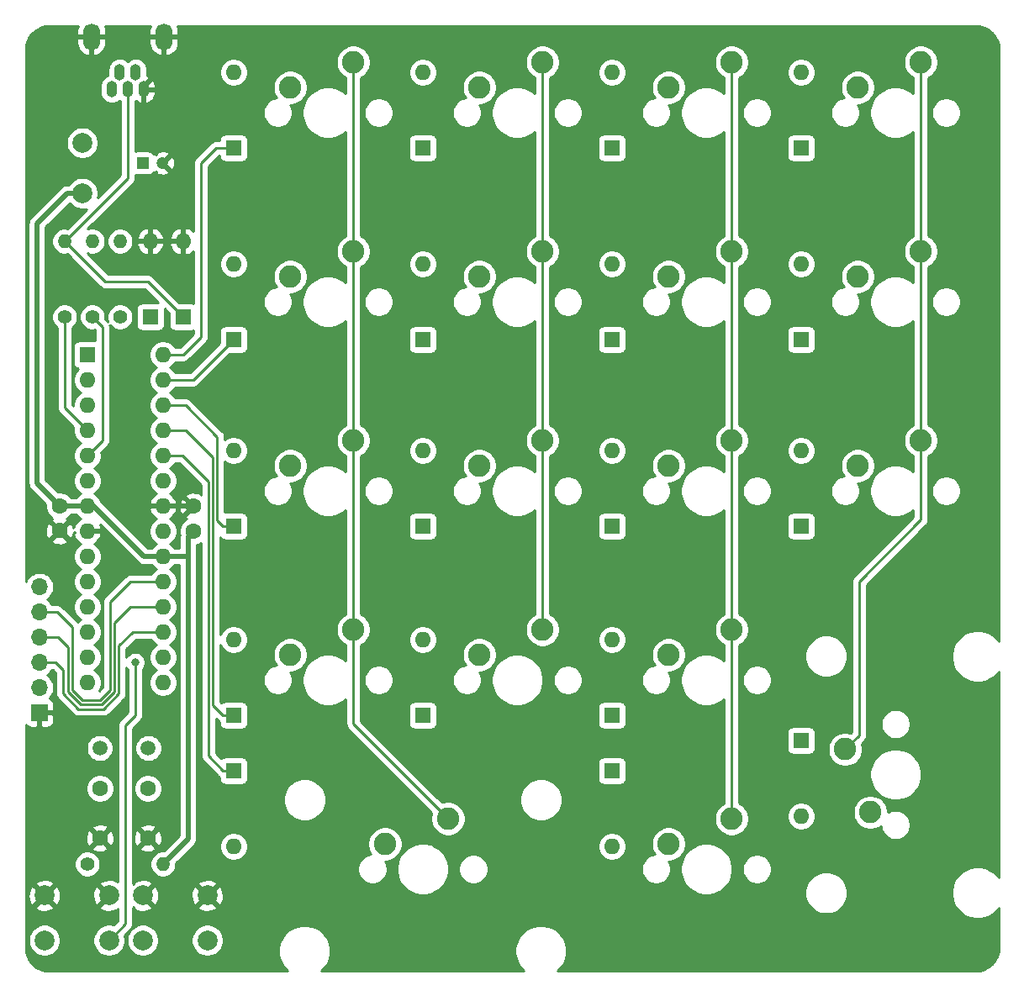
<source format=gbr>
%TF.GenerationSoftware,KiCad,Pcbnew,(5.1.6)-1*%
%TF.CreationDate,2020-06-15T13:12:42+02:00*%
%TF.ProjectId,numpad,6e756d70-6164-42e6-9b69-6361645f7063,rev?*%
%TF.SameCoordinates,Original*%
%TF.FileFunction,Copper,L2,Bot*%
%TF.FilePolarity,Positive*%
%FSLAX46Y46*%
G04 Gerber Fmt 4.6, Leading zero omitted, Abs format (unit mm)*
G04 Created by KiCad (PCBNEW (5.1.6)-1) date 2020-06-15 13:12:42*
%MOMM*%
%LPD*%
G01*
G04 APERTURE LIST*
%TA.AperFunction,ComponentPad*%
%ADD10C,2.250000*%
%TD*%
%TA.AperFunction,ComponentPad*%
%ADD11O,1.600000X1.600000*%
%TD*%
%TA.AperFunction,ComponentPad*%
%ADD12R,1.600000X1.600000*%
%TD*%
%TA.AperFunction,ComponentPad*%
%ADD13O,1.700000X1.700000*%
%TD*%
%TA.AperFunction,ComponentPad*%
%ADD14R,1.700000X1.700000*%
%TD*%
%TA.AperFunction,ComponentPad*%
%ADD15C,1.500000*%
%TD*%
%TA.AperFunction,ComponentPad*%
%ADD16O,1.100000X1.650000*%
%TD*%
%TA.AperFunction,ComponentPad*%
%ADD17O,1.700000X2.700000*%
%TD*%
%TA.AperFunction,ComponentPad*%
%ADD18C,2.000000*%
%TD*%
%TA.AperFunction,ComponentPad*%
%ADD19O,1.400000X1.400000*%
%TD*%
%TA.AperFunction,ComponentPad*%
%ADD20C,1.400000*%
%TD*%
%TA.AperFunction,ComponentPad*%
%ADD21C,1.600000*%
%TD*%
%TA.AperFunction,ComponentPad*%
%ADD22C,1.200000*%
%TD*%
%TA.AperFunction,ComponentPad*%
%ADD23R,1.200000X1.200000*%
%TD*%
%TA.AperFunction,ViaPad*%
%ADD24C,0.800000*%
%TD*%
%TA.AperFunction,Conductor*%
%ADD25C,0.500000*%
%TD*%
%TA.AperFunction,Conductor*%
%ADD26C,0.250000*%
%TD*%
%TA.AperFunction,Conductor*%
%ADD27C,0.254000*%
%TD*%
G04 APERTURE END LIST*
D10*
%TO.P,MX5,2*%
%TO.N,col0*%
X113919000Y-66548000D03*
%TO.P,MX5,1*%
%TO.N,Net-(D7-Pad2)*%
X107569000Y-69088000D03*
%TD*%
D11*
%TO.P,MCU1,28*%
%TO.N,row0*%
X94742000Y-76962000D03*
%TO.P,MCU1,14*%
%TO.N,col0*%
X87122000Y-109982000D03*
%TO.P,MCU1,27*%
%TO.N,row1*%
X94742000Y-79502000D03*
%TO.P,MCU1,13*%
%TO.N,Net-(MCU1-Pad13)*%
X87122000Y-107442000D03*
%TO.P,MCU1,26*%
%TO.N,row2*%
X94742000Y-82042000D03*
%TO.P,MCU1,12*%
%TO.N,Net-(MCU1-Pad12)*%
X87122000Y-104902000D03*
%TO.P,MCU1,25*%
%TO.N,row3*%
X94742000Y-84582000D03*
%TO.P,MCU1,11*%
%TO.N,Net-(MCU1-Pad11)*%
X87122000Y-102362000D03*
%TO.P,MCU1,24*%
%TO.N,row4*%
X94742000Y-87122000D03*
%TO.P,MCU1,10*%
%TO.N,Net-(C4-Pad1)*%
X87122000Y-99822000D03*
%TO.P,MCU1,23*%
%TO.N,col3*%
X94742000Y-89662000D03*
%TO.P,MCU1,9*%
%TO.N,Net-(C5-Pad1)*%
X87122000Y-97282000D03*
%TO.P,MCU1,22*%
%TO.N,GND*%
X94742000Y-92202000D03*
%TO.P,MCU1,8*%
X87122000Y-94742000D03*
%TO.P,MCU1,21*%
%TO.N,Net-(MCU1-Pad21)*%
X94742000Y-94742000D03*
%TO.P,MCU1,7*%
%TO.N,+5V*%
X87122000Y-92202000D03*
%TO.P,MCU1,20*%
X94742000Y-97282000D03*
%TO.P,MCU1,6*%
%TO.N,boot*%
X87122000Y-89662000D03*
%TO.P,MCU1,19*%
%TO.N,SCK*%
X94742000Y-99822000D03*
%TO.P,MCU1,5*%
%TO.N,D-*%
X87122000Y-87122000D03*
%TO.P,MCU1,18*%
%TO.N,MISO*%
X94742000Y-102362000D03*
%TO.P,MCU1,4*%
%TO.N,D+*%
X87122000Y-84582000D03*
%TO.P,MCU1,17*%
%TO.N,MOSI*%
X94742000Y-104902000D03*
%TO.P,MCU1,3*%
%TO.N,Net-(MCU1-Pad3)*%
X87122000Y-82042000D03*
%TO.P,MCU1,16*%
%TO.N,col2*%
X94742000Y-107442000D03*
%TO.P,MCU1,2*%
%TO.N,Net-(MCU1-Pad2)*%
X87122000Y-79502000D03*
%TO.P,MCU1,15*%
%TO.N,col1*%
X94742000Y-109982000D03*
D12*
%TO.P,MCU1,1*%
%TO.N,reset*%
X87122000Y-76962000D03*
%TD*%
D10*
%TO.P,MX18,2*%
%TO.N,col3*%
X163449000Y-116713000D03*
%TO.P,MX18,1*%
%TO.N,Net-(D20-Pad2)*%
X165989000Y-123063000D03*
%TD*%
%TO.P,MX17,2*%
%TO.N,col2*%
X152019000Y-123698000D03*
%TO.P,MX17,1*%
%TO.N,Net-(D19-Pad2)*%
X145669000Y-126238000D03*
%TD*%
%TO.P,MX16,2*%
%TO.N,col0*%
X123444000Y-123698000D03*
%TO.P,MX16,1*%
%TO.N,Net-(D18-Pad2)*%
X117094000Y-126238000D03*
%TD*%
%TO.P,MX15,2*%
%TO.N,col2*%
X152019000Y-104648000D03*
%TO.P,MX15,1*%
%TO.N,Net-(D17-Pad2)*%
X145669000Y-107188000D03*
%TD*%
%TO.P,MX14,2*%
%TO.N,col1*%
X132969000Y-104648000D03*
%TO.P,MX14,1*%
%TO.N,Net-(D16-Pad2)*%
X126619000Y-107188000D03*
%TD*%
%TO.P,MX13,2*%
%TO.N,col0*%
X113919000Y-104648000D03*
%TO.P,MX13,1*%
%TO.N,Net-(D15-Pad2)*%
X107569000Y-107188000D03*
%TD*%
%TO.P,MX12,2*%
%TO.N,col3*%
X171069000Y-85598000D03*
%TO.P,MX12,1*%
%TO.N,Net-(D14-Pad2)*%
X164719000Y-88138000D03*
%TD*%
%TO.P,MX11,2*%
%TO.N,col2*%
X152019000Y-85598000D03*
%TO.P,MX11,1*%
%TO.N,Net-(D13-Pad2)*%
X145669000Y-88138000D03*
%TD*%
%TO.P,MX10,2*%
%TO.N,col1*%
X132969000Y-85598000D03*
%TO.P,MX10,1*%
%TO.N,Net-(D12-Pad2)*%
X126619000Y-88138000D03*
%TD*%
%TO.P,MX9,2*%
%TO.N,col0*%
X113919000Y-85598000D03*
%TO.P,MX9,1*%
%TO.N,Net-(D11-Pad2)*%
X107569000Y-88138000D03*
%TD*%
%TO.P,MX8,2*%
%TO.N,col3*%
X171069000Y-66548000D03*
%TO.P,MX8,1*%
%TO.N,Net-(D10-Pad2)*%
X164719000Y-69088000D03*
%TD*%
%TO.P,MX7,2*%
%TO.N,col2*%
X152019000Y-66548000D03*
%TO.P,MX7,1*%
%TO.N,Net-(D9-Pad2)*%
X145669000Y-69088000D03*
%TD*%
%TO.P,MX6,2*%
%TO.N,col1*%
X132969000Y-66548000D03*
%TO.P,MX6,1*%
%TO.N,Net-(D8-Pad2)*%
X126619000Y-69088000D03*
%TD*%
%TO.P,MX4,2*%
%TO.N,col3*%
X171069000Y-47498000D03*
%TO.P,MX4,1*%
%TO.N,Net-(D6-Pad2)*%
X164719000Y-50038000D03*
%TD*%
%TO.P,MX3,2*%
%TO.N,col2*%
X152019000Y-47498000D03*
%TO.P,MX3,1*%
%TO.N,Net-(D5-Pad2)*%
X145669000Y-50038000D03*
%TD*%
%TO.P,MX2,2*%
%TO.N,col1*%
X132969000Y-47498000D03*
%TO.P,MX2,1*%
%TO.N,Net-(D4-Pad2)*%
X126619000Y-50038000D03*
%TD*%
%TO.P,MX1,2*%
%TO.N,col0*%
X113919000Y-47498000D03*
%TO.P,MX1,1*%
%TO.N,Net-(D3-Pad2)*%
X107569000Y-50038000D03*
%TD*%
D13*
%TO.P,J2,6*%
%TO.N,+5V*%
X82296000Y-100330000D03*
%TO.P,J2,5*%
%TO.N,SCK*%
X82296000Y-102870000D03*
%TO.P,J2,4*%
%TO.N,MISO*%
X82296000Y-105410000D03*
%TO.P,J2,3*%
%TO.N,MOSI*%
X82296000Y-107950000D03*
%TO.P,J2,2*%
%TO.N,reset*%
X82296000Y-110490000D03*
D14*
%TO.P,J2,1*%
%TO.N,GND*%
X82296000Y-113030000D03*
%TD*%
D15*
%TO.P,XTAL1,2*%
%TO.N,Net-(C4-Pad1)*%
X93272000Y-116586000D03*
%TO.P,XTAL1,1*%
%TO.N,Net-(C5-Pad1)*%
X88392000Y-116586000D03*
%TD*%
D16*
%TO.P,USB1,5*%
%TO.N,GND*%
X92786000Y-50230000D03*
%TO.P,USB1,4*%
%TO.N,Net-(USB1-Pad4)*%
X91986000Y-48530000D03*
%TO.P,USB1,3*%
%TO.N,Net-(D1-Pad1)*%
X91186000Y-50230000D03*
%TO.P,USB1,2*%
%TO.N,Net-(D2-Pad1)*%
X90386000Y-48530000D03*
%TO.P,USB1,1*%
%TO.N,VCC*%
X89586000Y-50230000D03*
D17*
%TO.P,USB1,6*%
%TO.N,GND*%
X94836000Y-44930000D03*
X87536000Y-44930000D03*
%TD*%
D18*
%TO.P,SW2,1*%
%TO.N,GND*%
X89304000Y-131445000D03*
%TO.P,SW2,2*%
%TO.N,boot*%
X89304000Y-135945000D03*
%TO.P,SW2,1*%
%TO.N,GND*%
X82804000Y-131445000D03*
%TO.P,SW2,2*%
%TO.N,boot*%
X82804000Y-135945000D03*
%TD*%
%TO.P,SW1,1*%
%TO.N,GND*%
X99210000Y-131445000D03*
%TO.P,SW1,2*%
%TO.N,reset*%
X99210000Y-135945000D03*
%TO.P,SW1,1*%
%TO.N,GND*%
X92710000Y-131445000D03*
%TO.P,SW1,2*%
%TO.N,reset*%
X92710000Y-135945000D03*
%TD*%
D19*
%TO.P,R4,2*%
%TO.N,+5V*%
X94742000Y-128270000D03*
D20*
%TO.P,R4,1*%
%TO.N,reset*%
X87122000Y-128270000D03*
%TD*%
D19*
%TO.P,R3,2*%
%TO.N,+5V*%
X90424000Y-65532000D03*
D20*
%TO.P,R3,1*%
%TO.N,Net-(D2-Pad1)*%
X90424000Y-73152000D03*
%TD*%
D19*
%TO.P,R2,2*%
%TO.N,Net-(D2-Pad1)*%
X87630000Y-65532000D03*
D20*
%TO.P,R2,1*%
%TO.N,D-*%
X87630000Y-73152000D03*
%TD*%
D19*
%TO.P,R1,2*%
%TO.N,Net-(D1-Pad1)*%
X84836000Y-65532000D03*
D20*
%TO.P,R1,1*%
%TO.N,D+*%
X84836000Y-73152000D03*
%TD*%
D18*
%TO.P,F1,2*%
%TO.N,VCC*%
X86624000Y-55626000D03*
%TO.P,F1,1*%
%TO.N,+5V*%
X86614000Y-60706000D03*
%TD*%
D11*
%TO.P,D20,2*%
%TO.N,Net-(D20-Pad2)*%
X159004000Y-123444000D03*
D12*
%TO.P,D20,1*%
%TO.N,row4*%
X159004000Y-115824000D03*
%TD*%
D11*
%TO.P,D19,2*%
%TO.N,Net-(D19-Pad2)*%
X139954000Y-126492000D03*
D12*
%TO.P,D19,1*%
%TO.N,row4*%
X139954000Y-118872000D03*
%TD*%
D11*
%TO.P,D18,2*%
%TO.N,Net-(D18-Pad2)*%
X101854000Y-126492000D03*
D12*
%TO.P,D18,1*%
%TO.N,row4*%
X101854000Y-118872000D03*
%TD*%
D11*
%TO.P,D17,2*%
%TO.N,Net-(D17-Pad2)*%
X139954000Y-105664000D03*
D12*
%TO.P,D17,1*%
%TO.N,row3*%
X139954000Y-113284000D03*
%TD*%
D11*
%TO.P,D16,2*%
%TO.N,Net-(D16-Pad2)*%
X120904000Y-105664000D03*
D12*
%TO.P,D16,1*%
%TO.N,row3*%
X120904000Y-113284000D03*
%TD*%
D11*
%TO.P,D15,2*%
%TO.N,Net-(D15-Pad2)*%
X101854000Y-105664000D03*
D12*
%TO.P,D15,1*%
%TO.N,row3*%
X101854000Y-113284000D03*
%TD*%
D11*
%TO.P,D14,2*%
%TO.N,Net-(D14-Pad2)*%
X159004000Y-86614000D03*
D12*
%TO.P,D14,1*%
%TO.N,row2*%
X159004000Y-94234000D03*
%TD*%
D11*
%TO.P,D13,2*%
%TO.N,Net-(D13-Pad2)*%
X139954000Y-86614000D03*
D12*
%TO.P,D13,1*%
%TO.N,row2*%
X139954000Y-94234000D03*
%TD*%
D11*
%TO.P,D12,2*%
%TO.N,Net-(D12-Pad2)*%
X120904000Y-86614000D03*
D12*
%TO.P,D12,1*%
%TO.N,row2*%
X120904000Y-94234000D03*
%TD*%
D11*
%TO.P,D11,2*%
%TO.N,Net-(D11-Pad2)*%
X101854000Y-86614000D03*
D12*
%TO.P,D11,1*%
%TO.N,row2*%
X101854000Y-94234000D03*
%TD*%
D11*
%TO.P,D10,2*%
%TO.N,Net-(D10-Pad2)*%
X159004000Y-67818000D03*
D12*
%TO.P,D10,1*%
%TO.N,row1*%
X159004000Y-75438000D03*
%TD*%
D11*
%TO.P,D9,2*%
%TO.N,Net-(D9-Pad2)*%
X139954000Y-67818000D03*
D12*
%TO.P,D9,1*%
%TO.N,row1*%
X139954000Y-75438000D03*
%TD*%
D11*
%TO.P,D8,2*%
%TO.N,Net-(D8-Pad2)*%
X120904000Y-67818000D03*
D12*
%TO.P,D8,1*%
%TO.N,row1*%
X120904000Y-75438000D03*
%TD*%
D11*
%TO.P,D7,2*%
%TO.N,Net-(D7-Pad2)*%
X101854000Y-67818000D03*
D12*
%TO.P,D7,1*%
%TO.N,row1*%
X101854000Y-75438000D03*
%TD*%
D11*
%TO.P,D6,2*%
%TO.N,Net-(D6-Pad2)*%
X159004000Y-48514000D03*
D12*
%TO.P,D6,1*%
%TO.N,row0*%
X159004000Y-56134000D03*
%TD*%
D11*
%TO.P,D5,2*%
%TO.N,Net-(D5-Pad2)*%
X139954000Y-48514000D03*
D12*
%TO.P,D5,1*%
%TO.N,row0*%
X139954000Y-56134000D03*
%TD*%
D11*
%TO.P,D4,2*%
%TO.N,Net-(D4-Pad2)*%
X120904000Y-48514000D03*
D12*
%TO.P,D4,1*%
%TO.N,row0*%
X120904000Y-56134000D03*
%TD*%
D11*
%TO.P,D3,2*%
%TO.N,Net-(D3-Pad2)*%
X101854000Y-48514000D03*
D12*
%TO.P,D3,1*%
%TO.N,row0*%
X101854000Y-56134000D03*
%TD*%
D11*
%TO.P,D2,2*%
%TO.N,GND*%
X93472000Y-65532000D03*
D12*
%TO.P,D2,1*%
%TO.N,Net-(D2-Pad1)*%
X93472000Y-73152000D03*
%TD*%
D11*
%TO.P,D1,2*%
%TO.N,GND*%
X96774000Y-65532000D03*
D12*
%TO.P,D1,1*%
%TO.N,Net-(D1-Pad1)*%
X96774000Y-73152000D03*
%TD*%
D21*
%TO.P,C5,2*%
%TO.N,GND*%
X88392000Y-125650000D03*
%TO.P,C5,1*%
%TO.N,Net-(C5-Pad1)*%
X88392000Y-120650000D03*
%TD*%
%TO.P,C4,2*%
%TO.N,GND*%
X93218000Y-125650000D03*
%TO.P,C4,1*%
%TO.N,Net-(C4-Pad1)*%
X93218000Y-120650000D03*
%TD*%
%TO.P,C3,2*%
%TO.N,GND*%
X97790000Y-92242000D03*
%TO.P,C3,1*%
%TO.N,+5V*%
X97790000Y-94742000D03*
%TD*%
%TO.P,C2,2*%
%TO.N,GND*%
X84328000Y-94702000D03*
%TO.P,C2,1*%
%TO.N,+5V*%
X84328000Y-92202000D03*
%TD*%
D22*
%TO.P,C1,2*%
%TO.N,GND*%
X94710000Y-57658000D03*
D23*
%TO.P,C1,1*%
%TO.N,+5V*%
X92710000Y-57658000D03*
%TD*%
D24*
%TO.N,boot*%
X91948000Y-107950000D03*
%TD*%
D25*
%TO.N,GND*%
X94836000Y-47930000D02*
X94836000Y-44930000D01*
X92786000Y-49980000D02*
X94836000Y-47930000D01*
X97750000Y-92202000D02*
X97790000Y-92242000D01*
X94742000Y-92202000D02*
X97750000Y-92202000D01*
%TO.N,+5V*%
X84328000Y-92202000D02*
X87122000Y-92202000D01*
X94742000Y-97282000D02*
X92837000Y-97282000D01*
X87757000Y-92202000D02*
X87122000Y-92202000D01*
X92837000Y-97282000D02*
X87757000Y-92202000D01*
X86614000Y-60706000D02*
X85090000Y-60706000D01*
X85090000Y-60706000D02*
X82042000Y-63754000D01*
X82042000Y-89916000D02*
X84328000Y-92202000D01*
X82042000Y-63754000D02*
X82042000Y-89916000D01*
X94742000Y-128270000D02*
X97282000Y-125730000D01*
X97282000Y-95250000D02*
X97790000Y-94742000D01*
X94742000Y-97282000D02*
X97282000Y-97282000D01*
X97282000Y-125730000D02*
X97282000Y-97282000D01*
X97282000Y-97282000D02*
X97282000Y-95250000D01*
D26*
%TO.N,Net-(C4-Pad1)*%
X93472000Y-116586000D02*
X93218000Y-116332000D01*
%TO.N,Net-(D1-Pad1)*%
X91186000Y-59182000D02*
X91186000Y-49980000D01*
X84836000Y-65532000D02*
X91186000Y-59182000D01*
X84836000Y-65532000D02*
X88900000Y-69596000D01*
X93218000Y-69596000D02*
X96774000Y-73152000D01*
X88900000Y-69596000D02*
X93218000Y-69596000D01*
%TO.N,boot*%
X89304000Y-135945000D02*
X90932000Y-134317000D01*
X90932000Y-134317000D02*
X90932000Y-114300000D01*
X90932000Y-114300000D02*
X91948000Y-113284000D01*
X91948000Y-113284000D02*
X91948000Y-107950000D01*
%TO.N,D-*%
X87630000Y-73152000D02*
X88646000Y-74168000D01*
X88646000Y-85598000D02*
X87122000Y-87122000D01*
X88646000Y-74168000D02*
X88646000Y-85598000D01*
%TO.N,D+*%
X84836000Y-82296000D02*
X87122000Y-84582000D01*
X84836000Y-73152000D02*
X84836000Y-82296000D01*
%TO.N,row0*%
X101854000Y-56134000D02*
X100076000Y-56134000D01*
X100076000Y-56134000D02*
X98552000Y-57658000D01*
X98552000Y-57658000D02*
X98552000Y-75184000D01*
X96774000Y-76962000D02*
X94742000Y-76962000D01*
X98552000Y-75184000D02*
X96774000Y-76962000D01*
%TO.N,row1*%
X97790000Y-79502000D02*
X94742000Y-79502000D01*
X101854000Y-75438000D02*
X97790000Y-79502000D01*
%TO.N,row2*%
X100804000Y-94234000D02*
X100214020Y-93644020D01*
X101854000Y-94234000D02*
X100804000Y-94234000D01*
X100214020Y-93644020D02*
X100214020Y-85228020D01*
X97028000Y-82042000D02*
X94742000Y-82042000D01*
X100214020Y-85228020D02*
X97028000Y-82042000D01*
%TO.N,row3*%
X100804000Y-113284000D02*
X99764010Y-112244010D01*
X101854000Y-113284000D02*
X100804000Y-113284000D01*
X99764010Y-112244010D02*
X99764010Y-87318010D01*
X97028000Y-84582000D02*
X94742000Y-84582000D01*
X99764010Y-87318010D02*
X97028000Y-84582000D01*
%TO.N,row4*%
X100804000Y-118872000D02*
X99314000Y-117382000D01*
X101854000Y-118872000D02*
X100804000Y-118872000D01*
X96697000Y-87122000D02*
X94742000Y-87122000D01*
X99314000Y-89739000D02*
X96697000Y-87122000D01*
X99314000Y-117382000D02*
X99314000Y-89739000D01*
%TO.N,col0*%
X113919000Y-47498000D02*
X113919000Y-104648000D01*
X113919000Y-114173000D02*
X123444000Y-123698000D01*
X113919000Y-104648000D02*
X113919000Y-114173000D01*
%TO.N,col1*%
X132969000Y-104648000D02*
X132969000Y-47498000D01*
%TO.N,col2*%
X152019000Y-47498000D02*
X152019000Y-104648000D01*
X152019000Y-104648000D02*
X152019000Y-123698000D01*
%TO.N,col3*%
X171069000Y-93599000D02*
X171069000Y-85598000D01*
X171069000Y-85598000D02*
X171069000Y-47498000D01*
X163449000Y-116713000D02*
X164846000Y-115316000D01*
X164846000Y-115316000D02*
X164846000Y-99822000D01*
X164846000Y-99822000D02*
X171069000Y-93599000D01*
%TO.N,MOSI*%
X86241201Y-112660019D02*
X88764802Y-112660018D01*
X82296000Y-107950000D02*
X83935981Y-107950000D01*
X84697982Y-108712001D02*
X84697982Y-111116800D01*
X84697982Y-111116800D02*
X86241201Y-112660019D01*
X83935981Y-107950000D02*
X84697982Y-108712001D01*
X88764802Y-112660018D02*
X90308019Y-111116801D01*
X90308019Y-111116801D02*
X90308019Y-106287981D01*
X91694000Y-104902000D02*
X94742000Y-104902000D01*
X90308019Y-106287981D02*
X91694000Y-104902000D01*
%TO.N,MISO*%
X82296000Y-105410000D02*
X84131990Y-105410000D01*
X84131990Y-105410000D02*
X85147990Y-106426000D01*
X86427600Y-112210010D02*
X88578401Y-112210009D01*
X85147990Y-106426000D02*
X85147991Y-110930401D01*
X85147991Y-110930401D02*
X86427600Y-112210010D01*
X89858009Y-110930401D02*
X89858009Y-103943991D01*
X88578401Y-112210009D02*
X89858009Y-110930401D01*
X91440000Y-102362000D02*
X94742000Y-102362000D01*
X89858009Y-103943991D02*
X91440000Y-102362000D01*
%TO.N,SCK*%
X91440000Y-99822000D02*
X94742000Y-99822000D01*
X88392000Y-111760000D02*
X89408000Y-110744000D01*
X89408000Y-110744000D02*
X89408000Y-101854000D01*
X82296000Y-102870000D02*
X84074000Y-102870000D01*
X85598000Y-110744000D02*
X86614000Y-111760000D01*
X89408000Y-101854000D02*
X91440000Y-99822000D01*
X85598000Y-104394000D02*
X85598000Y-110744000D01*
X84074000Y-102870000D02*
X85598000Y-104394000D01*
X86614000Y-111760000D02*
X88392000Y-111760000D01*
%TD*%
D27*
%TO.N,GND*%
G36*
X86104310Y-44015731D02*
G01*
X86051000Y-44303000D01*
X86051000Y-44803000D01*
X87409000Y-44803000D01*
X87409000Y-44783000D01*
X87663000Y-44783000D01*
X87663000Y-44803000D01*
X89021000Y-44803000D01*
X89021000Y-44303000D01*
X88967690Y-44015731D01*
X88894340Y-43832000D01*
X93477660Y-43832000D01*
X93404310Y-44015731D01*
X93351000Y-44303000D01*
X93351000Y-44803000D01*
X94709000Y-44803000D01*
X94709000Y-44783000D01*
X94963000Y-44783000D01*
X94963000Y-44803000D01*
X96321000Y-44803000D01*
X96321000Y-44303000D01*
X96267690Y-44015731D01*
X96194340Y-43832000D01*
X176498114Y-43832000D01*
X176994779Y-43880699D01*
X177441851Y-44015678D01*
X177854197Y-44234926D01*
X178216099Y-44530086D01*
X178513782Y-44889922D01*
X178735901Y-45300723D01*
X178874000Y-45746848D01*
X178926000Y-46241593D01*
X178926001Y-105834986D01*
X178819786Y-105676024D01*
X178454726Y-105310964D01*
X178025461Y-105024139D01*
X177548488Y-104826570D01*
X177042136Y-104725850D01*
X176525864Y-104725850D01*
X176019512Y-104826570D01*
X175542539Y-105024139D01*
X175113274Y-105310964D01*
X174748214Y-105676024D01*
X174461389Y-106105289D01*
X174263820Y-106582262D01*
X174163100Y-107088614D01*
X174163100Y-107604886D01*
X174263820Y-108111238D01*
X174461389Y-108588211D01*
X174748214Y-109017476D01*
X175113274Y-109382536D01*
X175542539Y-109669361D01*
X176019512Y-109866930D01*
X176525864Y-109967650D01*
X177042136Y-109967650D01*
X177548488Y-109866930D01*
X178025461Y-109669361D01*
X178454726Y-109382536D01*
X178819786Y-109017476D01*
X178926001Y-108858514D01*
X178926001Y-129647486D01*
X178819786Y-129488524D01*
X178454726Y-129123464D01*
X178025461Y-128836639D01*
X177548488Y-128639070D01*
X177042136Y-128538350D01*
X176525864Y-128538350D01*
X176019512Y-128639070D01*
X175542539Y-128836639D01*
X175113274Y-129123464D01*
X174748214Y-129488524D01*
X174461389Y-129917789D01*
X174263820Y-130394762D01*
X174163100Y-130901114D01*
X174163100Y-131417386D01*
X174263820Y-131923738D01*
X174461389Y-132400711D01*
X174748214Y-132829976D01*
X175113274Y-133195036D01*
X175542539Y-133481861D01*
X176019512Y-133679430D01*
X176525864Y-133780150D01*
X177042136Y-133780150D01*
X177548488Y-133679430D01*
X178025461Y-133481861D01*
X178454726Y-133195036D01*
X178819786Y-132829976D01*
X178926001Y-132671014D01*
X178926001Y-136620104D01*
X178877301Y-137116779D01*
X178742322Y-137563851D01*
X178523073Y-137976199D01*
X178227915Y-138338098D01*
X177868075Y-138635784D01*
X177457277Y-138857901D01*
X177011152Y-138996000D01*
X176516407Y-139048000D01*
X134501762Y-139048000D01*
X134846036Y-138703726D01*
X135132861Y-138274461D01*
X135330430Y-137797488D01*
X135431150Y-137291136D01*
X135431150Y-136774864D01*
X135330430Y-136268512D01*
X135132861Y-135791539D01*
X134846036Y-135362274D01*
X134480976Y-134997214D01*
X134051711Y-134710389D01*
X133574738Y-134512820D01*
X133068386Y-134412100D01*
X132552114Y-134412100D01*
X132045762Y-134512820D01*
X131568789Y-134710389D01*
X131139524Y-134997214D01*
X130774464Y-135362274D01*
X130487639Y-135791539D01*
X130290070Y-136268512D01*
X130189350Y-136774864D01*
X130189350Y-137291136D01*
X130290070Y-137797488D01*
X130487639Y-138274461D01*
X130774464Y-138703726D01*
X131118738Y-139048000D01*
X110689262Y-139048000D01*
X111033536Y-138703726D01*
X111320361Y-138274461D01*
X111517930Y-137797488D01*
X111618650Y-137291136D01*
X111618650Y-136774864D01*
X111517930Y-136268512D01*
X111320361Y-135791539D01*
X111033536Y-135362274D01*
X110668476Y-134997214D01*
X110239211Y-134710389D01*
X109762238Y-134512820D01*
X109255886Y-134412100D01*
X108739614Y-134412100D01*
X108233262Y-134512820D01*
X107756289Y-134710389D01*
X107327024Y-134997214D01*
X106961964Y-135362274D01*
X106675139Y-135791539D01*
X106477570Y-136268512D01*
X106376850Y-136774864D01*
X106376850Y-137291136D01*
X106477570Y-137797488D01*
X106675139Y-138274461D01*
X106961964Y-138703726D01*
X107306238Y-139048000D01*
X83343886Y-139048000D01*
X82847221Y-138999301D01*
X82400149Y-138864322D01*
X81987801Y-138645073D01*
X81625902Y-138349915D01*
X81328216Y-137990075D01*
X81106099Y-137579277D01*
X80968000Y-137133152D01*
X80916000Y-136638407D01*
X80916000Y-135784755D01*
X81177000Y-135784755D01*
X81177000Y-136105245D01*
X81239525Y-136419578D01*
X81362172Y-136715673D01*
X81540227Y-136982152D01*
X81766848Y-137208773D01*
X82033327Y-137386828D01*
X82329422Y-137509475D01*
X82643755Y-137572000D01*
X82964245Y-137572000D01*
X83278578Y-137509475D01*
X83574673Y-137386828D01*
X83841152Y-137208773D01*
X84067773Y-136982152D01*
X84245828Y-136715673D01*
X84368475Y-136419578D01*
X84431000Y-136105245D01*
X84431000Y-135784755D01*
X84368475Y-135470422D01*
X84245828Y-135174327D01*
X84067773Y-134907848D01*
X83841152Y-134681227D01*
X83574673Y-134503172D01*
X83278578Y-134380525D01*
X82964245Y-134318000D01*
X82643755Y-134318000D01*
X82329422Y-134380525D01*
X82033327Y-134503172D01*
X81766848Y-134681227D01*
X81540227Y-134907848D01*
X81362172Y-135174327D01*
X81239525Y-135470422D01*
X81177000Y-135784755D01*
X80916000Y-135784755D01*
X80916000Y-132580413D01*
X81848192Y-132580413D01*
X81943956Y-132844814D01*
X82233571Y-132985704D01*
X82545108Y-133067384D01*
X82866595Y-133086718D01*
X83185675Y-133042961D01*
X83490088Y-132937795D01*
X83664044Y-132844814D01*
X83759808Y-132580413D01*
X82804000Y-131624605D01*
X81848192Y-132580413D01*
X80916000Y-132580413D01*
X80916000Y-131507595D01*
X81162282Y-131507595D01*
X81206039Y-131826675D01*
X81311205Y-132131088D01*
X81404186Y-132305044D01*
X81668587Y-132400808D01*
X82624395Y-131445000D01*
X82983605Y-131445000D01*
X83939413Y-132400808D01*
X84203814Y-132305044D01*
X84344704Y-132015429D01*
X84426384Y-131703892D01*
X84438189Y-131507595D01*
X87662282Y-131507595D01*
X87706039Y-131826675D01*
X87811205Y-132131088D01*
X87904186Y-132305044D01*
X88168587Y-132400808D01*
X89124395Y-131445000D01*
X88168587Y-130489192D01*
X87904186Y-130584956D01*
X87763296Y-130874571D01*
X87681616Y-131186108D01*
X87662282Y-131507595D01*
X84438189Y-131507595D01*
X84445718Y-131382405D01*
X84401961Y-131063325D01*
X84296795Y-130758912D01*
X84203814Y-130584956D01*
X83939413Y-130489192D01*
X82983605Y-131445000D01*
X82624395Y-131445000D01*
X81668587Y-130489192D01*
X81404186Y-130584956D01*
X81263296Y-130874571D01*
X81181616Y-131186108D01*
X81162282Y-131507595D01*
X80916000Y-131507595D01*
X80916000Y-130309587D01*
X81848192Y-130309587D01*
X82804000Y-131265395D01*
X83759808Y-130309587D01*
X83664044Y-130045186D01*
X83374429Y-129904296D01*
X83062892Y-129822616D01*
X82741405Y-129803282D01*
X82422325Y-129847039D01*
X82117912Y-129952205D01*
X81943956Y-130045186D01*
X81848192Y-130309587D01*
X80916000Y-130309587D01*
X80916000Y-128139302D01*
X85795000Y-128139302D01*
X85795000Y-128400698D01*
X85845996Y-128657072D01*
X85946028Y-128898570D01*
X86091252Y-129115913D01*
X86276087Y-129300748D01*
X86493430Y-129445972D01*
X86734928Y-129546004D01*
X86991302Y-129597000D01*
X87252698Y-129597000D01*
X87509072Y-129546004D01*
X87750570Y-129445972D01*
X87967913Y-129300748D01*
X88152748Y-129115913D01*
X88297972Y-128898570D01*
X88398004Y-128657072D01*
X88449000Y-128400698D01*
X88449000Y-128139302D01*
X88398004Y-127882928D01*
X88297972Y-127641430D01*
X88152748Y-127424087D01*
X87967913Y-127239252D01*
X87750570Y-127094028D01*
X87509072Y-126993996D01*
X87252698Y-126943000D01*
X86991302Y-126943000D01*
X86734928Y-126993996D01*
X86493430Y-127094028D01*
X86276087Y-127239252D01*
X86091252Y-127424087D01*
X85946028Y-127641430D01*
X85845996Y-127882928D01*
X85795000Y-128139302D01*
X80916000Y-128139302D01*
X80916000Y-126642702D01*
X87578903Y-126642702D01*
X87650486Y-126886671D01*
X87905996Y-127007571D01*
X88180184Y-127076300D01*
X88462512Y-127090217D01*
X88742130Y-127048787D01*
X89008292Y-126953603D01*
X89133514Y-126886671D01*
X89205097Y-126642702D01*
X88392000Y-125829605D01*
X87578903Y-126642702D01*
X80916000Y-126642702D01*
X80916000Y-125720512D01*
X86951783Y-125720512D01*
X86993213Y-126000130D01*
X87088397Y-126266292D01*
X87155329Y-126391514D01*
X87399298Y-126463097D01*
X88212395Y-125650000D01*
X88571605Y-125650000D01*
X89384702Y-126463097D01*
X89628671Y-126391514D01*
X89749571Y-126136004D01*
X89818300Y-125861816D01*
X89832217Y-125579488D01*
X89790787Y-125299870D01*
X89695603Y-125033708D01*
X89628671Y-124908486D01*
X89384702Y-124836903D01*
X88571605Y-125650000D01*
X88212395Y-125650000D01*
X87399298Y-124836903D01*
X87155329Y-124908486D01*
X87034429Y-125163996D01*
X86965700Y-125438184D01*
X86951783Y-125720512D01*
X80916000Y-125720512D01*
X80916000Y-124657298D01*
X87578903Y-124657298D01*
X88392000Y-125470395D01*
X89205097Y-124657298D01*
X89133514Y-124413329D01*
X88878004Y-124292429D01*
X88603816Y-124223700D01*
X88321488Y-124209783D01*
X88041870Y-124251213D01*
X87775708Y-124346397D01*
X87650486Y-124413329D01*
X87578903Y-124657298D01*
X80916000Y-124657298D01*
X80916000Y-120509453D01*
X86965000Y-120509453D01*
X86965000Y-120790547D01*
X87019838Y-121066241D01*
X87127409Y-121325938D01*
X87283576Y-121559660D01*
X87482340Y-121758424D01*
X87716062Y-121914591D01*
X87975759Y-122022162D01*
X88251453Y-122077000D01*
X88532547Y-122077000D01*
X88808241Y-122022162D01*
X89067938Y-121914591D01*
X89301660Y-121758424D01*
X89500424Y-121559660D01*
X89656591Y-121325938D01*
X89764162Y-121066241D01*
X89819000Y-120790547D01*
X89819000Y-120509453D01*
X89764162Y-120233759D01*
X89656591Y-119974062D01*
X89500424Y-119740340D01*
X89301660Y-119541576D01*
X89067938Y-119385409D01*
X88808241Y-119277838D01*
X88532547Y-119223000D01*
X88251453Y-119223000D01*
X87975759Y-119277838D01*
X87716062Y-119385409D01*
X87482340Y-119541576D01*
X87283576Y-119740340D01*
X87127409Y-119974062D01*
X87019838Y-120233759D01*
X86965000Y-120509453D01*
X80916000Y-120509453D01*
X80916000Y-116450377D01*
X87015000Y-116450377D01*
X87015000Y-116721623D01*
X87067917Y-116987656D01*
X87171718Y-117238254D01*
X87322414Y-117463787D01*
X87514213Y-117655586D01*
X87739746Y-117806282D01*
X87990344Y-117910083D01*
X88256377Y-117963000D01*
X88527623Y-117963000D01*
X88793656Y-117910083D01*
X89044254Y-117806282D01*
X89269787Y-117655586D01*
X89461586Y-117463787D01*
X89612282Y-117238254D01*
X89716083Y-116987656D01*
X89769000Y-116721623D01*
X89769000Y-116450377D01*
X89716083Y-116184344D01*
X89612282Y-115933746D01*
X89461586Y-115708213D01*
X89269787Y-115516414D01*
X89044254Y-115365718D01*
X88793656Y-115261917D01*
X88527623Y-115209000D01*
X88256377Y-115209000D01*
X87990344Y-115261917D01*
X87739746Y-115365718D01*
X87514213Y-115516414D01*
X87322414Y-115708213D01*
X87171718Y-115933746D01*
X87067917Y-116184344D01*
X87015000Y-116450377D01*
X80916000Y-116450377D01*
X80916000Y-114235148D01*
X80994815Y-114331185D01*
X81091506Y-114410537D01*
X81201820Y-114469502D01*
X81321518Y-114505812D01*
X81446000Y-114518072D01*
X82010250Y-114515000D01*
X82169000Y-114356250D01*
X82169000Y-113157000D01*
X82423000Y-113157000D01*
X82423000Y-114356250D01*
X82581750Y-114515000D01*
X83146000Y-114518072D01*
X83270482Y-114505812D01*
X83390180Y-114469502D01*
X83500494Y-114410537D01*
X83597185Y-114331185D01*
X83676537Y-114234494D01*
X83735502Y-114124180D01*
X83771812Y-114004482D01*
X83784072Y-113880000D01*
X83781000Y-113315750D01*
X83622250Y-113157000D01*
X82423000Y-113157000D01*
X82169000Y-113157000D01*
X82149000Y-113157000D01*
X82149000Y-112903000D01*
X82169000Y-112903000D01*
X82169000Y-112883000D01*
X82423000Y-112883000D01*
X82423000Y-112903000D01*
X83622250Y-112903000D01*
X83781000Y-112744250D01*
X83784072Y-112180000D01*
X83771812Y-112055518D01*
X83735502Y-111935820D01*
X83676537Y-111825506D01*
X83597185Y-111728815D01*
X83500494Y-111649463D01*
X83390180Y-111590498D01*
X83308940Y-111565854D01*
X83443261Y-111431533D01*
X83604901Y-111189622D01*
X83716240Y-110920825D01*
X83773000Y-110635472D01*
X83773000Y-110344528D01*
X83716240Y-110059175D01*
X83604901Y-109790378D01*
X83443261Y-109548467D01*
X83237533Y-109342739D01*
X83053841Y-109220000D01*
X83237533Y-109097261D01*
X83443261Y-108891533D01*
X83569903Y-108702000D01*
X83624493Y-108702000D01*
X83945982Y-109023490D01*
X83945983Y-111079855D01*
X83942344Y-111116800D01*
X83952467Y-111219571D01*
X83956864Y-111264218D01*
X83961141Y-111278317D01*
X83999864Y-111405969D01*
X84069692Y-111536610D01*
X84140119Y-111622425D01*
X84163666Y-111651117D01*
X84192357Y-111674663D01*
X85683344Y-113165651D01*
X85706885Y-113194336D01*
X85735570Y-113217877D01*
X85735575Y-113217882D01*
X85821390Y-113288309D01*
X85952028Y-113358135D01*
X85952032Y-113358137D01*
X86093784Y-113401138D01*
X86204264Y-113412019D01*
X86204265Y-113412019D01*
X86241200Y-113415657D01*
X86278136Y-113412019D01*
X88727857Y-113412017D01*
X88764802Y-113415656D01*
X88899410Y-113402398D01*
X88912220Y-113401136D01*
X88955220Y-113388092D01*
X89053971Y-113358136D01*
X89184612Y-113288308D01*
X89270427Y-113217881D01*
X89270428Y-113217880D01*
X89299119Y-113194334D01*
X89322665Y-113165643D01*
X90813646Y-111674663D01*
X90842336Y-111651118D01*
X90873962Y-111612582D01*
X90936309Y-111536612D01*
X91006136Y-111405972D01*
X91006137Y-111405971D01*
X91049138Y-111264219D01*
X91060019Y-111153739D01*
X91060019Y-111153737D01*
X91063657Y-111116802D01*
X91060019Y-111079866D01*
X91060019Y-108469593D01*
X91150277Y-108604674D01*
X91196001Y-108650398D01*
X91196000Y-112972511D01*
X90426375Y-113742137D01*
X90397684Y-113765683D01*
X90374138Y-113794374D01*
X90374137Y-113794375D01*
X90303710Y-113880190D01*
X90233882Y-114010831D01*
X90190882Y-114152583D01*
X90176362Y-114300000D01*
X90180001Y-114336946D01*
X90180000Y-130089241D01*
X90164044Y-130045186D01*
X89874429Y-129904296D01*
X89562892Y-129822616D01*
X89241405Y-129803282D01*
X88922325Y-129847039D01*
X88617912Y-129952205D01*
X88443956Y-130045186D01*
X88348192Y-130309587D01*
X89304000Y-131265395D01*
X89318143Y-131251253D01*
X89497748Y-131430858D01*
X89483605Y-131445000D01*
X89497748Y-131459143D01*
X89318143Y-131638748D01*
X89304000Y-131624605D01*
X88348192Y-132580413D01*
X88443956Y-132844814D01*
X88733571Y-132985704D01*
X89045108Y-133067384D01*
X89366595Y-133086718D01*
X89685675Y-133042961D01*
X89990088Y-132937795D01*
X90164044Y-132844814D01*
X90180000Y-132800760D01*
X90180000Y-134005512D01*
X89797252Y-134388260D01*
X89778578Y-134380525D01*
X89464245Y-134318000D01*
X89143755Y-134318000D01*
X88829422Y-134380525D01*
X88533327Y-134503172D01*
X88266848Y-134681227D01*
X88040227Y-134907848D01*
X87862172Y-135174327D01*
X87739525Y-135470422D01*
X87677000Y-135784755D01*
X87677000Y-136105245D01*
X87739525Y-136419578D01*
X87862172Y-136715673D01*
X88040227Y-136982152D01*
X88266848Y-137208773D01*
X88533327Y-137386828D01*
X88829422Y-137509475D01*
X89143755Y-137572000D01*
X89464245Y-137572000D01*
X89778578Y-137509475D01*
X90074673Y-137386828D01*
X90341152Y-137208773D01*
X90567773Y-136982152D01*
X90745828Y-136715673D01*
X90868475Y-136419578D01*
X90931000Y-136105245D01*
X90931000Y-135784755D01*
X91083000Y-135784755D01*
X91083000Y-136105245D01*
X91145525Y-136419578D01*
X91268172Y-136715673D01*
X91446227Y-136982152D01*
X91672848Y-137208773D01*
X91939327Y-137386828D01*
X92235422Y-137509475D01*
X92549755Y-137572000D01*
X92870245Y-137572000D01*
X93184578Y-137509475D01*
X93480673Y-137386828D01*
X93747152Y-137208773D01*
X93973773Y-136982152D01*
X94151828Y-136715673D01*
X94274475Y-136419578D01*
X94337000Y-136105245D01*
X94337000Y-135784755D01*
X97583000Y-135784755D01*
X97583000Y-136105245D01*
X97645525Y-136419578D01*
X97768172Y-136715673D01*
X97946227Y-136982152D01*
X98172848Y-137208773D01*
X98439327Y-137386828D01*
X98735422Y-137509475D01*
X99049755Y-137572000D01*
X99370245Y-137572000D01*
X99684578Y-137509475D01*
X99980673Y-137386828D01*
X100247152Y-137208773D01*
X100473773Y-136982152D01*
X100651828Y-136715673D01*
X100774475Y-136419578D01*
X100837000Y-136105245D01*
X100837000Y-135784755D01*
X100774475Y-135470422D01*
X100651828Y-135174327D01*
X100473773Y-134907848D01*
X100247152Y-134681227D01*
X99980673Y-134503172D01*
X99684578Y-134380525D01*
X99370245Y-134318000D01*
X99049755Y-134318000D01*
X98735422Y-134380525D01*
X98439327Y-134503172D01*
X98172848Y-134681227D01*
X97946227Y-134907848D01*
X97768172Y-135174327D01*
X97645525Y-135470422D01*
X97583000Y-135784755D01*
X94337000Y-135784755D01*
X94274475Y-135470422D01*
X94151828Y-135174327D01*
X93973773Y-134907848D01*
X93747152Y-134681227D01*
X93480673Y-134503172D01*
X93184578Y-134380525D01*
X92870245Y-134318000D01*
X92549755Y-134318000D01*
X92235422Y-134380525D01*
X91939327Y-134503172D01*
X91672848Y-134681227D01*
X91446227Y-134907848D01*
X91268172Y-135174327D01*
X91145525Y-135470422D01*
X91083000Y-135784755D01*
X90931000Y-135784755D01*
X90868475Y-135470422D01*
X90860740Y-135451748D01*
X91437622Y-134874866D01*
X91466317Y-134851317D01*
X91560290Y-134736810D01*
X91630118Y-134606170D01*
X91673119Y-134464418D01*
X91684000Y-134353938D01*
X91684000Y-134353936D01*
X91687638Y-134317000D01*
X91684000Y-134280065D01*
X91684000Y-132650608D01*
X91754193Y-132580415D01*
X91849956Y-132844814D01*
X92139571Y-132985704D01*
X92451108Y-133067384D01*
X92772595Y-133086718D01*
X93091675Y-133042961D01*
X93396088Y-132937795D01*
X93570044Y-132844814D01*
X93665808Y-132580413D01*
X98254192Y-132580413D01*
X98349956Y-132844814D01*
X98639571Y-132985704D01*
X98951108Y-133067384D01*
X99272595Y-133086718D01*
X99591675Y-133042961D01*
X99896088Y-132937795D01*
X100070044Y-132844814D01*
X100165808Y-132580413D01*
X99210000Y-131624605D01*
X98254192Y-132580413D01*
X93665808Y-132580413D01*
X92710000Y-131624605D01*
X92695858Y-131638748D01*
X92516253Y-131459143D01*
X92530395Y-131445000D01*
X92889605Y-131445000D01*
X93845413Y-132400808D01*
X94109814Y-132305044D01*
X94250704Y-132015429D01*
X94332384Y-131703892D01*
X94344189Y-131507595D01*
X97568282Y-131507595D01*
X97612039Y-131826675D01*
X97717205Y-132131088D01*
X97810186Y-132305044D01*
X98074587Y-132400808D01*
X99030395Y-131445000D01*
X99389605Y-131445000D01*
X100345413Y-132400808D01*
X100609814Y-132305044D01*
X100750704Y-132015429D01*
X100832384Y-131703892D01*
X100851718Y-131382405D01*
X100807961Y-131063325D01*
X100702795Y-130758912D01*
X100609814Y-130584956D01*
X100345413Y-130489192D01*
X99389605Y-131445000D01*
X99030395Y-131445000D01*
X98074587Y-130489192D01*
X97810186Y-130584956D01*
X97669296Y-130874571D01*
X97587616Y-131186108D01*
X97568282Y-131507595D01*
X94344189Y-131507595D01*
X94351718Y-131382405D01*
X94307961Y-131063325D01*
X94202795Y-130758912D01*
X94109814Y-130584956D01*
X93845413Y-130489192D01*
X92889605Y-131445000D01*
X92530395Y-131445000D01*
X92516253Y-131430858D01*
X92695858Y-131251253D01*
X92710000Y-131265395D01*
X93665808Y-130309587D01*
X98254192Y-130309587D01*
X99210000Y-131265395D01*
X100165808Y-130309587D01*
X100070044Y-130045186D01*
X99780429Y-129904296D01*
X99468892Y-129822616D01*
X99147405Y-129803282D01*
X98828325Y-129847039D01*
X98523912Y-129952205D01*
X98349956Y-130045186D01*
X98254192Y-130309587D01*
X93665808Y-130309587D01*
X93570044Y-130045186D01*
X93280429Y-129904296D01*
X92968892Y-129822616D01*
X92647405Y-129803282D01*
X92328325Y-129847039D01*
X92023912Y-129952205D01*
X91849956Y-130045186D01*
X91754193Y-130309585D01*
X91684000Y-130239392D01*
X91684000Y-126642702D01*
X92404903Y-126642702D01*
X92476486Y-126886671D01*
X92731996Y-127007571D01*
X93006184Y-127076300D01*
X93288512Y-127090217D01*
X93568130Y-127048787D01*
X93834292Y-126953603D01*
X93959514Y-126886671D01*
X94031097Y-126642702D01*
X93218000Y-125829605D01*
X92404903Y-126642702D01*
X91684000Y-126642702D01*
X91684000Y-125720512D01*
X91777783Y-125720512D01*
X91819213Y-126000130D01*
X91914397Y-126266292D01*
X91981329Y-126391514D01*
X92225298Y-126463097D01*
X93038395Y-125650000D01*
X93397605Y-125650000D01*
X94210702Y-126463097D01*
X94454671Y-126391514D01*
X94575571Y-126136004D01*
X94644300Y-125861816D01*
X94658217Y-125579488D01*
X94616787Y-125299870D01*
X94521603Y-125033708D01*
X94454671Y-124908486D01*
X94210702Y-124836903D01*
X93397605Y-125650000D01*
X93038395Y-125650000D01*
X92225298Y-124836903D01*
X91981329Y-124908486D01*
X91860429Y-125163996D01*
X91791700Y-125438184D01*
X91777783Y-125720512D01*
X91684000Y-125720512D01*
X91684000Y-124657298D01*
X92404903Y-124657298D01*
X93218000Y-125470395D01*
X94031097Y-124657298D01*
X93959514Y-124413329D01*
X93704004Y-124292429D01*
X93429816Y-124223700D01*
X93147488Y-124209783D01*
X92867870Y-124251213D01*
X92601708Y-124346397D01*
X92476486Y-124413329D01*
X92404903Y-124657298D01*
X91684000Y-124657298D01*
X91684000Y-120509453D01*
X91791000Y-120509453D01*
X91791000Y-120790547D01*
X91845838Y-121066241D01*
X91953409Y-121325938D01*
X92109576Y-121559660D01*
X92308340Y-121758424D01*
X92542062Y-121914591D01*
X92801759Y-122022162D01*
X93077453Y-122077000D01*
X93358547Y-122077000D01*
X93634241Y-122022162D01*
X93893938Y-121914591D01*
X94127660Y-121758424D01*
X94326424Y-121559660D01*
X94482591Y-121325938D01*
X94590162Y-121066241D01*
X94645000Y-120790547D01*
X94645000Y-120509453D01*
X94590162Y-120233759D01*
X94482591Y-119974062D01*
X94326424Y-119740340D01*
X94127660Y-119541576D01*
X93893938Y-119385409D01*
X93634241Y-119277838D01*
X93358547Y-119223000D01*
X93077453Y-119223000D01*
X92801759Y-119277838D01*
X92542062Y-119385409D01*
X92308340Y-119541576D01*
X92109576Y-119740340D01*
X91953409Y-119974062D01*
X91845838Y-120233759D01*
X91791000Y-120509453D01*
X91684000Y-120509453D01*
X91684000Y-116450377D01*
X91895000Y-116450377D01*
X91895000Y-116721623D01*
X91947917Y-116987656D01*
X92051718Y-117238254D01*
X92202414Y-117463787D01*
X92394213Y-117655586D01*
X92619746Y-117806282D01*
X92870344Y-117910083D01*
X93136377Y-117963000D01*
X93407623Y-117963000D01*
X93673656Y-117910083D01*
X93924254Y-117806282D01*
X94149787Y-117655586D01*
X94341586Y-117463787D01*
X94492282Y-117238254D01*
X94596083Y-116987656D01*
X94649000Y-116721623D01*
X94649000Y-116450377D01*
X94596083Y-116184344D01*
X94492282Y-115933746D01*
X94341586Y-115708213D01*
X94149787Y-115516414D01*
X93924254Y-115365718D01*
X93673656Y-115261917D01*
X93407623Y-115209000D01*
X93136377Y-115209000D01*
X92870344Y-115261917D01*
X92619746Y-115365718D01*
X92394213Y-115516414D01*
X92202414Y-115708213D01*
X92051718Y-115933746D01*
X91947917Y-116184344D01*
X91895000Y-116450377D01*
X91684000Y-116450377D01*
X91684000Y-114611488D01*
X92453627Y-113841862D01*
X92482317Y-113818317D01*
X92576290Y-113703810D01*
X92646118Y-113573170D01*
X92689119Y-113431418D01*
X92700000Y-113320938D01*
X92700000Y-113320936D01*
X92703638Y-113284000D01*
X92700000Y-113247065D01*
X92700000Y-108650397D01*
X92745723Y-108604674D01*
X92858115Y-108436467D01*
X92935533Y-108249565D01*
X92975000Y-108051151D01*
X92975000Y-107848849D01*
X92935533Y-107650435D01*
X92858115Y-107463533D01*
X92745723Y-107295326D01*
X92602674Y-107152277D01*
X92434467Y-107039885D01*
X92247565Y-106962467D01*
X92049151Y-106923000D01*
X91846849Y-106923000D01*
X91648435Y-106962467D01*
X91461533Y-107039885D01*
X91293326Y-107152277D01*
X91150277Y-107295326D01*
X91060019Y-107430407D01*
X91060019Y-106599469D01*
X92005489Y-105654000D01*
X93528232Y-105654000D01*
X93633576Y-105811660D01*
X93832340Y-106010424D01*
X94066062Y-106166591D01*
X94079120Y-106172000D01*
X94066062Y-106177409D01*
X93832340Y-106333576D01*
X93633576Y-106532340D01*
X93477409Y-106766062D01*
X93369838Y-107025759D01*
X93315000Y-107301453D01*
X93315000Y-107582547D01*
X93369838Y-107858241D01*
X93477409Y-108117938D01*
X93633576Y-108351660D01*
X93832340Y-108550424D01*
X94066062Y-108706591D01*
X94079120Y-108712000D01*
X94066062Y-108717409D01*
X93832340Y-108873576D01*
X93633576Y-109072340D01*
X93477409Y-109306062D01*
X93369838Y-109565759D01*
X93315000Y-109841453D01*
X93315000Y-110122547D01*
X93369838Y-110398241D01*
X93477409Y-110657938D01*
X93633576Y-110891660D01*
X93832340Y-111090424D01*
X94066062Y-111246591D01*
X94325759Y-111354162D01*
X94601453Y-111409000D01*
X94882547Y-111409000D01*
X95158241Y-111354162D01*
X95417938Y-111246591D01*
X95651660Y-111090424D01*
X95850424Y-110891660D01*
X96006591Y-110657938D01*
X96114162Y-110398241D01*
X96169000Y-110122547D01*
X96169000Y-109841453D01*
X96114162Y-109565759D01*
X96006591Y-109306062D01*
X95850424Y-109072340D01*
X95651660Y-108873576D01*
X95417938Y-108717409D01*
X95404880Y-108712000D01*
X95417938Y-108706591D01*
X95651660Y-108550424D01*
X95850424Y-108351660D01*
X96006591Y-108117938D01*
X96114162Y-107858241D01*
X96169000Y-107582547D01*
X96169000Y-107301453D01*
X96114162Y-107025759D01*
X96006591Y-106766062D01*
X95850424Y-106532340D01*
X95651660Y-106333576D01*
X95417938Y-106177409D01*
X95404880Y-106172000D01*
X95417938Y-106166591D01*
X95651660Y-106010424D01*
X95850424Y-105811660D01*
X96006591Y-105577938D01*
X96114162Y-105318241D01*
X96169000Y-105042547D01*
X96169000Y-104761453D01*
X96114162Y-104485759D01*
X96006591Y-104226062D01*
X95850424Y-103992340D01*
X95651660Y-103793576D01*
X95417938Y-103637409D01*
X95404880Y-103632000D01*
X95417938Y-103626591D01*
X95651660Y-103470424D01*
X95850424Y-103271660D01*
X96006591Y-103037938D01*
X96114162Y-102778241D01*
X96169000Y-102502547D01*
X96169000Y-102221453D01*
X96114162Y-101945759D01*
X96006591Y-101686062D01*
X95850424Y-101452340D01*
X95651660Y-101253576D01*
X95417938Y-101097409D01*
X95404880Y-101092000D01*
X95417938Y-101086591D01*
X95651660Y-100930424D01*
X95850424Y-100731660D01*
X96006591Y-100497938D01*
X96114162Y-100238241D01*
X96169000Y-99962547D01*
X96169000Y-99681453D01*
X96114162Y-99405759D01*
X96006591Y-99146062D01*
X95850424Y-98912340D01*
X95651660Y-98713576D01*
X95417938Y-98557409D01*
X95404880Y-98552000D01*
X95417938Y-98546591D01*
X95651660Y-98390424D01*
X95850424Y-98191660D01*
X95872247Y-98159000D01*
X96405001Y-98159000D01*
X96405000Y-125366735D01*
X94828735Y-126943000D01*
X94611302Y-126943000D01*
X94354928Y-126993996D01*
X94113430Y-127094028D01*
X93896087Y-127239252D01*
X93711252Y-127424087D01*
X93566028Y-127641430D01*
X93465996Y-127882928D01*
X93415000Y-128139302D01*
X93415000Y-128400698D01*
X93465996Y-128657072D01*
X93566028Y-128898570D01*
X93711252Y-129115913D01*
X93896087Y-129300748D01*
X94113430Y-129445972D01*
X94354928Y-129546004D01*
X94611302Y-129597000D01*
X94872698Y-129597000D01*
X95129072Y-129546004D01*
X95370570Y-129445972D01*
X95587913Y-129300748D01*
X95772748Y-129115913D01*
X95917972Y-128898570D01*
X96018004Y-128657072D01*
X96023375Y-128630066D01*
X114322000Y-128630066D01*
X114322000Y-128925934D01*
X114379721Y-129216117D01*
X114492944Y-129489464D01*
X114657320Y-129735469D01*
X114866531Y-129944680D01*
X115112536Y-130109056D01*
X115385883Y-130222279D01*
X115676066Y-130280000D01*
X115971934Y-130280000D01*
X116262117Y-130222279D01*
X116535464Y-130109056D01*
X116781469Y-129944680D01*
X116990680Y-129735469D01*
X117155056Y-129489464D01*
X117268279Y-129216117D01*
X117326000Y-128925934D01*
X117326000Y-128630066D01*
X117304080Y-128519864D01*
X118283100Y-128519864D01*
X118283100Y-129036136D01*
X118383820Y-129542488D01*
X118581389Y-130019461D01*
X118868214Y-130448726D01*
X119233274Y-130813786D01*
X119662539Y-131100611D01*
X120139512Y-131298180D01*
X120645864Y-131398900D01*
X121162136Y-131398900D01*
X121668488Y-131298180D01*
X122145461Y-131100611D01*
X122574726Y-130813786D01*
X122939786Y-130448726D01*
X123226611Y-130019461D01*
X123424180Y-129542488D01*
X123524900Y-129036136D01*
X123524900Y-128630066D01*
X124482000Y-128630066D01*
X124482000Y-128925934D01*
X124539721Y-129216117D01*
X124652944Y-129489464D01*
X124817320Y-129735469D01*
X125026531Y-129944680D01*
X125272536Y-130109056D01*
X125545883Y-130222279D01*
X125836066Y-130280000D01*
X126131934Y-130280000D01*
X126422117Y-130222279D01*
X126695464Y-130109056D01*
X126941469Y-129944680D01*
X127150680Y-129735469D01*
X127315056Y-129489464D01*
X127428279Y-129216117D01*
X127486000Y-128925934D01*
X127486000Y-128630066D01*
X142897000Y-128630066D01*
X142897000Y-128925934D01*
X142954721Y-129216117D01*
X143067944Y-129489464D01*
X143232320Y-129735469D01*
X143441531Y-129944680D01*
X143687536Y-130109056D01*
X143960883Y-130222279D01*
X144251066Y-130280000D01*
X144546934Y-130280000D01*
X144837117Y-130222279D01*
X145110464Y-130109056D01*
X145356469Y-129944680D01*
X145565680Y-129735469D01*
X145730056Y-129489464D01*
X145843279Y-129216117D01*
X145901000Y-128925934D01*
X145901000Y-128630066D01*
X145879080Y-128519864D01*
X146858100Y-128519864D01*
X146858100Y-129036136D01*
X146958820Y-129542488D01*
X147156389Y-130019461D01*
X147443214Y-130448726D01*
X147808274Y-130813786D01*
X148237539Y-131100611D01*
X148714512Y-131298180D01*
X149220864Y-131398900D01*
X149737136Y-131398900D01*
X150243488Y-131298180D01*
X150720461Y-131100611D01*
X150949765Y-130947395D01*
X159393000Y-130947395D01*
X159393000Y-131371105D01*
X159475662Y-131786674D01*
X159637808Y-132178131D01*
X159873209Y-132530433D01*
X160172817Y-132830041D01*
X160525119Y-133065442D01*
X160916576Y-133227588D01*
X161332145Y-133310250D01*
X161755855Y-133310250D01*
X162171424Y-133227588D01*
X162562881Y-133065442D01*
X162915183Y-132830041D01*
X163214791Y-132530433D01*
X163450192Y-132178131D01*
X163612338Y-131786674D01*
X163695000Y-131371105D01*
X163695000Y-130947395D01*
X163612338Y-130531826D01*
X163450192Y-130140369D01*
X163214791Y-129788067D01*
X162915183Y-129488459D01*
X162562881Y-129253058D01*
X162171424Y-129090912D01*
X161755855Y-129008250D01*
X161332145Y-129008250D01*
X160916576Y-129090912D01*
X160525119Y-129253058D01*
X160172817Y-129488459D01*
X159873209Y-129788067D01*
X159637808Y-130140369D01*
X159475662Y-130531826D01*
X159393000Y-130947395D01*
X150949765Y-130947395D01*
X151149726Y-130813786D01*
X151514786Y-130448726D01*
X151801611Y-130019461D01*
X151999180Y-129542488D01*
X152099900Y-129036136D01*
X152099900Y-128630066D01*
X153057000Y-128630066D01*
X153057000Y-128925934D01*
X153114721Y-129216117D01*
X153227944Y-129489464D01*
X153392320Y-129735469D01*
X153601531Y-129944680D01*
X153847536Y-130109056D01*
X154120883Y-130222279D01*
X154411066Y-130280000D01*
X154706934Y-130280000D01*
X154997117Y-130222279D01*
X155270464Y-130109056D01*
X155516469Y-129944680D01*
X155725680Y-129735469D01*
X155890056Y-129489464D01*
X156003279Y-129216117D01*
X156061000Y-128925934D01*
X156061000Y-128630066D01*
X156003279Y-128339883D01*
X155890056Y-128066536D01*
X155725680Y-127820531D01*
X155516469Y-127611320D01*
X155270464Y-127446944D01*
X154997117Y-127333721D01*
X154706934Y-127276000D01*
X154411066Y-127276000D01*
X154120883Y-127333721D01*
X153847536Y-127446944D01*
X153601531Y-127611320D01*
X153392320Y-127820531D01*
X153227944Y-128066536D01*
X153114721Y-128339883D01*
X153057000Y-128630066D01*
X152099900Y-128630066D01*
X152099900Y-128519864D01*
X151999180Y-128013512D01*
X151801611Y-127536539D01*
X151514786Y-127107274D01*
X151149726Y-126742214D01*
X150720461Y-126455389D01*
X150243488Y-126257820D01*
X149737136Y-126157100D01*
X149220864Y-126157100D01*
X148714512Y-126257820D01*
X148237539Y-126455389D01*
X147808274Y-126742214D01*
X147443214Y-127107274D01*
X147156389Y-127536539D01*
X146958820Y-128013512D01*
X146858100Y-128519864D01*
X145879080Y-128519864D01*
X145843279Y-128339883D01*
X145730056Y-128066536D01*
X145678916Y-127990000D01*
X145841557Y-127990000D01*
X146180039Y-127922671D01*
X146498883Y-127790602D01*
X146785835Y-127598867D01*
X147029867Y-127354835D01*
X147221602Y-127067883D01*
X147353671Y-126749039D01*
X147421000Y-126410557D01*
X147421000Y-126065443D01*
X147353671Y-125726961D01*
X147221602Y-125408117D01*
X147029867Y-125121165D01*
X146785835Y-124877133D01*
X146498883Y-124685398D01*
X146180039Y-124553329D01*
X145841557Y-124486000D01*
X145496443Y-124486000D01*
X145157961Y-124553329D01*
X144839117Y-124685398D01*
X144552165Y-124877133D01*
X144308133Y-125121165D01*
X144116398Y-125408117D01*
X143984329Y-125726961D01*
X143917000Y-126065443D01*
X143917000Y-126410557D01*
X143984329Y-126749039D01*
X144116398Y-127067883D01*
X144255457Y-127276000D01*
X144251066Y-127276000D01*
X143960883Y-127333721D01*
X143687536Y-127446944D01*
X143441531Y-127611320D01*
X143232320Y-127820531D01*
X143067944Y-128066536D01*
X142954721Y-128339883D01*
X142897000Y-128630066D01*
X127486000Y-128630066D01*
X127428279Y-128339883D01*
X127315056Y-128066536D01*
X127150680Y-127820531D01*
X126941469Y-127611320D01*
X126695464Y-127446944D01*
X126422117Y-127333721D01*
X126131934Y-127276000D01*
X125836066Y-127276000D01*
X125545883Y-127333721D01*
X125272536Y-127446944D01*
X125026531Y-127611320D01*
X124817320Y-127820531D01*
X124652944Y-128066536D01*
X124539721Y-128339883D01*
X124482000Y-128630066D01*
X123524900Y-128630066D01*
X123524900Y-128519864D01*
X123424180Y-128013512D01*
X123226611Y-127536539D01*
X122939786Y-127107274D01*
X122574726Y-126742214D01*
X122145461Y-126455389D01*
X121894538Y-126351453D01*
X138527000Y-126351453D01*
X138527000Y-126632547D01*
X138581838Y-126908241D01*
X138689409Y-127167938D01*
X138845576Y-127401660D01*
X139044340Y-127600424D01*
X139278062Y-127756591D01*
X139537759Y-127864162D01*
X139813453Y-127919000D01*
X140094547Y-127919000D01*
X140370241Y-127864162D01*
X140629938Y-127756591D01*
X140863660Y-127600424D01*
X141062424Y-127401660D01*
X141218591Y-127167938D01*
X141326162Y-126908241D01*
X141381000Y-126632547D01*
X141381000Y-126351453D01*
X141326162Y-126075759D01*
X141218591Y-125816062D01*
X141062424Y-125582340D01*
X140863660Y-125383576D01*
X140629938Y-125227409D01*
X140370241Y-125119838D01*
X140094547Y-125065000D01*
X139813453Y-125065000D01*
X139537759Y-125119838D01*
X139278062Y-125227409D01*
X139044340Y-125383576D01*
X138845576Y-125582340D01*
X138689409Y-125816062D01*
X138581838Y-126075759D01*
X138527000Y-126351453D01*
X121894538Y-126351453D01*
X121668488Y-126257820D01*
X121162136Y-126157100D01*
X120645864Y-126157100D01*
X120139512Y-126257820D01*
X119662539Y-126455389D01*
X119233274Y-126742214D01*
X118868214Y-127107274D01*
X118581389Y-127536539D01*
X118383820Y-128013512D01*
X118283100Y-128519864D01*
X117304080Y-128519864D01*
X117268279Y-128339883D01*
X117155056Y-128066536D01*
X117103916Y-127990000D01*
X117266557Y-127990000D01*
X117605039Y-127922671D01*
X117923883Y-127790602D01*
X118210835Y-127598867D01*
X118454867Y-127354835D01*
X118646602Y-127067883D01*
X118778671Y-126749039D01*
X118846000Y-126410557D01*
X118846000Y-126065443D01*
X118778671Y-125726961D01*
X118646602Y-125408117D01*
X118454867Y-125121165D01*
X118210835Y-124877133D01*
X117923883Y-124685398D01*
X117605039Y-124553329D01*
X117266557Y-124486000D01*
X116921443Y-124486000D01*
X116582961Y-124553329D01*
X116264117Y-124685398D01*
X115977165Y-124877133D01*
X115733133Y-125121165D01*
X115541398Y-125408117D01*
X115409329Y-125726961D01*
X115342000Y-126065443D01*
X115342000Y-126410557D01*
X115409329Y-126749039D01*
X115541398Y-127067883D01*
X115680457Y-127276000D01*
X115676066Y-127276000D01*
X115385883Y-127333721D01*
X115112536Y-127446944D01*
X114866531Y-127611320D01*
X114657320Y-127820531D01*
X114492944Y-128066536D01*
X114379721Y-128339883D01*
X114322000Y-128630066D01*
X96023375Y-128630066D01*
X96069000Y-128400698D01*
X96069000Y-128183265D01*
X97871669Y-126380596D01*
X97905133Y-126353133D01*
X97906511Y-126351453D01*
X100427000Y-126351453D01*
X100427000Y-126632547D01*
X100481838Y-126908241D01*
X100589409Y-127167938D01*
X100745576Y-127401660D01*
X100944340Y-127600424D01*
X101178062Y-127756591D01*
X101437759Y-127864162D01*
X101713453Y-127919000D01*
X101994547Y-127919000D01*
X102270241Y-127864162D01*
X102529938Y-127756591D01*
X102763660Y-127600424D01*
X102962424Y-127401660D01*
X103118591Y-127167938D01*
X103226162Y-126908241D01*
X103281000Y-126632547D01*
X103281000Y-126351453D01*
X103226162Y-126075759D01*
X103118591Y-125816062D01*
X102962424Y-125582340D01*
X102763660Y-125383576D01*
X102529938Y-125227409D01*
X102270241Y-125119838D01*
X101994547Y-125065000D01*
X101713453Y-125065000D01*
X101437759Y-125119838D01*
X101178062Y-125227409D01*
X100944340Y-125383576D01*
X100745576Y-125582340D01*
X100589409Y-125816062D01*
X100481838Y-126075759D01*
X100427000Y-126351453D01*
X97906511Y-126351453D01*
X98014727Y-126219592D01*
X98096162Y-126067237D01*
X98146310Y-125901922D01*
X98159000Y-125773079D01*
X98159000Y-125773070D01*
X98163242Y-125730001D01*
X98159000Y-125686931D01*
X98159000Y-121581145D01*
X106846750Y-121581145D01*
X106846750Y-122004855D01*
X106929412Y-122420424D01*
X107091558Y-122811881D01*
X107326959Y-123164183D01*
X107626567Y-123463791D01*
X107978869Y-123699192D01*
X108370326Y-123861338D01*
X108785895Y-123944000D01*
X109209605Y-123944000D01*
X109625174Y-123861338D01*
X110016631Y-123699192D01*
X110368933Y-123463791D01*
X110668541Y-123164183D01*
X110903942Y-122811881D01*
X111066088Y-122420424D01*
X111148750Y-122004855D01*
X111148750Y-121581145D01*
X111066088Y-121165576D01*
X110903942Y-120774119D01*
X110668541Y-120421817D01*
X110368933Y-120122209D01*
X110016631Y-119886808D01*
X109625174Y-119724662D01*
X109209605Y-119642000D01*
X108785895Y-119642000D01*
X108370326Y-119724662D01*
X107978869Y-119886808D01*
X107626567Y-120122209D01*
X107326959Y-120421817D01*
X107091558Y-120774119D01*
X106929412Y-121165576D01*
X106846750Y-121581145D01*
X98159000Y-121581145D01*
X98159000Y-97325078D01*
X98163243Y-97282000D01*
X98159000Y-97238921D01*
X98159000Y-96123559D01*
X98206241Y-96114162D01*
X98465938Y-96006591D01*
X98562001Y-95942404D01*
X98562000Y-117345065D01*
X98558362Y-117382000D01*
X98562000Y-117418935D01*
X98562000Y-117418937D01*
X98572881Y-117529417D01*
X98611155Y-117655586D01*
X98615882Y-117671169D01*
X98685710Y-117801810D01*
X98726583Y-117851614D01*
X98779683Y-117916317D01*
X98808379Y-117939867D01*
X100246137Y-119377626D01*
X100269683Y-119406317D01*
X100298374Y-119429863D01*
X100384189Y-119500290D01*
X100423967Y-119521551D01*
X100423967Y-119672000D01*
X100436073Y-119794913D01*
X100471925Y-119913103D01*
X100530147Y-120022028D01*
X100608499Y-120117501D01*
X100703972Y-120195853D01*
X100812897Y-120254075D01*
X100931087Y-120289927D01*
X101054000Y-120302033D01*
X102654000Y-120302033D01*
X102776913Y-120289927D01*
X102895103Y-120254075D01*
X103004028Y-120195853D01*
X103099501Y-120117501D01*
X103177853Y-120022028D01*
X103236075Y-119913103D01*
X103271927Y-119794913D01*
X103284033Y-119672000D01*
X103284033Y-118072000D01*
X103271927Y-117949087D01*
X103236075Y-117830897D01*
X103177853Y-117721972D01*
X103099501Y-117626499D01*
X103004028Y-117548147D01*
X102895103Y-117489925D01*
X102776913Y-117454073D01*
X102654000Y-117441967D01*
X101054000Y-117441967D01*
X100931087Y-117454073D01*
X100812897Y-117489925D01*
X100703972Y-117548147D01*
X100615908Y-117620419D01*
X100066000Y-117070512D01*
X100066000Y-113609489D01*
X100246137Y-113789626D01*
X100269683Y-113818317D01*
X100384190Y-113912290D01*
X100423967Y-113933551D01*
X100423967Y-114084000D01*
X100436073Y-114206913D01*
X100471925Y-114325103D01*
X100530147Y-114434028D01*
X100608499Y-114529501D01*
X100703972Y-114607853D01*
X100812897Y-114666075D01*
X100931087Y-114701927D01*
X101054000Y-114714033D01*
X102654000Y-114714033D01*
X102776913Y-114701927D01*
X102895103Y-114666075D01*
X103004028Y-114607853D01*
X103099501Y-114529501D01*
X103177853Y-114434028D01*
X103236075Y-114325103D01*
X103271927Y-114206913D01*
X103284033Y-114084000D01*
X103284033Y-112484000D01*
X103271927Y-112361087D01*
X103236075Y-112242897D01*
X103177853Y-112133972D01*
X103099501Y-112038499D01*
X103004028Y-111960147D01*
X102895103Y-111901925D01*
X102776913Y-111866073D01*
X102654000Y-111853967D01*
X101054000Y-111853967D01*
X100931087Y-111866073D01*
X100812897Y-111901925D01*
X100703972Y-111960147D01*
X100615907Y-112032419D01*
X100516010Y-111932522D01*
X100516010Y-109580066D01*
X104797000Y-109580066D01*
X104797000Y-109875934D01*
X104854721Y-110166117D01*
X104967944Y-110439464D01*
X105132320Y-110685469D01*
X105341531Y-110894680D01*
X105587536Y-111059056D01*
X105860883Y-111172279D01*
X106151066Y-111230000D01*
X106446934Y-111230000D01*
X106737117Y-111172279D01*
X107010464Y-111059056D01*
X107256469Y-110894680D01*
X107465680Y-110685469D01*
X107630056Y-110439464D01*
X107743279Y-110166117D01*
X107801000Y-109875934D01*
X107801000Y-109580066D01*
X107743279Y-109289883D01*
X107630056Y-109016536D01*
X107578916Y-108940000D01*
X107741557Y-108940000D01*
X108080039Y-108872671D01*
X108398883Y-108740602D01*
X108685835Y-108548867D01*
X108929867Y-108304835D01*
X109121602Y-108017883D01*
X109253671Y-107699039D01*
X109321000Y-107360557D01*
X109321000Y-107015443D01*
X109253671Y-106676961D01*
X109121602Y-106358117D01*
X108929867Y-106071165D01*
X108685835Y-105827133D01*
X108398883Y-105635398D01*
X108080039Y-105503329D01*
X107741557Y-105436000D01*
X107396443Y-105436000D01*
X107057961Y-105503329D01*
X106739117Y-105635398D01*
X106452165Y-105827133D01*
X106208133Y-106071165D01*
X106016398Y-106358117D01*
X105884329Y-106676961D01*
X105817000Y-107015443D01*
X105817000Y-107360557D01*
X105884329Y-107699039D01*
X106016398Y-108017883D01*
X106155457Y-108226000D01*
X106151066Y-108226000D01*
X105860883Y-108283721D01*
X105587536Y-108396944D01*
X105341531Y-108561320D01*
X105132320Y-108770531D01*
X104967944Y-109016536D01*
X104854721Y-109289883D01*
X104797000Y-109580066D01*
X100516010Y-109580066D01*
X100516010Y-106162739D01*
X100589409Y-106339938D01*
X100745576Y-106573660D01*
X100944340Y-106772424D01*
X101178062Y-106928591D01*
X101437759Y-107036162D01*
X101713453Y-107091000D01*
X101994547Y-107091000D01*
X102270241Y-107036162D01*
X102529938Y-106928591D01*
X102763660Y-106772424D01*
X102962424Y-106573660D01*
X103118591Y-106339938D01*
X103226162Y-106080241D01*
X103281000Y-105804547D01*
X103281000Y-105523453D01*
X103226162Y-105247759D01*
X103118591Y-104988062D01*
X102962424Y-104754340D01*
X102763660Y-104555576D01*
X102529938Y-104399409D01*
X102270241Y-104291838D01*
X101994547Y-104237000D01*
X101713453Y-104237000D01*
X101437759Y-104291838D01*
X101178062Y-104399409D01*
X100944340Y-104555576D01*
X100745576Y-104754340D01*
X100589409Y-104988062D01*
X100516010Y-105165261D01*
X100516010Y-95357580D01*
X100530147Y-95384028D01*
X100608499Y-95479501D01*
X100703972Y-95557853D01*
X100812897Y-95616075D01*
X100931087Y-95651927D01*
X101054000Y-95664033D01*
X102654000Y-95664033D01*
X102776913Y-95651927D01*
X102895103Y-95616075D01*
X103004028Y-95557853D01*
X103099501Y-95479501D01*
X103177853Y-95384028D01*
X103236075Y-95275103D01*
X103271927Y-95156913D01*
X103284033Y-95034000D01*
X103284033Y-93434000D01*
X103271927Y-93311087D01*
X103236075Y-93192897D01*
X103177853Y-93083972D01*
X103099501Y-92988499D01*
X103004028Y-92910147D01*
X102895103Y-92851925D01*
X102776913Y-92816073D01*
X102654000Y-92803967D01*
X101054000Y-92803967D01*
X100966020Y-92812632D01*
X100966020Y-90530066D01*
X104797000Y-90530066D01*
X104797000Y-90825934D01*
X104854721Y-91116117D01*
X104967944Y-91389464D01*
X105132320Y-91635469D01*
X105341531Y-91844680D01*
X105587536Y-92009056D01*
X105860883Y-92122279D01*
X106151066Y-92180000D01*
X106446934Y-92180000D01*
X106737117Y-92122279D01*
X107010464Y-92009056D01*
X107256469Y-91844680D01*
X107465680Y-91635469D01*
X107630056Y-91389464D01*
X107743279Y-91116117D01*
X107801000Y-90825934D01*
X107801000Y-90530066D01*
X107743279Y-90239883D01*
X107630056Y-89966536D01*
X107578916Y-89890000D01*
X107741557Y-89890000D01*
X108080039Y-89822671D01*
X108398883Y-89690602D01*
X108685835Y-89498867D01*
X108929867Y-89254835D01*
X109121602Y-88967883D01*
X109253671Y-88649039D01*
X109321000Y-88310557D01*
X109321000Y-87965443D01*
X109253671Y-87626961D01*
X109121602Y-87308117D01*
X108929867Y-87021165D01*
X108685835Y-86777133D01*
X108398883Y-86585398D01*
X108080039Y-86453329D01*
X107741557Y-86386000D01*
X107396443Y-86386000D01*
X107057961Y-86453329D01*
X106739117Y-86585398D01*
X106452165Y-86777133D01*
X106208133Y-87021165D01*
X106016398Y-87308117D01*
X105884329Y-87626961D01*
X105817000Y-87965443D01*
X105817000Y-88310557D01*
X105884329Y-88649039D01*
X106016398Y-88967883D01*
X106155457Y-89176000D01*
X106151066Y-89176000D01*
X105860883Y-89233721D01*
X105587536Y-89346944D01*
X105341531Y-89511320D01*
X105132320Y-89720531D01*
X104967944Y-89966536D01*
X104854721Y-90239883D01*
X104797000Y-90530066D01*
X100966020Y-90530066D01*
X100966020Y-87736910D01*
X101178062Y-87878591D01*
X101437759Y-87986162D01*
X101713453Y-88041000D01*
X101994547Y-88041000D01*
X102270241Y-87986162D01*
X102529938Y-87878591D01*
X102763660Y-87722424D01*
X102962424Y-87523660D01*
X103118591Y-87289938D01*
X103226162Y-87030241D01*
X103281000Y-86754547D01*
X103281000Y-86473453D01*
X103226162Y-86197759D01*
X103118591Y-85938062D01*
X102962424Y-85704340D01*
X102763660Y-85505576D01*
X102529938Y-85349409D01*
X102270241Y-85241838D01*
X101994547Y-85187000D01*
X101713453Y-85187000D01*
X101437759Y-85241838D01*
X101178062Y-85349409D01*
X100966020Y-85491090D01*
X100966020Y-85264955D01*
X100969658Y-85228020D01*
X100964750Y-85178190D01*
X100955139Y-85080602D01*
X100912138Y-84938850D01*
X100842310Y-84808210D01*
X100748337Y-84693703D01*
X100719641Y-84670153D01*
X97585867Y-81536379D01*
X97562317Y-81507683D01*
X97447810Y-81413710D01*
X97317170Y-81343882D01*
X97175418Y-81300881D01*
X97064938Y-81290000D01*
X97064935Y-81290000D01*
X97028000Y-81286362D01*
X96991065Y-81290000D01*
X95955768Y-81290000D01*
X95850424Y-81132340D01*
X95651660Y-80933576D01*
X95417938Y-80777409D01*
X95404880Y-80772000D01*
X95417938Y-80766591D01*
X95651660Y-80610424D01*
X95850424Y-80411660D01*
X95955768Y-80254000D01*
X97753065Y-80254000D01*
X97790000Y-80257638D01*
X97826935Y-80254000D01*
X97826938Y-80254000D01*
X97937418Y-80243119D01*
X98079170Y-80200118D01*
X98209810Y-80130290D01*
X98324317Y-80036317D01*
X98347867Y-80007621D01*
X101487456Y-76868033D01*
X102654000Y-76868033D01*
X102776913Y-76855927D01*
X102895103Y-76820075D01*
X103004028Y-76761853D01*
X103099501Y-76683501D01*
X103177853Y-76588028D01*
X103236075Y-76479103D01*
X103271927Y-76360913D01*
X103284033Y-76238000D01*
X103284033Y-74638000D01*
X103271927Y-74515087D01*
X103236075Y-74396897D01*
X103177853Y-74287972D01*
X103099501Y-74192499D01*
X103004028Y-74114147D01*
X102895103Y-74055925D01*
X102776913Y-74020073D01*
X102654000Y-74007967D01*
X101054000Y-74007967D01*
X100931087Y-74020073D01*
X100812897Y-74055925D01*
X100703972Y-74114147D01*
X100608499Y-74192499D01*
X100530147Y-74287972D01*
X100471925Y-74396897D01*
X100436073Y-74515087D01*
X100423967Y-74638000D01*
X100423967Y-75804544D01*
X97478512Y-78750000D01*
X95955768Y-78750000D01*
X95850424Y-78592340D01*
X95651660Y-78393576D01*
X95417938Y-78237409D01*
X95404880Y-78232000D01*
X95417938Y-78226591D01*
X95651660Y-78070424D01*
X95850424Y-77871660D01*
X95955768Y-77714000D01*
X96737065Y-77714000D01*
X96774000Y-77717638D01*
X96810935Y-77714000D01*
X96810938Y-77714000D01*
X96921418Y-77703119D01*
X97063170Y-77660118D01*
X97193810Y-77590290D01*
X97308317Y-77496317D01*
X97331867Y-77467621D01*
X99057621Y-75741867D01*
X99086317Y-75718317D01*
X99180290Y-75603810D01*
X99250118Y-75473170D01*
X99293119Y-75331418D01*
X99304000Y-75220938D01*
X99304000Y-75220936D01*
X99307638Y-75184000D01*
X99304000Y-75147065D01*
X99304000Y-71480066D01*
X104797000Y-71480066D01*
X104797000Y-71775934D01*
X104854721Y-72066117D01*
X104967944Y-72339464D01*
X105132320Y-72585469D01*
X105341531Y-72794680D01*
X105587536Y-72959056D01*
X105860883Y-73072279D01*
X106151066Y-73130000D01*
X106446934Y-73130000D01*
X106737117Y-73072279D01*
X107010464Y-72959056D01*
X107256469Y-72794680D01*
X107465680Y-72585469D01*
X107630056Y-72339464D01*
X107743279Y-72066117D01*
X107801000Y-71775934D01*
X107801000Y-71480066D01*
X107743279Y-71189883D01*
X107630056Y-70916536D01*
X107578916Y-70840000D01*
X107741557Y-70840000D01*
X108080039Y-70772671D01*
X108398883Y-70640602D01*
X108685835Y-70448867D01*
X108929867Y-70204835D01*
X109121602Y-69917883D01*
X109253671Y-69599039D01*
X109321000Y-69260557D01*
X109321000Y-68915443D01*
X109253671Y-68576961D01*
X109121602Y-68258117D01*
X108929867Y-67971165D01*
X108685835Y-67727133D01*
X108398883Y-67535398D01*
X108080039Y-67403329D01*
X107741557Y-67336000D01*
X107396443Y-67336000D01*
X107057961Y-67403329D01*
X106739117Y-67535398D01*
X106452165Y-67727133D01*
X106208133Y-67971165D01*
X106016398Y-68258117D01*
X105884329Y-68576961D01*
X105817000Y-68915443D01*
X105817000Y-69260557D01*
X105884329Y-69599039D01*
X106016398Y-69917883D01*
X106155457Y-70126000D01*
X106151066Y-70126000D01*
X105860883Y-70183721D01*
X105587536Y-70296944D01*
X105341531Y-70461320D01*
X105132320Y-70670531D01*
X104967944Y-70916536D01*
X104854721Y-71189883D01*
X104797000Y-71480066D01*
X99304000Y-71480066D01*
X99304000Y-67677453D01*
X100427000Y-67677453D01*
X100427000Y-67958547D01*
X100481838Y-68234241D01*
X100589409Y-68493938D01*
X100745576Y-68727660D01*
X100944340Y-68926424D01*
X101178062Y-69082591D01*
X101437759Y-69190162D01*
X101713453Y-69245000D01*
X101994547Y-69245000D01*
X102270241Y-69190162D01*
X102529938Y-69082591D01*
X102763660Y-68926424D01*
X102962424Y-68727660D01*
X103118591Y-68493938D01*
X103226162Y-68234241D01*
X103281000Y-67958547D01*
X103281000Y-67677453D01*
X103226162Y-67401759D01*
X103118591Y-67142062D01*
X102962424Y-66908340D01*
X102763660Y-66709576D01*
X102529938Y-66553409D01*
X102270241Y-66445838D01*
X101994547Y-66391000D01*
X101713453Y-66391000D01*
X101437759Y-66445838D01*
X101178062Y-66553409D01*
X100944340Y-66709576D01*
X100745576Y-66908340D01*
X100589409Y-67142062D01*
X100481838Y-67401759D01*
X100427000Y-67677453D01*
X99304000Y-67677453D01*
X99304000Y-57969488D01*
X100387489Y-56886000D01*
X100423967Y-56886000D01*
X100423967Y-56934000D01*
X100436073Y-57056913D01*
X100471925Y-57175103D01*
X100530147Y-57284028D01*
X100608499Y-57379501D01*
X100703972Y-57457853D01*
X100812897Y-57516075D01*
X100931087Y-57551927D01*
X101054000Y-57564033D01*
X102654000Y-57564033D01*
X102776913Y-57551927D01*
X102895103Y-57516075D01*
X103004028Y-57457853D01*
X103099501Y-57379501D01*
X103177853Y-57284028D01*
X103236075Y-57175103D01*
X103271927Y-57056913D01*
X103284033Y-56934000D01*
X103284033Y-55334000D01*
X103271927Y-55211087D01*
X103236075Y-55092897D01*
X103177853Y-54983972D01*
X103099501Y-54888499D01*
X103004028Y-54810147D01*
X102895103Y-54751925D01*
X102776913Y-54716073D01*
X102654000Y-54703967D01*
X101054000Y-54703967D01*
X100931087Y-54716073D01*
X100812897Y-54751925D01*
X100703972Y-54810147D01*
X100608499Y-54888499D01*
X100530147Y-54983972D01*
X100471925Y-55092897D01*
X100436073Y-55211087D01*
X100423967Y-55334000D01*
X100423967Y-55382000D01*
X100112935Y-55382000D01*
X100075999Y-55378362D01*
X100039064Y-55382000D01*
X100039062Y-55382000D01*
X99928582Y-55392881D01*
X99786830Y-55435882D01*
X99730941Y-55465755D01*
X99656189Y-55505710D01*
X99570374Y-55576137D01*
X99541683Y-55599683D01*
X99518137Y-55628374D01*
X98046379Y-57100133D01*
X98017683Y-57123683D01*
X97975484Y-57175103D01*
X97923710Y-57238190D01*
X97869586Y-57339451D01*
X97853882Y-57368831D01*
X97810881Y-57510583D01*
X97800000Y-57621062D01*
X97796362Y-57658000D01*
X97800000Y-57694936D01*
X97800000Y-64537498D01*
X97737414Y-64468481D01*
X97511420Y-64300963D01*
X97257087Y-64180754D01*
X97123039Y-64140096D01*
X96901000Y-64262085D01*
X96901000Y-65405000D01*
X96921000Y-65405000D01*
X96921000Y-65659000D01*
X96901000Y-65659000D01*
X96901000Y-66801915D01*
X97123039Y-66923904D01*
X97257087Y-66883246D01*
X97511420Y-66763037D01*
X97737414Y-66595519D01*
X97800001Y-66526502D01*
X97800001Y-71765344D01*
X97696913Y-71734073D01*
X97574000Y-71721967D01*
X96407456Y-71721967D01*
X93775867Y-69090379D01*
X93752317Y-69061683D01*
X93637810Y-68967710D01*
X93507170Y-68897882D01*
X93365418Y-68854881D01*
X93254938Y-68844000D01*
X93254935Y-68844000D01*
X93218000Y-68840362D01*
X93181065Y-68844000D01*
X89211489Y-68844000D01*
X87127808Y-66760320D01*
X87242928Y-66808004D01*
X87499302Y-66859000D01*
X87760698Y-66859000D01*
X88017072Y-66808004D01*
X88258570Y-66707972D01*
X88475913Y-66562748D01*
X88660748Y-66377913D01*
X88805972Y-66160570D01*
X88906004Y-65919072D01*
X88957000Y-65662698D01*
X88957000Y-65401302D01*
X89097000Y-65401302D01*
X89097000Y-65662698D01*
X89147996Y-65919072D01*
X89248028Y-66160570D01*
X89393252Y-66377913D01*
X89578087Y-66562748D01*
X89795430Y-66707972D01*
X90036928Y-66808004D01*
X90293302Y-66859000D01*
X90554698Y-66859000D01*
X90811072Y-66808004D01*
X91052570Y-66707972D01*
X91269913Y-66562748D01*
X91454748Y-66377913D01*
X91599972Y-66160570D01*
X91700004Y-65919072D01*
X91707569Y-65881040D01*
X92080091Y-65881040D01*
X92174930Y-66145881D01*
X92319615Y-66387131D01*
X92508586Y-66595519D01*
X92734580Y-66763037D01*
X92988913Y-66883246D01*
X93122961Y-66923904D01*
X93345000Y-66801915D01*
X93345000Y-65659000D01*
X93599000Y-65659000D01*
X93599000Y-66801915D01*
X93821039Y-66923904D01*
X93955087Y-66883246D01*
X94209420Y-66763037D01*
X94435414Y-66595519D01*
X94624385Y-66387131D01*
X94769070Y-66145881D01*
X94863909Y-65881040D01*
X95382091Y-65881040D01*
X95476930Y-66145881D01*
X95621615Y-66387131D01*
X95810586Y-66595519D01*
X96036580Y-66763037D01*
X96290913Y-66883246D01*
X96424961Y-66923904D01*
X96647000Y-66801915D01*
X96647000Y-65659000D01*
X95503376Y-65659000D01*
X95382091Y-65881040D01*
X94863909Y-65881040D01*
X94742624Y-65659000D01*
X93599000Y-65659000D01*
X93345000Y-65659000D01*
X92201376Y-65659000D01*
X92080091Y-65881040D01*
X91707569Y-65881040D01*
X91751000Y-65662698D01*
X91751000Y-65401302D01*
X91707570Y-65182960D01*
X92080091Y-65182960D01*
X92201376Y-65405000D01*
X93345000Y-65405000D01*
X93345000Y-64262085D01*
X93599000Y-64262085D01*
X93599000Y-65405000D01*
X94742624Y-65405000D01*
X94863909Y-65182960D01*
X95382091Y-65182960D01*
X95503376Y-65405000D01*
X96647000Y-65405000D01*
X96647000Y-64262085D01*
X96424961Y-64140096D01*
X96290913Y-64180754D01*
X96036580Y-64300963D01*
X95810586Y-64468481D01*
X95621615Y-64676869D01*
X95476930Y-64918119D01*
X95382091Y-65182960D01*
X94863909Y-65182960D01*
X94769070Y-64918119D01*
X94624385Y-64676869D01*
X94435414Y-64468481D01*
X94209420Y-64300963D01*
X93955087Y-64180754D01*
X93821039Y-64140096D01*
X93599000Y-64262085D01*
X93345000Y-64262085D01*
X93122961Y-64140096D01*
X92988913Y-64180754D01*
X92734580Y-64300963D01*
X92508586Y-64468481D01*
X92319615Y-64676869D01*
X92174930Y-64918119D01*
X92080091Y-65182960D01*
X91707570Y-65182960D01*
X91700004Y-65144928D01*
X91599972Y-64903430D01*
X91454748Y-64686087D01*
X91269913Y-64501252D01*
X91052570Y-64356028D01*
X90811072Y-64255996D01*
X90554698Y-64205000D01*
X90293302Y-64205000D01*
X90036928Y-64255996D01*
X89795430Y-64356028D01*
X89578087Y-64501252D01*
X89393252Y-64686087D01*
X89248028Y-64903430D01*
X89147996Y-65144928D01*
X89097000Y-65401302D01*
X88957000Y-65401302D01*
X88906004Y-65144928D01*
X88805972Y-64903430D01*
X88660748Y-64686087D01*
X88475913Y-64501252D01*
X88258570Y-64356028D01*
X88017072Y-64255996D01*
X87760698Y-64205000D01*
X87499302Y-64205000D01*
X87242928Y-64255996D01*
X87127808Y-64303680D01*
X91691627Y-59739862D01*
X91720317Y-59716317D01*
X91759274Y-59668848D01*
X91814290Y-59601811D01*
X91838612Y-59556305D01*
X91884118Y-59471170D01*
X91927119Y-59329418D01*
X91938000Y-59218938D01*
X91938000Y-59218936D01*
X91941638Y-59182001D01*
X91938000Y-59145065D01*
X91938000Y-58861037D01*
X91987087Y-58875927D01*
X92110000Y-58888033D01*
X93310000Y-58888033D01*
X93432913Y-58875927D01*
X93551103Y-58840075D01*
X93660028Y-58781853D01*
X93755501Y-58703501D01*
X93833853Y-58608028D01*
X93858946Y-58561082D01*
X93922736Y-58624872D01*
X94039842Y-58507766D01*
X94087148Y-58731348D01*
X94308516Y-58832237D01*
X94545313Y-58888000D01*
X94788438Y-58896495D01*
X95028549Y-58857395D01*
X95256418Y-58772202D01*
X95332852Y-58731348D01*
X95380159Y-58507764D01*
X94710000Y-57837605D01*
X94695858Y-57851748D01*
X94516253Y-57672143D01*
X94530395Y-57658000D01*
X94889605Y-57658000D01*
X95559764Y-58328159D01*
X95783348Y-58280852D01*
X95884237Y-58059484D01*
X95940000Y-57822687D01*
X95948495Y-57579562D01*
X95909395Y-57339451D01*
X95824202Y-57111582D01*
X95783348Y-57035148D01*
X95559764Y-56987841D01*
X94889605Y-57658000D01*
X94530395Y-57658000D01*
X94516253Y-57643858D01*
X94695858Y-57464253D01*
X94710000Y-57478395D01*
X95380159Y-56808236D01*
X95332852Y-56584652D01*
X95111484Y-56483763D01*
X94874687Y-56428000D01*
X94631562Y-56419505D01*
X94391451Y-56458605D01*
X94163582Y-56543798D01*
X94087148Y-56584652D01*
X94039842Y-56808234D01*
X93922736Y-56691128D01*
X93858946Y-56754918D01*
X93833853Y-56707972D01*
X93755501Y-56612499D01*
X93660028Y-56534147D01*
X93551103Y-56475925D01*
X93432913Y-56440073D01*
X93310000Y-56427967D01*
X92110000Y-56427967D01*
X91987087Y-56440073D01*
X91938000Y-56454963D01*
X91938000Y-52430066D01*
X104797000Y-52430066D01*
X104797000Y-52725934D01*
X104854721Y-53016117D01*
X104967944Y-53289464D01*
X105132320Y-53535469D01*
X105341531Y-53744680D01*
X105587536Y-53909056D01*
X105860883Y-54022279D01*
X106151066Y-54080000D01*
X106446934Y-54080000D01*
X106737117Y-54022279D01*
X107010464Y-53909056D01*
X107256469Y-53744680D01*
X107465680Y-53535469D01*
X107630056Y-53289464D01*
X107743279Y-53016117D01*
X107801000Y-52725934D01*
X107801000Y-52430066D01*
X107779080Y-52319864D01*
X108758100Y-52319864D01*
X108758100Y-52836136D01*
X108858820Y-53342488D01*
X109056389Y-53819461D01*
X109343214Y-54248726D01*
X109708274Y-54613786D01*
X110137539Y-54900611D01*
X110614512Y-55098180D01*
X111120864Y-55198900D01*
X111637136Y-55198900D01*
X112143488Y-55098180D01*
X112620461Y-54900611D01*
X113049726Y-54613786D01*
X113167000Y-54496512D01*
X113167000Y-64963138D01*
X113089117Y-64995398D01*
X112802165Y-65187133D01*
X112558133Y-65431165D01*
X112366398Y-65718117D01*
X112234329Y-66036961D01*
X112167000Y-66375443D01*
X112167000Y-66720557D01*
X112234329Y-67059039D01*
X112366398Y-67377883D01*
X112558133Y-67664835D01*
X112802165Y-67908867D01*
X113089117Y-68100602D01*
X113167000Y-68132862D01*
X113167000Y-69709488D01*
X113049726Y-69592214D01*
X112620461Y-69305389D01*
X112143488Y-69107820D01*
X111637136Y-69007100D01*
X111120864Y-69007100D01*
X110614512Y-69107820D01*
X110137539Y-69305389D01*
X109708274Y-69592214D01*
X109343214Y-69957274D01*
X109056389Y-70386539D01*
X108858820Y-70863512D01*
X108758100Y-71369864D01*
X108758100Y-71886136D01*
X108858820Y-72392488D01*
X109056389Y-72869461D01*
X109343214Y-73298726D01*
X109708274Y-73663786D01*
X110137539Y-73950611D01*
X110614512Y-74148180D01*
X111120864Y-74248900D01*
X111637136Y-74248900D01*
X112143488Y-74148180D01*
X112620461Y-73950611D01*
X113049726Y-73663786D01*
X113167000Y-73546512D01*
X113167001Y-84013138D01*
X113089117Y-84045398D01*
X112802165Y-84237133D01*
X112558133Y-84481165D01*
X112366398Y-84768117D01*
X112234329Y-85086961D01*
X112167000Y-85425443D01*
X112167000Y-85770557D01*
X112234329Y-86109039D01*
X112366398Y-86427883D01*
X112558133Y-86714835D01*
X112802165Y-86958867D01*
X113089117Y-87150602D01*
X113167001Y-87182862D01*
X113167001Y-88759489D01*
X113049726Y-88642214D01*
X112620461Y-88355389D01*
X112143488Y-88157820D01*
X111637136Y-88057100D01*
X111120864Y-88057100D01*
X110614512Y-88157820D01*
X110137539Y-88355389D01*
X109708274Y-88642214D01*
X109343214Y-89007274D01*
X109056389Y-89436539D01*
X108858820Y-89913512D01*
X108758100Y-90419864D01*
X108758100Y-90936136D01*
X108858820Y-91442488D01*
X109056389Y-91919461D01*
X109343214Y-92348726D01*
X109708274Y-92713786D01*
X110137539Y-93000611D01*
X110614512Y-93198180D01*
X111120864Y-93298900D01*
X111637136Y-93298900D01*
X112143488Y-93198180D01*
X112620461Y-93000611D01*
X113049726Y-92713786D01*
X113167001Y-92596511D01*
X113167001Y-103063138D01*
X113089117Y-103095398D01*
X112802165Y-103287133D01*
X112558133Y-103531165D01*
X112366398Y-103818117D01*
X112234329Y-104136961D01*
X112167000Y-104475443D01*
X112167000Y-104820557D01*
X112234329Y-105159039D01*
X112366398Y-105477883D01*
X112558133Y-105764835D01*
X112802165Y-106008867D01*
X113089117Y-106200602D01*
X113167000Y-106232862D01*
X113167000Y-107809488D01*
X113049726Y-107692214D01*
X112620461Y-107405389D01*
X112143488Y-107207820D01*
X111637136Y-107107100D01*
X111120864Y-107107100D01*
X110614512Y-107207820D01*
X110137539Y-107405389D01*
X109708274Y-107692214D01*
X109343214Y-108057274D01*
X109056389Y-108486539D01*
X108858820Y-108963512D01*
X108758100Y-109469864D01*
X108758100Y-109986136D01*
X108858820Y-110492488D01*
X109056389Y-110969461D01*
X109343214Y-111398726D01*
X109708274Y-111763786D01*
X110137539Y-112050611D01*
X110614512Y-112248180D01*
X111120864Y-112348900D01*
X111637136Y-112348900D01*
X112143488Y-112248180D01*
X112620461Y-112050611D01*
X113049726Y-111763786D01*
X113167001Y-111646511D01*
X113167001Y-114136054D01*
X113163362Y-114173000D01*
X113177882Y-114320417D01*
X113220882Y-114462169D01*
X113290710Y-114592810D01*
X113361137Y-114678625D01*
X113384684Y-114707317D01*
X113413375Y-114730863D01*
X121791589Y-123109078D01*
X121759329Y-123186961D01*
X121692000Y-123525443D01*
X121692000Y-123870557D01*
X121759329Y-124209039D01*
X121891398Y-124527883D01*
X122083133Y-124814835D01*
X122327165Y-125058867D01*
X122614117Y-125250602D01*
X122932961Y-125382671D01*
X123271443Y-125450000D01*
X123616557Y-125450000D01*
X123955039Y-125382671D01*
X124273883Y-125250602D01*
X124560835Y-125058867D01*
X124804867Y-124814835D01*
X124996602Y-124527883D01*
X125128671Y-124209039D01*
X125196000Y-123870557D01*
X125196000Y-123525443D01*
X125128671Y-123186961D01*
X124996602Y-122868117D01*
X124804867Y-122581165D01*
X124560835Y-122337133D01*
X124273883Y-122145398D01*
X123955039Y-122013329D01*
X123616557Y-121946000D01*
X123271443Y-121946000D01*
X122932961Y-122013329D01*
X122855078Y-122045589D01*
X122390634Y-121581145D01*
X130659250Y-121581145D01*
X130659250Y-122004855D01*
X130741912Y-122420424D01*
X130904058Y-122811881D01*
X131139459Y-123164183D01*
X131439067Y-123463791D01*
X131791369Y-123699192D01*
X132182826Y-123861338D01*
X132598395Y-123944000D01*
X133022105Y-123944000D01*
X133437674Y-123861338D01*
X133829131Y-123699192D01*
X134181433Y-123463791D01*
X134481041Y-123164183D01*
X134716442Y-122811881D01*
X134878588Y-122420424D01*
X134961250Y-122004855D01*
X134961250Y-121581145D01*
X134878588Y-121165576D01*
X134716442Y-120774119D01*
X134481041Y-120421817D01*
X134181433Y-120122209D01*
X133829131Y-119886808D01*
X133437674Y-119724662D01*
X133022105Y-119642000D01*
X132598395Y-119642000D01*
X132182826Y-119724662D01*
X131791369Y-119886808D01*
X131439067Y-120122209D01*
X131139459Y-120421817D01*
X130904058Y-120774119D01*
X130741912Y-121165576D01*
X130659250Y-121581145D01*
X122390634Y-121581145D01*
X118881489Y-118072000D01*
X138523967Y-118072000D01*
X138523967Y-119672000D01*
X138536073Y-119794913D01*
X138571925Y-119913103D01*
X138630147Y-120022028D01*
X138708499Y-120117501D01*
X138803972Y-120195853D01*
X138912897Y-120254075D01*
X139031087Y-120289927D01*
X139154000Y-120302033D01*
X140754000Y-120302033D01*
X140876913Y-120289927D01*
X140995103Y-120254075D01*
X141104028Y-120195853D01*
X141199501Y-120117501D01*
X141277853Y-120022028D01*
X141336075Y-119913103D01*
X141371927Y-119794913D01*
X141384033Y-119672000D01*
X141384033Y-118072000D01*
X141371927Y-117949087D01*
X141336075Y-117830897D01*
X141277853Y-117721972D01*
X141199501Y-117626499D01*
X141104028Y-117548147D01*
X140995103Y-117489925D01*
X140876913Y-117454073D01*
X140754000Y-117441967D01*
X139154000Y-117441967D01*
X139031087Y-117454073D01*
X138912897Y-117489925D01*
X138803972Y-117548147D01*
X138708499Y-117626499D01*
X138630147Y-117721972D01*
X138571925Y-117830897D01*
X138536073Y-117949087D01*
X138523967Y-118072000D01*
X118881489Y-118072000D01*
X114671000Y-113861512D01*
X114671000Y-112484000D01*
X119473967Y-112484000D01*
X119473967Y-114084000D01*
X119486073Y-114206913D01*
X119521925Y-114325103D01*
X119580147Y-114434028D01*
X119658499Y-114529501D01*
X119753972Y-114607853D01*
X119862897Y-114666075D01*
X119981087Y-114701927D01*
X120104000Y-114714033D01*
X121704000Y-114714033D01*
X121826913Y-114701927D01*
X121945103Y-114666075D01*
X122054028Y-114607853D01*
X122149501Y-114529501D01*
X122227853Y-114434028D01*
X122286075Y-114325103D01*
X122321927Y-114206913D01*
X122334033Y-114084000D01*
X122334033Y-112484000D01*
X138523967Y-112484000D01*
X138523967Y-114084000D01*
X138536073Y-114206913D01*
X138571925Y-114325103D01*
X138630147Y-114434028D01*
X138708499Y-114529501D01*
X138803972Y-114607853D01*
X138912897Y-114666075D01*
X139031087Y-114701927D01*
X139154000Y-114714033D01*
X140754000Y-114714033D01*
X140876913Y-114701927D01*
X140995103Y-114666075D01*
X141104028Y-114607853D01*
X141199501Y-114529501D01*
X141277853Y-114434028D01*
X141336075Y-114325103D01*
X141371927Y-114206913D01*
X141384033Y-114084000D01*
X141384033Y-112484000D01*
X141371927Y-112361087D01*
X141336075Y-112242897D01*
X141277853Y-112133972D01*
X141199501Y-112038499D01*
X141104028Y-111960147D01*
X140995103Y-111901925D01*
X140876913Y-111866073D01*
X140754000Y-111853967D01*
X139154000Y-111853967D01*
X139031087Y-111866073D01*
X138912897Y-111901925D01*
X138803972Y-111960147D01*
X138708499Y-112038499D01*
X138630147Y-112133972D01*
X138571925Y-112242897D01*
X138536073Y-112361087D01*
X138523967Y-112484000D01*
X122334033Y-112484000D01*
X122321927Y-112361087D01*
X122286075Y-112242897D01*
X122227853Y-112133972D01*
X122149501Y-112038499D01*
X122054028Y-111960147D01*
X121945103Y-111901925D01*
X121826913Y-111866073D01*
X121704000Y-111853967D01*
X120104000Y-111853967D01*
X119981087Y-111866073D01*
X119862897Y-111901925D01*
X119753972Y-111960147D01*
X119658499Y-112038499D01*
X119580147Y-112133972D01*
X119521925Y-112242897D01*
X119486073Y-112361087D01*
X119473967Y-112484000D01*
X114671000Y-112484000D01*
X114671000Y-109580066D01*
X114957000Y-109580066D01*
X114957000Y-109875934D01*
X115014721Y-110166117D01*
X115127944Y-110439464D01*
X115292320Y-110685469D01*
X115501531Y-110894680D01*
X115747536Y-111059056D01*
X116020883Y-111172279D01*
X116311066Y-111230000D01*
X116606934Y-111230000D01*
X116897117Y-111172279D01*
X117170464Y-111059056D01*
X117416469Y-110894680D01*
X117625680Y-110685469D01*
X117790056Y-110439464D01*
X117903279Y-110166117D01*
X117961000Y-109875934D01*
X117961000Y-109580066D01*
X123847000Y-109580066D01*
X123847000Y-109875934D01*
X123904721Y-110166117D01*
X124017944Y-110439464D01*
X124182320Y-110685469D01*
X124391531Y-110894680D01*
X124637536Y-111059056D01*
X124910883Y-111172279D01*
X125201066Y-111230000D01*
X125496934Y-111230000D01*
X125787117Y-111172279D01*
X126060464Y-111059056D01*
X126306469Y-110894680D01*
X126515680Y-110685469D01*
X126680056Y-110439464D01*
X126793279Y-110166117D01*
X126851000Y-109875934D01*
X126851000Y-109580066D01*
X126829080Y-109469864D01*
X127808100Y-109469864D01*
X127808100Y-109986136D01*
X127908820Y-110492488D01*
X128106389Y-110969461D01*
X128393214Y-111398726D01*
X128758274Y-111763786D01*
X129187539Y-112050611D01*
X129664512Y-112248180D01*
X130170864Y-112348900D01*
X130687136Y-112348900D01*
X131193488Y-112248180D01*
X131670461Y-112050611D01*
X132099726Y-111763786D01*
X132464786Y-111398726D01*
X132751611Y-110969461D01*
X132949180Y-110492488D01*
X133049900Y-109986136D01*
X133049900Y-109580066D01*
X134007000Y-109580066D01*
X134007000Y-109875934D01*
X134064721Y-110166117D01*
X134177944Y-110439464D01*
X134342320Y-110685469D01*
X134551531Y-110894680D01*
X134797536Y-111059056D01*
X135070883Y-111172279D01*
X135361066Y-111230000D01*
X135656934Y-111230000D01*
X135947117Y-111172279D01*
X136220464Y-111059056D01*
X136466469Y-110894680D01*
X136675680Y-110685469D01*
X136840056Y-110439464D01*
X136953279Y-110166117D01*
X137011000Y-109875934D01*
X137011000Y-109580066D01*
X142897000Y-109580066D01*
X142897000Y-109875934D01*
X142954721Y-110166117D01*
X143067944Y-110439464D01*
X143232320Y-110685469D01*
X143441531Y-110894680D01*
X143687536Y-111059056D01*
X143960883Y-111172279D01*
X144251066Y-111230000D01*
X144546934Y-111230000D01*
X144837117Y-111172279D01*
X145110464Y-111059056D01*
X145356469Y-110894680D01*
X145565680Y-110685469D01*
X145730056Y-110439464D01*
X145843279Y-110166117D01*
X145901000Y-109875934D01*
X145901000Y-109580066D01*
X145843279Y-109289883D01*
X145730056Y-109016536D01*
X145678916Y-108940000D01*
X145841557Y-108940000D01*
X146180039Y-108872671D01*
X146498883Y-108740602D01*
X146785835Y-108548867D01*
X147029867Y-108304835D01*
X147221602Y-108017883D01*
X147353671Y-107699039D01*
X147421000Y-107360557D01*
X147421000Y-107015443D01*
X147353671Y-106676961D01*
X147221602Y-106358117D01*
X147029867Y-106071165D01*
X146785835Y-105827133D01*
X146498883Y-105635398D01*
X146180039Y-105503329D01*
X145841557Y-105436000D01*
X145496443Y-105436000D01*
X145157961Y-105503329D01*
X144839117Y-105635398D01*
X144552165Y-105827133D01*
X144308133Y-106071165D01*
X144116398Y-106358117D01*
X143984329Y-106676961D01*
X143917000Y-107015443D01*
X143917000Y-107360557D01*
X143984329Y-107699039D01*
X144116398Y-108017883D01*
X144255457Y-108226000D01*
X144251066Y-108226000D01*
X143960883Y-108283721D01*
X143687536Y-108396944D01*
X143441531Y-108561320D01*
X143232320Y-108770531D01*
X143067944Y-109016536D01*
X142954721Y-109289883D01*
X142897000Y-109580066D01*
X137011000Y-109580066D01*
X136953279Y-109289883D01*
X136840056Y-109016536D01*
X136675680Y-108770531D01*
X136466469Y-108561320D01*
X136220464Y-108396944D01*
X135947117Y-108283721D01*
X135656934Y-108226000D01*
X135361066Y-108226000D01*
X135070883Y-108283721D01*
X134797536Y-108396944D01*
X134551531Y-108561320D01*
X134342320Y-108770531D01*
X134177944Y-109016536D01*
X134064721Y-109289883D01*
X134007000Y-109580066D01*
X133049900Y-109580066D01*
X133049900Y-109469864D01*
X132949180Y-108963512D01*
X132751611Y-108486539D01*
X132464786Y-108057274D01*
X132099726Y-107692214D01*
X131670461Y-107405389D01*
X131193488Y-107207820D01*
X130687136Y-107107100D01*
X130170864Y-107107100D01*
X129664512Y-107207820D01*
X129187539Y-107405389D01*
X128758274Y-107692214D01*
X128393214Y-108057274D01*
X128106389Y-108486539D01*
X127908820Y-108963512D01*
X127808100Y-109469864D01*
X126829080Y-109469864D01*
X126793279Y-109289883D01*
X126680056Y-109016536D01*
X126628916Y-108940000D01*
X126791557Y-108940000D01*
X127130039Y-108872671D01*
X127448883Y-108740602D01*
X127735835Y-108548867D01*
X127979867Y-108304835D01*
X128171602Y-108017883D01*
X128303671Y-107699039D01*
X128371000Y-107360557D01*
X128371000Y-107015443D01*
X128303671Y-106676961D01*
X128171602Y-106358117D01*
X127979867Y-106071165D01*
X127735835Y-105827133D01*
X127448883Y-105635398D01*
X127130039Y-105503329D01*
X126791557Y-105436000D01*
X126446443Y-105436000D01*
X126107961Y-105503329D01*
X125789117Y-105635398D01*
X125502165Y-105827133D01*
X125258133Y-106071165D01*
X125066398Y-106358117D01*
X124934329Y-106676961D01*
X124867000Y-107015443D01*
X124867000Y-107360557D01*
X124934329Y-107699039D01*
X125066398Y-108017883D01*
X125205457Y-108226000D01*
X125201066Y-108226000D01*
X124910883Y-108283721D01*
X124637536Y-108396944D01*
X124391531Y-108561320D01*
X124182320Y-108770531D01*
X124017944Y-109016536D01*
X123904721Y-109289883D01*
X123847000Y-109580066D01*
X117961000Y-109580066D01*
X117903279Y-109289883D01*
X117790056Y-109016536D01*
X117625680Y-108770531D01*
X117416469Y-108561320D01*
X117170464Y-108396944D01*
X116897117Y-108283721D01*
X116606934Y-108226000D01*
X116311066Y-108226000D01*
X116020883Y-108283721D01*
X115747536Y-108396944D01*
X115501531Y-108561320D01*
X115292320Y-108770531D01*
X115127944Y-109016536D01*
X115014721Y-109289883D01*
X114957000Y-109580066D01*
X114671000Y-109580066D01*
X114671000Y-106232862D01*
X114748883Y-106200602D01*
X115035835Y-106008867D01*
X115279867Y-105764835D01*
X115441153Y-105523453D01*
X119477000Y-105523453D01*
X119477000Y-105804547D01*
X119531838Y-106080241D01*
X119639409Y-106339938D01*
X119795576Y-106573660D01*
X119994340Y-106772424D01*
X120228062Y-106928591D01*
X120487759Y-107036162D01*
X120763453Y-107091000D01*
X121044547Y-107091000D01*
X121320241Y-107036162D01*
X121579938Y-106928591D01*
X121813660Y-106772424D01*
X122012424Y-106573660D01*
X122168591Y-106339938D01*
X122276162Y-106080241D01*
X122331000Y-105804547D01*
X122331000Y-105523453D01*
X122276162Y-105247759D01*
X122168591Y-104988062D01*
X122012424Y-104754340D01*
X121813660Y-104555576D01*
X121579938Y-104399409D01*
X121320241Y-104291838D01*
X121044547Y-104237000D01*
X120763453Y-104237000D01*
X120487759Y-104291838D01*
X120228062Y-104399409D01*
X119994340Y-104555576D01*
X119795576Y-104754340D01*
X119639409Y-104988062D01*
X119531838Y-105247759D01*
X119477000Y-105523453D01*
X115441153Y-105523453D01*
X115471602Y-105477883D01*
X115603671Y-105159039D01*
X115671000Y-104820557D01*
X115671000Y-104475443D01*
X115603671Y-104136961D01*
X115471602Y-103818117D01*
X115279867Y-103531165D01*
X115035835Y-103287133D01*
X114748883Y-103095398D01*
X114671000Y-103063138D01*
X114671000Y-93434000D01*
X119473967Y-93434000D01*
X119473967Y-95034000D01*
X119486073Y-95156913D01*
X119521925Y-95275103D01*
X119580147Y-95384028D01*
X119658499Y-95479501D01*
X119753972Y-95557853D01*
X119862897Y-95616075D01*
X119981087Y-95651927D01*
X120104000Y-95664033D01*
X121704000Y-95664033D01*
X121826913Y-95651927D01*
X121945103Y-95616075D01*
X122054028Y-95557853D01*
X122149501Y-95479501D01*
X122227853Y-95384028D01*
X122286075Y-95275103D01*
X122321927Y-95156913D01*
X122334033Y-95034000D01*
X122334033Y-93434000D01*
X122321927Y-93311087D01*
X122286075Y-93192897D01*
X122227853Y-93083972D01*
X122149501Y-92988499D01*
X122054028Y-92910147D01*
X121945103Y-92851925D01*
X121826913Y-92816073D01*
X121704000Y-92803967D01*
X120104000Y-92803967D01*
X119981087Y-92816073D01*
X119862897Y-92851925D01*
X119753972Y-92910147D01*
X119658499Y-92988499D01*
X119580147Y-93083972D01*
X119521925Y-93192897D01*
X119486073Y-93311087D01*
X119473967Y-93434000D01*
X114671000Y-93434000D01*
X114671000Y-90530066D01*
X114957000Y-90530066D01*
X114957000Y-90825934D01*
X115014721Y-91116117D01*
X115127944Y-91389464D01*
X115292320Y-91635469D01*
X115501531Y-91844680D01*
X115747536Y-92009056D01*
X116020883Y-92122279D01*
X116311066Y-92180000D01*
X116606934Y-92180000D01*
X116897117Y-92122279D01*
X117170464Y-92009056D01*
X117416469Y-91844680D01*
X117625680Y-91635469D01*
X117790056Y-91389464D01*
X117903279Y-91116117D01*
X117961000Y-90825934D01*
X117961000Y-90530066D01*
X123847000Y-90530066D01*
X123847000Y-90825934D01*
X123904721Y-91116117D01*
X124017944Y-91389464D01*
X124182320Y-91635469D01*
X124391531Y-91844680D01*
X124637536Y-92009056D01*
X124910883Y-92122279D01*
X125201066Y-92180000D01*
X125496934Y-92180000D01*
X125787117Y-92122279D01*
X126060464Y-92009056D01*
X126306469Y-91844680D01*
X126515680Y-91635469D01*
X126680056Y-91389464D01*
X126793279Y-91116117D01*
X126851000Y-90825934D01*
X126851000Y-90530066D01*
X126793279Y-90239883D01*
X126680056Y-89966536D01*
X126628916Y-89890000D01*
X126791557Y-89890000D01*
X127130039Y-89822671D01*
X127448883Y-89690602D01*
X127735835Y-89498867D01*
X127979867Y-89254835D01*
X128171602Y-88967883D01*
X128303671Y-88649039D01*
X128371000Y-88310557D01*
X128371000Y-87965443D01*
X128303671Y-87626961D01*
X128171602Y-87308117D01*
X127979867Y-87021165D01*
X127735835Y-86777133D01*
X127448883Y-86585398D01*
X127130039Y-86453329D01*
X126791557Y-86386000D01*
X126446443Y-86386000D01*
X126107961Y-86453329D01*
X125789117Y-86585398D01*
X125502165Y-86777133D01*
X125258133Y-87021165D01*
X125066398Y-87308117D01*
X124934329Y-87626961D01*
X124867000Y-87965443D01*
X124867000Y-88310557D01*
X124934329Y-88649039D01*
X125066398Y-88967883D01*
X125205457Y-89176000D01*
X125201066Y-89176000D01*
X124910883Y-89233721D01*
X124637536Y-89346944D01*
X124391531Y-89511320D01*
X124182320Y-89720531D01*
X124017944Y-89966536D01*
X123904721Y-90239883D01*
X123847000Y-90530066D01*
X117961000Y-90530066D01*
X117903279Y-90239883D01*
X117790056Y-89966536D01*
X117625680Y-89720531D01*
X117416469Y-89511320D01*
X117170464Y-89346944D01*
X116897117Y-89233721D01*
X116606934Y-89176000D01*
X116311066Y-89176000D01*
X116020883Y-89233721D01*
X115747536Y-89346944D01*
X115501531Y-89511320D01*
X115292320Y-89720531D01*
X115127944Y-89966536D01*
X115014721Y-90239883D01*
X114957000Y-90530066D01*
X114671000Y-90530066D01*
X114671000Y-87182862D01*
X114748883Y-87150602D01*
X115035835Y-86958867D01*
X115279867Y-86714835D01*
X115441153Y-86473453D01*
X119477000Y-86473453D01*
X119477000Y-86754547D01*
X119531838Y-87030241D01*
X119639409Y-87289938D01*
X119795576Y-87523660D01*
X119994340Y-87722424D01*
X120228062Y-87878591D01*
X120487759Y-87986162D01*
X120763453Y-88041000D01*
X121044547Y-88041000D01*
X121320241Y-87986162D01*
X121579938Y-87878591D01*
X121813660Y-87722424D01*
X122012424Y-87523660D01*
X122168591Y-87289938D01*
X122276162Y-87030241D01*
X122331000Y-86754547D01*
X122331000Y-86473453D01*
X122276162Y-86197759D01*
X122168591Y-85938062D01*
X122012424Y-85704340D01*
X121813660Y-85505576D01*
X121579938Y-85349409D01*
X121320241Y-85241838D01*
X121044547Y-85187000D01*
X120763453Y-85187000D01*
X120487759Y-85241838D01*
X120228062Y-85349409D01*
X119994340Y-85505576D01*
X119795576Y-85704340D01*
X119639409Y-85938062D01*
X119531838Y-86197759D01*
X119477000Y-86473453D01*
X115441153Y-86473453D01*
X115471602Y-86427883D01*
X115603671Y-86109039D01*
X115671000Y-85770557D01*
X115671000Y-85425443D01*
X115603671Y-85086961D01*
X115471602Y-84768117D01*
X115279867Y-84481165D01*
X115035835Y-84237133D01*
X114748883Y-84045398D01*
X114671000Y-84013138D01*
X114671000Y-74638000D01*
X119473967Y-74638000D01*
X119473967Y-76238000D01*
X119486073Y-76360913D01*
X119521925Y-76479103D01*
X119580147Y-76588028D01*
X119658499Y-76683501D01*
X119753972Y-76761853D01*
X119862897Y-76820075D01*
X119981087Y-76855927D01*
X120104000Y-76868033D01*
X121704000Y-76868033D01*
X121826913Y-76855927D01*
X121945103Y-76820075D01*
X122054028Y-76761853D01*
X122149501Y-76683501D01*
X122227853Y-76588028D01*
X122286075Y-76479103D01*
X122321927Y-76360913D01*
X122334033Y-76238000D01*
X122334033Y-74638000D01*
X122321927Y-74515087D01*
X122286075Y-74396897D01*
X122227853Y-74287972D01*
X122149501Y-74192499D01*
X122054028Y-74114147D01*
X121945103Y-74055925D01*
X121826913Y-74020073D01*
X121704000Y-74007967D01*
X120104000Y-74007967D01*
X119981087Y-74020073D01*
X119862897Y-74055925D01*
X119753972Y-74114147D01*
X119658499Y-74192499D01*
X119580147Y-74287972D01*
X119521925Y-74396897D01*
X119486073Y-74515087D01*
X119473967Y-74638000D01*
X114671000Y-74638000D01*
X114671000Y-71480066D01*
X114957000Y-71480066D01*
X114957000Y-71775934D01*
X115014721Y-72066117D01*
X115127944Y-72339464D01*
X115292320Y-72585469D01*
X115501531Y-72794680D01*
X115747536Y-72959056D01*
X116020883Y-73072279D01*
X116311066Y-73130000D01*
X116606934Y-73130000D01*
X116897117Y-73072279D01*
X117170464Y-72959056D01*
X117416469Y-72794680D01*
X117625680Y-72585469D01*
X117790056Y-72339464D01*
X117903279Y-72066117D01*
X117961000Y-71775934D01*
X117961000Y-71480066D01*
X123847000Y-71480066D01*
X123847000Y-71775934D01*
X123904721Y-72066117D01*
X124017944Y-72339464D01*
X124182320Y-72585469D01*
X124391531Y-72794680D01*
X124637536Y-72959056D01*
X124910883Y-73072279D01*
X125201066Y-73130000D01*
X125496934Y-73130000D01*
X125787117Y-73072279D01*
X126060464Y-72959056D01*
X126306469Y-72794680D01*
X126515680Y-72585469D01*
X126680056Y-72339464D01*
X126793279Y-72066117D01*
X126851000Y-71775934D01*
X126851000Y-71480066D01*
X126793279Y-71189883D01*
X126680056Y-70916536D01*
X126628916Y-70840000D01*
X126791557Y-70840000D01*
X127130039Y-70772671D01*
X127448883Y-70640602D01*
X127735835Y-70448867D01*
X127979867Y-70204835D01*
X128171602Y-69917883D01*
X128303671Y-69599039D01*
X128371000Y-69260557D01*
X128371000Y-68915443D01*
X128303671Y-68576961D01*
X128171602Y-68258117D01*
X127979867Y-67971165D01*
X127735835Y-67727133D01*
X127448883Y-67535398D01*
X127130039Y-67403329D01*
X126791557Y-67336000D01*
X126446443Y-67336000D01*
X126107961Y-67403329D01*
X125789117Y-67535398D01*
X125502165Y-67727133D01*
X125258133Y-67971165D01*
X125066398Y-68258117D01*
X124934329Y-68576961D01*
X124867000Y-68915443D01*
X124867000Y-69260557D01*
X124934329Y-69599039D01*
X125066398Y-69917883D01*
X125205457Y-70126000D01*
X125201066Y-70126000D01*
X124910883Y-70183721D01*
X124637536Y-70296944D01*
X124391531Y-70461320D01*
X124182320Y-70670531D01*
X124017944Y-70916536D01*
X123904721Y-71189883D01*
X123847000Y-71480066D01*
X117961000Y-71480066D01*
X117903279Y-71189883D01*
X117790056Y-70916536D01*
X117625680Y-70670531D01*
X117416469Y-70461320D01*
X117170464Y-70296944D01*
X116897117Y-70183721D01*
X116606934Y-70126000D01*
X116311066Y-70126000D01*
X116020883Y-70183721D01*
X115747536Y-70296944D01*
X115501531Y-70461320D01*
X115292320Y-70670531D01*
X115127944Y-70916536D01*
X115014721Y-71189883D01*
X114957000Y-71480066D01*
X114671000Y-71480066D01*
X114671000Y-68132862D01*
X114748883Y-68100602D01*
X115035835Y-67908867D01*
X115267249Y-67677453D01*
X119477000Y-67677453D01*
X119477000Y-67958547D01*
X119531838Y-68234241D01*
X119639409Y-68493938D01*
X119795576Y-68727660D01*
X119994340Y-68926424D01*
X120228062Y-69082591D01*
X120487759Y-69190162D01*
X120763453Y-69245000D01*
X121044547Y-69245000D01*
X121320241Y-69190162D01*
X121579938Y-69082591D01*
X121813660Y-68926424D01*
X122012424Y-68727660D01*
X122168591Y-68493938D01*
X122276162Y-68234241D01*
X122331000Y-67958547D01*
X122331000Y-67677453D01*
X122276162Y-67401759D01*
X122168591Y-67142062D01*
X122012424Y-66908340D01*
X121813660Y-66709576D01*
X121579938Y-66553409D01*
X121320241Y-66445838D01*
X121044547Y-66391000D01*
X120763453Y-66391000D01*
X120487759Y-66445838D01*
X120228062Y-66553409D01*
X119994340Y-66709576D01*
X119795576Y-66908340D01*
X119639409Y-67142062D01*
X119531838Y-67401759D01*
X119477000Y-67677453D01*
X115267249Y-67677453D01*
X115279867Y-67664835D01*
X115471602Y-67377883D01*
X115603671Y-67059039D01*
X115671000Y-66720557D01*
X115671000Y-66375443D01*
X115603671Y-66036961D01*
X115471602Y-65718117D01*
X115279867Y-65431165D01*
X115035835Y-65187133D01*
X114748883Y-64995398D01*
X114671000Y-64963138D01*
X114671000Y-55334000D01*
X119473967Y-55334000D01*
X119473967Y-56934000D01*
X119486073Y-57056913D01*
X119521925Y-57175103D01*
X119580147Y-57284028D01*
X119658499Y-57379501D01*
X119753972Y-57457853D01*
X119862897Y-57516075D01*
X119981087Y-57551927D01*
X120104000Y-57564033D01*
X121704000Y-57564033D01*
X121826913Y-57551927D01*
X121945103Y-57516075D01*
X122054028Y-57457853D01*
X122149501Y-57379501D01*
X122227853Y-57284028D01*
X122286075Y-57175103D01*
X122321927Y-57056913D01*
X122334033Y-56934000D01*
X122334033Y-55334000D01*
X122321927Y-55211087D01*
X122286075Y-55092897D01*
X122227853Y-54983972D01*
X122149501Y-54888499D01*
X122054028Y-54810147D01*
X121945103Y-54751925D01*
X121826913Y-54716073D01*
X121704000Y-54703967D01*
X120104000Y-54703967D01*
X119981087Y-54716073D01*
X119862897Y-54751925D01*
X119753972Y-54810147D01*
X119658499Y-54888499D01*
X119580147Y-54983972D01*
X119521925Y-55092897D01*
X119486073Y-55211087D01*
X119473967Y-55334000D01*
X114671000Y-55334000D01*
X114671000Y-52430066D01*
X114957000Y-52430066D01*
X114957000Y-52725934D01*
X115014721Y-53016117D01*
X115127944Y-53289464D01*
X115292320Y-53535469D01*
X115501531Y-53744680D01*
X115747536Y-53909056D01*
X116020883Y-54022279D01*
X116311066Y-54080000D01*
X116606934Y-54080000D01*
X116897117Y-54022279D01*
X117170464Y-53909056D01*
X117416469Y-53744680D01*
X117625680Y-53535469D01*
X117790056Y-53289464D01*
X117903279Y-53016117D01*
X117961000Y-52725934D01*
X117961000Y-52430066D01*
X123847000Y-52430066D01*
X123847000Y-52725934D01*
X123904721Y-53016117D01*
X124017944Y-53289464D01*
X124182320Y-53535469D01*
X124391531Y-53744680D01*
X124637536Y-53909056D01*
X124910883Y-54022279D01*
X125201066Y-54080000D01*
X125496934Y-54080000D01*
X125787117Y-54022279D01*
X126060464Y-53909056D01*
X126306469Y-53744680D01*
X126515680Y-53535469D01*
X126680056Y-53289464D01*
X126793279Y-53016117D01*
X126851000Y-52725934D01*
X126851000Y-52430066D01*
X126829080Y-52319864D01*
X127808100Y-52319864D01*
X127808100Y-52836136D01*
X127908820Y-53342488D01*
X128106389Y-53819461D01*
X128393214Y-54248726D01*
X128758274Y-54613786D01*
X129187539Y-54900611D01*
X129664512Y-55098180D01*
X130170864Y-55198900D01*
X130687136Y-55198900D01*
X131193488Y-55098180D01*
X131670461Y-54900611D01*
X132099726Y-54613786D01*
X132217001Y-54496511D01*
X132217001Y-64963138D01*
X132139117Y-64995398D01*
X131852165Y-65187133D01*
X131608133Y-65431165D01*
X131416398Y-65718117D01*
X131284329Y-66036961D01*
X131217000Y-66375443D01*
X131217000Y-66720557D01*
X131284329Y-67059039D01*
X131416398Y-67377883D01*
X131608133Y-67664835D01*
X131852165Y-67908867D01*
X132139117Y-68100602D01*
X132217001Y-68132862D01*
X132217001Y-69709489D01*
X132099726Y-69592214D01*
X131670461Y-69305389D01*
X131193488Y-69107820D01*
X130687136Y-69007100D01*
X130170864Y-69007100D01*
X129664512Y-69107820D01*
X129187539Y-69305389D01*
X128758274Y-69592214D01*
X128393214Y-69957274D01*
X128106389Y-70386539D01*
X127908820Y-70863512D01*
X127808100Y-71369864D01*
X127808100Y-71886136D01*
X127908820Y-72392488D01*
X128106389Y-72869461D01*
X128393214Y-73298726D01*
X128758274Y-73663786D01*
X129187539Y-73950611D01*
X129664512Y-74148180D01*
X130170864Y-74248900D01*
X130687136Y-74248900D01*
X131193488Y-74148180D01*
X131670461Y-73950611D01*
X132099726Y-73663786D01*
X132217001Y-73546511D01*
X132217000Y-84013138D01*
X132139117Y-84045398D01*
X131852165Y-84237133D01*
X131608133Y-84481165D01*
X131416398Y-84768117D01*
X131284329Y-85086961D01*
X131217000Y-85425443D01*
X131217000Y-85770557D01*
X131284329Y-86109039D01*
X131416398Y-86427883D01*
X131608133Y-86714835D01*
X131852165Y-86958867D01*
X132139117Y-87150602D01*
X132217000Y-87182862D01*
X132217000Y-88759488D01*
X132099726Y-88642214D01*
X131670461Y-88355389D01*
X131193488Y-88157820D01*
X130687136Y-88057100D01*
X130170864Y-88057100D01*
X129664512Y-88157820D01*
X129187539Y-88355389D01*
X128758274Y-88642214D01*
X128393214Y-89007274D01*
X128106389Y-89436539D01*
X127908820Y-89913512D01*
X127808100Y-90419864D01*
X127808100Y-90936136D01*
X127908820Y-91442488D01*
X128106389Y-91919461D01*
X128393214Y-92348726D01*
X128758274Y-92713786D01*
X129187539Y-93000611D01*
X129664512Y-93198180D01*
X130170864Y-93298900D01*
X130687136Y-93298900D01*
X131193488Y-93198180D01*
X131670461Y-93000611D01*
X132099726Y-92713786D01*
X132217000Y-92596512D01*
X132217000Y-103063138D01*
X132139117Y-103095398D01*
X131852165Y-103287133D01*
X131608133Y-103531165D01*
X131416398Y-103818117D01*
X131284329Y-104136961D01*
X131217000Y-104475443D01*
X131217000Y-104820557D01*
X131284329Y-105159039D01*
X131416398Y-105477883D01*
X131608133Y-105764835D01*
X131852165Y-106008867D01*
X132139117Y-106200602D01*
X132457961Y-106332671D01*
X132796443Y-106400000D01*
X133141557Y-106400000D01*
X133480039Y-106332671D01*
X133798883Y-106200602D01*
X134085835Y-106008867D01*
X134329867Y-105764835D01*
X134491153Y-105523453D01*
X138527000Y-105523453D01*
X138527000Y-105804547D01*
X138581838Y-106080241D01*
X138689409Y-106339938D01*
X138845576Y-106573660D01*
X139044340Y-106772424D01*
X139278062Y-106928591D01*
X139537759Y-107036162D01*
X139813453Y-107091000D01*
X140094547Y-107091000D01*
X140370241Y-107036162D01*
X140629938Y-106928591D01*
X140863660Y-106772424D01*
X141062424Y-106573660D01*
X141218591Y-106339938D01*
X141326162Y-106080241D01*
X141381000Y-105804547D01*
X141381000Y-105523453D01*
X141326162Y-105247759D01*
X141218591Y-104988062D01*
X141062424Y-104754340D01*
X140863660Y-104555576D01*
X140629938Y-104399409D01*
X140370241Y-104291838D01*
X140094547Y-104237000D01*
X139813453Y-104237000D01*
X139537759Y-104291838D01*
X139278062Y-104399409D01*
X139044340Y-104555576D01*
X138845576Y-104754340D01*
X138689409Y-104988062D01*
X138581838Y-105247759D01*
X138527000Y-105523453D01*
X134491153Y-105523453D01*
X134521602Y-105477883D01*
X134653671Y-105159039D01*
X134721000Y-104820557D01*
X134721000Y-104475443D01*
X134653671Y-104136961D01*
X134521602Y-103818117D01*
X134329867Y-103531165D01*
X134085835Y-103287133D01*
X133798883Y-103095398D01*
X133721000Y-103063138D01*
X133721000Y-93434000D01*
X138523967Y-93434000D01*
X138523967Y-95034000D01*
X138536073Y-95156913D01*
X138571925Y-95275103D01*
X138630147Y-95384028D01*
X138708499Y-95479501D01*
X138803972Y-95557853D01*
X138912897Y-95616075D01*
X139031087Y-95651927D01*
X139154000Y-95664033D01*
X140754000Y-95664033D01*
X140876913Y-95651927D01*
X140995103Y-95616075D01*
X141104028Y-95557853D01*
X141199501Y-95479501D01*
X141277853Y-95384028D01*
X141336075Y-95275103D01*
X141371927Y-95156913D01*
X141384033Y-95034000D01*
X141384033Y-93434000D01*
X141371927Y-93311087D01*
X141336075Y-93192897D01*
X141277853Y-93083972D01*
X141199501Y-92988499D01*
X141104028Y-92910147D01*
X140995103Y-92851925D01*
X140876913Y-92816073D01*
X140754000Y-92803967D01*
X139154000Y-92803967D01*
X139031087Y-92816073D01*
X138912897Y-92851925D01*
X138803972Y-92910147D01*
X138708499Y-92988499D01*
X138630147Y-93083972D01*
X138571925Y-93192897D01*
X138536073Y-93311087D01*
X138523967Y-93434000D01*
X133721000Y-93434000D01*
X133721000Y-90530066D01*
X134007000Y-90530066D01*
X134007000Y-90825934D01*
X134064721Y-91116117D01*
X134177944Y-91389464D01*
X134342320Y-91635469D01*
X134551531Y-91844680D01*
X134797536Y-92009056D01*
X135070883Y-92122279D01*
X135361066Y-92180000D01*
X135656934Y-92180000D01*
X135947117Y-92122279D01*
X136220464Y-92009056D01*
X136466469Y-91844680D01*
X136675680Y-91635469D01*
X136840056Y-91389464D01*
X136953279Y-91116117D01*
X137011000Y-90825934D01*
X137011000Y-90530066D01*
X142897000Y-90530066D01*
X142897000Y-90825934D01*
X142954721Y-91116117D01*
X143067944Y-91389464D01*
X143232320Y-91635469D01*
X143441531Y-91844680D01*
X143687536Y-92009056D01*
X143960883Y-92122279D01*
X144251066Y-92180000D01*
X144546934Y-92180000D01*
X144837117Y-92122279D01*
X145110464Y-92009056D01*
X145356469Y-91844680D01*
X145565680Y-91635469D01*
X145730056Y-91389464D01*
X145843279Y-91116117D01*
X145901000Y-90825934D01*
X145901000Y-90530066D01*
X145843279Y-90239883D01*
X145730056Y-89966536D01*
X145678916Y-89890000D01*
X145841557Y-89890000D01*
X146180039Y-89822671D01*
X146498883Y-89690602D01*
X146785835Y-89498867D01*
X147029867Y-89254835D01*
X147221602Y-88967883D01*
X147353671Y-88649039D01*
X147421000Y-88310557D01*
X147421000Y-87965443D01*
X147353671Y-87626961D01*
X147221602Y-87308117D01*
X147029867Y-87021165D01*
X146785835Y-86777133D01*
X146498883Y-86585398D01*
X146180039Y-86453329D01*
X145841557Y-86386000D01*
X145496443Y-86386000D01*
X145157961Y-86453329D01*
X144839117Y-86585398D01*
X144552165Y-86777133D01*
X144308133Y-87021165D01*
X144116398Y-87308117D01*
X143984329Y-87626961D01*
X143917000Y-87965443D01*
X143917000Y-88310557D01*
X143984329Y-88649039D01*
X144116398Y-88967883D01*
X144255457Y-89176000D01*
X144251066Y-89176000D01*
X143960883Y-89233721D01*
X143687536Y-89346944D01*
X143441531Y-89511320D01*
X143232320Y-89720531D01*
X143067944Y-89966536D01*
X142954721Y-90239883D01*
X142897000Y-90530066D01*
X137011000Y-90530066D01*
X136953279Y-90239883D01*
X136840056Y-89966536D01*
X136675680Y-89720531D01*
X136466469Y-89511320D01*
X136220464Y-89346944D01*
X135947117Y-89233721D01*
X135656934Y-89176000D01*
X135361066Y-89176000D01*
X135070883Y-89233721D01*
X134797536Y-89346944D01*
X134551531Y-89511320D01*
X134342320Y-89720531D01*
X134177944Y-89966536D01*
X134064721Y-90239883D01*
X134007000Y-90530066D01*
X133721000Y-90530066D01*
X133721000Y-87182862D01*
X133798883Y-87150602D01*
X134085835Y-86958867D01*
X134329867Y-86714835D01*
X134491153Y-86473453D01*
X138527000Y-86473453D01*
X138527000Y-86754547D01*
X138581838Y-87030241D01*
X138689409Y-87289938D01*
X138845576Y-87523660D01*
X139044340Y-87722424D01*
X139278062Y-87878591D01*
X139537759Y-87986162D01*
X139813453Y-88041000D01*
X140094547Y-88041000D01*
X140370241Y-87986162D01*
X140629938Y-87878591D01*
X140863660Y-87722424D01*
X141062424Y-87523660D01*
X141218591Y-87289938D01*
X141326162Y-87030241D01*
X141381000Y-86754547D01*
X141381000Y-86473453D01*
X141326162Y-86197759D01*
X141218591Y-85938062D01*
X141062424Y-85704340D01*
X140863660Y-85505576D01*
X140629938Y-85349409D01*
X140370241Y-85241838D01*
X140094547Y-85187000D01*
X139813453Y-85187000D01*
X139537759Y-85241838D01*
X139278062Y-85349409D01*
X139044340Y-85505576D01*
X138845576Y-85704340D01*
X138689409Y-85938062D01*
X138581838Y-86197759D01*
X138527000Y-86473453D01*
X134491153Y-86473453D01*
X134521602Y-86427883D01*
X134653671Y-86109039D01*
X134721000Y-85770557D01*
X134721000Y-85425443D01*
X134653671Y-85086961D01*
X134521602Y-84768117D01*
X134329867Y-84481165D01*
X134085835Y-84237133D01*
X133798883Y-84045398D01*
X133721000Y-84013138D01*
X133721000Y-74638000D01*
X138523967Y-74638000D01*
X138523967Y-76238000D01*
X138536073Y-76360913D01*
X138571925Y-76479103D01*
X138630147Y-76588028D01*
X138708499Y-76683501D01*
X138803972Y-76761853D01*
X138912897Y-76820075D01*
X139031087Y-76855927D01*
X139154000Y-76868033D01*
X140754000Y-76868033D01*
X140876913Y-76855927D01*
X140995103Y-76820075D01*
X141104028Y-76761853D01*
X141199501Y-76683501D01*
X141277853Y-76588028D01*
X141336075Y-76479103D01*
X141371927Y-76360913D01*
X141384033Y-76238000D01*
X141384033Y-74638000D01*
X141371927Y-74515087D01*
X141336075Y-74396897D01*
X141277853Y-74287972D01*
X141199501Y-74192499D01*
X141104028Y-74114147D01*
X140995103Y-74055925D01*
X140876913Y-74020073D01*
X140754000Y-74007967D01*
X139154000Y-74007967D01*
X139031087Y-74020073D01*
X138912897Y-74055925D01*
X138803972Y-74114147D01*
X138708499Y-74192499D01*
X138630147Y-74287972D01*
X138571925Y-74396897D01*
X138536073Y-74515087D01*
X138523967Y-74638000D01*
X133721000Y-74638000D01*
X133721000Y-71480066D01*
X134007000Y-71480066D01*
X134007000Y-71775934D01*
X134064721Y-72066117D01*
X134177944Y-72339464D01*
X134342320Y-72585469D01*
X134551531Y-72794680D01*
X134797536Y-72959056D01*
X135070883Y-73072279D01*
X135361066Y-73130000D01*
X135656934Y-73130000D01*
X135947117Y-73072279D01*
X136220464Y-72959056D01*
X136466469Y-72794680D01*
X136675680Y-72585469D01*
X136840056Y-72339464D01*
X136953279Y-72066117D01*
X137011000Y-71775934D01*
X137011000Y-71480066D01*
X142897000Y-71480066D01*
X142897000Y-71775934D01*
X142954721Y-72066117D01*
X143067944Y-72339464D01*
X143232320Y-72585469D01*
X143441531Y-72794680D01*
X143687536Y-72959056D01*
X143960883Y-73072279D01*
X144251066Y-73130000D01*
X144546934Y-73130000D01*
X144837117Y-73072279D01*
X145110464Y-72959056D01*
X145356469Y-72794680D01*
X145565680Y-72585469D01*
X145730056Y-72339464D01*
X145843279Y-72066117D01*
X145901000Y-71775934D01*
X145901000Y-71480066D01*
X145843279Y-71189883D01*
X145730056Y-70916536D01*
X145678916Y-70840000D01*
X145841557Y-70840000D01*
X146180039Y-70772671D01*
X146498883Y-70640602D01*
X146785835Y-70448867D01*
X147029867Y-70204835D01*
X147221602Y-69917883D01*
X147353671Y-69599039D01*
X147421000Y-69260557D01*
X147421000Y-68915443D01*
X147353671Y-68576961D01*
X147221602Y-68258117D01*
X147029867Y-67971165D01*
X146785835Y-67727133D01*
X146498883Y-67535398D01*
X146180039Y-67403329D01*
X145841557Y-67336000D01*
X145496443Y-67336000D01*
X145157961Y-67403329D01*
X144839117Y-67535398D01*
X144552165Y-67727133D01*
X144308133Y-67971165D01*
X144116398Y-68258117D01*
X143984329Y-68576961D01*
X143917000Y-68915443D01*
X143917000Y-69260557D01*
X143984329Y-69599039D01*
X144116398Y-69917883D01*
X144255457Y-70126000D01*
X144251066Y-70126000D01*
X143960883Y-70183721D01*
X143687536Y-70296944D01*
X143441531Y-70461320D01*
X143232320Y-70670531D01*
X143067944Y-70916536D01*
X142954721Y-71189883D01*
X142897000Y-71480066D01*
X137011000Y-71480066D01*
X136953279Y-71189883D01*
X136840056Y-70916536D01*
X136675680Y-70670531D01*
X136466469Y-70461320D01*
X136220464Y-70296944D01*
X135947117Y-70183721D01*
X135656934Y-70126000D01*
X135361066Y-70126000D01*
X135070883Y-70183721D01*
X134797536Y-70296944D01*
X134551531Y-70461320D01*
X134342320Y-70670531D01*
X134177944Y-70916536D01*
X134064721Y-71189883D01*
X134007000Y-71480066D01*
X133721000Y-71480066D01*
X133721000Y-68132862D01*
X133798883Y-68100602D01*
X134085835Y-67908867D01*
X134317249Y-67677453D01*
X138527000Y-67677453D01*
X138527000Y-67958547D01*
X138581838Y-68234241D01*
X138689409Y-68493938D01*
X138845576Y-68727660D01*
X139044340Y-68926424D01*
X139278062Y-69082591D01*
X139537759Y-69190162D01*
X139813453Y-69245000D01*
X140094547Y-69245000D01*
X140370241Y-69190162D01*
X140629938Y-69082591D01*
X140863660Y-68926424D01*
X141062424Y-68727660D01*
X141218591Y-68493938D01*
X141326162Y-68234241D01*
X141381000Y-67958547D01*
X141381000Y-67677453D01*
X141326162Y-67401759D01*
X141218591Y-67142062D01*
X141062424Y-66908340D01*
X140863660Y-66709576D01*
X140629938Y-66553409D01*
X140370241Y-66445838D01*
X140094547Y-66391000D01*
X139813453Y-66391000D01*
X139537759Y-66445838D01*
X139278062Y-66553409D01*
X139044340Y-66709576D01*
X138845576Y-66908340D01*
X138689409Y-67142062D01*
X138581838Y-67401759D01*
X138527000Y-67677453D01*
X134317249Y-67677453D01*
X134329867Y-67664835D01*
X134521602Y-67377883D01*
X134653671Y-67059039D01*
X134721000Y-66720557D01*
X134721000Y-66375443D01*
X134653671Y-66036961D01*
X134521602Y-65718117D01*
X134329867Y-65431165D01*
X134085835Y-65187133D01*
X133798883Y-64995398D01*
X133721000Y-64963138D01*
X133721000Y-55334000D01*
X138523967Y-55334000D01*
X138523967Y-56934000D01*
X138536073Y-57056913D01*
X138571925Y-57175103D01*
X138630147Y-57284028D01*
X138708499Y-57379501D01*
X138803972Y-57457853D01*
X138912897Y-57516075D01*
X139031087Y-57551927D01*
X139154000Y-57564033D01*
X140754000Y-57564033D01*
X140876913Y-57551927D01*
X140995103Y-57516075D01*
X141104028Y-57457853D01*
X141199501Y-57379501D01*
X141277853Y-57284028D01*
X141336075Y-57175103D01*
X141371927Y-57056913D01*
X141384033Y-56934000D01*
X141384033Y-55334000D01*
X141371927Y-55211087D01*
X141336075Y-55092897D01*
X141277853Y-54983972D01*
X141199501Y-54888499D01*
X141104028Y-54810147D01*
X140995103Y-54751925D01*
X140876913Y-54716073D01*
X140754000Y-54703967D01*
X139154000Y-54703967D01*
X139031087Y-54716073D01*
X138912897Y-54751925D01*
X138803972Y-54810147D01*
X138708499Y-54888499D01*
X138630147Y-54983972D01*
X138571925Y-55092897D01*
X138536073Y-55211087D01*
X138523967Y-55334000D01*
X133721000Y-55334000D01*
X133721000Y-52430066D01*
X134007000Y-52430066D01*
X134007000Y-52725934D01*
X134064721Y-53016117D01*
X134177944Y-53289464D01*
X134342320Y-53535469D01*
X134551531Y-53744680D01*
X134797536Y-53909056D01*
X135070883Y-54022279D01*
X135361066Y-54080000D01*
X135656934Y-54080000D01*
X135947117Y-54022279D01*
X136220464Y-53909056D01*
X136466469Y-53744680D01*
X136675680Y-53535469D01*
X136840056Y-53289464D01*
X136953279Y-53016117D01*
X137011000Y-52725934D01*
X137011000Y-52430066D01*
X142897000Y-52430066D01*
X142897000Y-52725934D01*
X142954721Y-53016117D01*
X143067944Y-53289464D01*
X143232320Y-53535469D01*
X143441531Y-53744680D01*
X143687536Y-53909056D01*
X143960883Y-54022279D01*
X144251066Y-54080000D01*
X144546934Y-54080000D01*
X144837117Y-54022279D01*
X145110464Y-53909056D01*
X145356469Y-53744680D01*
X145565680Y-53535469D01*
X145730056Y-53289464D01*
X145843279Y-53016117D01*
X145901000Y-52725934D01*
X145901000Y-52430066D01*
X145879080Y-52319864D01*
X146858100Y-52319864D01*
X146858100Y-52836136D01*
X146958820Y-53342488D01*
X147156389Y-53819461D01*
X147443214Y-54248726D01*
X147808274Y-54613786D01*
X148237539Y-54900611D01*
X148714512Y-55098180D01*
X149220864Y-55198900D01*
X149737136Y-55198900D01*
X150243488Y-55098180D01*
X150720461Y-54900611D01*
X151149726Y-54613786D01*
X151267000Y-54496512D01*
X151267000Y-64963138D01*
X151189117Y-64995398D01*
X150902165Y-65187133D01*
X150658133Y-65431165D01*
X150466398Y-65718117D01*
X150334329Y-66036961D01*
X150267000Y-66375443D01*
X150267000Y-66720557D01*
X150334329Y-67059039D01*
X150466398Y-67377883D01*
X150658133Y-67664835D01*
X150902165Y-67908867D01*
X151189117Y-68100602D01*
X151267000Y-68132862D01*
X151267000Y-69709488D01*
X151149726Y-69592214D01*
X150720461Y-69305389D01*
X150243488Y-69107820D01*
X149737136Y-69007100D01*
X149220864Y-69007100D01*
X148714512Y-69107820D01*
X148237539Y-69305389D01*
X147808274Y-69592214D01*
X147443214Y-69957274D01*
X147156389Y-70386539D01*
X146958820Y-70863512D01*
X146858100Y-71369864D01*
X146858100Y-71886136D01*
X146958820Y-72392488D01*
X147156389Y-72869461D01*
X147443214Y-73298726D01*
X147808274Y-73663786D01*
X148237539Y-73950611D01*
X148714512Y-74148180D01*
X149220864Y-74248900D01*
X149737136Y-74248900D01*
X150243488Y-74148180D01*
X150720461Y-73950611D01*
X151149726Y-73663786D01*
X151267000Y-73546512D01*
X151267001Y-84013138D01*
X151189117Y-84045398D01*
X150902165Y-84237133D01*
X150658133Y-84481165D01*
X150466398Y-84768117D01*
X150334329Y-85086961D01*
X150267000Y-85425443D01*
X150267000Y-85770557D01*
X150334329Y-86109039D01*
X150466398Y-86427883D01*
X150658133Y-86714835D01*
X150902165Y-86958867D01*
X151189117Y-87150602D01*
X151267001Y-87182862D01*
X151267001Y-88759489D01*
X151149726Y-88642214D01*
X150720461Y-88355389D01*
X150243488Y-88157820D01*
X149737136Y-88057100D01*
X149220864Y-88057100D01*
X148714512Y-88157820D01*
X148237539Y-88355389D01*
X147808274Y-88642214D01*
X147443214Y-89007274D01*
X147156389Y-89436539D01*
X146958820Y-89913512D01*
X146858100Y-90419864D01*
X146858100Y-90936136D01*
X146958820Y-91442488D01*
X147156389Y-91919461D01*
X147443214Y-92348726D01*
X147808274Y-92713786D01*
X148237539Y-93000611D01*
X148714512Y-93198180D01*
X149220864Y-93298900D01*
X149737136Y-93298900D01*
X150243488Y-93198180D01*
X150720461Y-93000611D01*
X151149726Y-92713786D01*
X151267001Y-92596511D01*
X151267001Y-103063138D01*
X151189117Y-103095398D01*
X150902165Y-103287133D01*
X150658133Y-103531165D01*
X150466398Y-103818117D01*
X150334329Y-104136961D01*
X150267000Y-104475443D01*
X150267000Y-104820557D01*
X150334329Y-105159039D01*
X150466398Y-105477883D01*
X150658133Y-105764835D01*
X150902165Y-106008867D01*
X151189117Y-106200602D01*
X151267000Y-106232862D01*
X151267000Y-107809488D01*
X151149726Y-107692214D01*
X150720461Y-107405389D01*
X150243488Y-107207820D01*
X149737136Y-107107100D01*
X149220864Y-107107100D01*
X148714512Y-107207820D01*
X148237539Y-107405389D01*
X147808274Y-107692214D01*
X147443214Y-108057274D01*
X147156389Y-108486539D01*
X146958820Y-108963512D01*
X146858100Y-109469864D01*
X146858100Y-109986136D01*
X146958820Y-110492488D01*
X147156389Y-110969461D01*
X147443214Y-111398726D01*
X147808274Y-111763786D01*
X148237539Y-112050611D01*
X148714512Y-112248180D01*
X149220864Y-112348900D01*
X149737136Y-112348900D01*
X150243488Y-112248180D01*
X150720461Y-112050611D01*
X151149726Y-111763786D01*
X151267000Y-111646512D01*
X151267001Y-122113138D01*
X151189117Y-122145398D01*
X150902165Y-122337133D01*
X150658133Y-122581165D01*
X150466398Y-122868117D01*
X150334329Y-123186961D01*
X150267000Y-123525443D01*
X150267000Y-123870557D01*
X150334329Y-124209039D01*
X150466398Y-124527883D01*
X150658133Y-124814835D01*
X150902165Y-125058867D01*
X151189117Y-125250602D01*
X151507961Y-125382671D01*
X151846443Y-125450000D01*
X152191557Y-125450000D01*
X152530039Y-125382671D01*
X152848883Y-125250602D01*
X153135835Y-125058867D01*
X153379867Y-124814835D01*
X153571602Y-124527883D01*
X153703671Y-124209039D01*
X153771000Y-123870557D01*
X153771000Y-123525443D01*
X153726843Y-123303453D01*
X157577000Y-123303453D01*
X157577000Y-123584547D01*
X157631838Y-123860241D01*
X157739409Y-124119938D01*
X157895576Y-124353660D01*
X158094340Y-124552424D01*
X158328062Y-124708591D01*
X158587759Y-124816162D01*
X158863453Y-124871000D01*
X159144547Y-124871000D01*
X159420241Y-124816162D01*
X159679938Y-124708591D01*
X159913660Y-124552424D01*
X160112424Y-124353660D01*
X160268591Y-124119938D01*
X160376162Y-123860241D01*
X160431000Y-123584547D01*
X160431000Y-123303453D01*
X160376162Y-123027759D01*
X160319284Y-122890443D01*
X164237000Y-122890443D01*
X164237000Y-123235557D01*
X164304329Y-123574039D01*
X164436398Y-123892883D01*
X164628133Y-124179835D01*
X164872165Y-124423867D01*
X165159117Y-124615602D01*
X165477961Y-124747671D01*
X165816443Y-124815000D01*
X166161557Y-124815000D01*
X166500039Y-124747671D01*
X166818883Y-124615602D01*
X167027000Y-124476543D01*
X167027000Y-124480934D01*
X167084721Y-124771117D01*
X167197944Y-125044464D01*
X167362320Y-125290469D01*
X167571531Y-125499680D01*
X167817536Y-125664056D01*
X168090883Y-125777279D01*
X168381066Y-125835000D01*
X168676934Y-125835000D01*
X168967117Y-125777279D01*
X169240464Y-125664056D01*
X169486469Y-125499680D01*
X169695680Y-125290469D01*
X169860056Y-125044464D01*
X169973279Y-124771117D01*
X170031000Y-124480934D01*
X170031000Y-124185066D01*
X169973279Y-123894883D01*
X169860056Y-123621536D01*
X169695680Y-123375531D01*
X169486469Y-123166320D01*
X169240464Y-123001944D01*
X168967117Y-122888721D01*
X168676934Y-122831000D01*
X168381066Y-122831000D01*
X168090883Y-122888721D01*
X167817536Y-123001944D01*
X167741000Y-123053084D01*
X167741000Y-122890443D01*
X167673671Y-122551961D01*
X167541602Y-122233117D01*
X167349867Y-121946165D01*
X167105835Y-121702133D01*
X166818883Y-121510398D01*
X166500039Y-121378329D01*
X166161557Y-121311000D01*
X165816443Y-121311000D01*
X165477961Y-121378329D01*
X165159117Y-121510398D01*
X164872165Y-121702133D01*
X164628133Y-121946165D01*
X164436398Y-122233117D01*
X164304329Y-122551961D01*
X164237000Y-122890443D01*
X160319284Y-122890443D01*
X160268591Y-122768062D01*
X160112424Y-122534340D01*
X159913660Y-122335576D01*
X159679938Y-122179409D01*
X159420241Y-122071838D01*
X159144547Y-122017000D01*
X158863453Y-122017000D01*
X158587759Y-122071838D01*
X158328062Y-122179409D01*
X158094340Y-122335576D01*
X157895576Y-122534340D01*
X157739409Y-122768062D01*
X157631838Y-123027759D01*
X157577000Y-123303453D01*
X153726843Y-123303453D01*
X153703671Y-123186961D01*
X153571602Y-122868117D01*
X153379867Y-122581165D01*
X153135835Y-122337133D01*
X152848883Y-122145398D01*
X152771000Y-122113138D01*
X152771000Y-118994864D01*
X165908100Y-118994864D01*
X165908100Y-119511136D01*
X166008820Y-120017488D01*
X166206389Y-120494461D01*
X166493214Y-120923726D01*
X166858274Y-121288786D01*
X167287539Y-121575611D01*
X167764512Y-121773180D01*
X168270864Y-121873900D01*
X168787136Y-121873900D01*
X169293488Y-121773180D01*
X169770461Y-121575611D01*
X170199726Y-121288786D01*
X170564786Y-120923726D01*
X170851611Y-120494461D01*
X171049180Y-120017488D01*
X171149900Y-119511136D01*
X171149900Y-118994864D01*
X171049180Y-118488512D01*
X170851611Y-118011539D01*
X170564786Y-117582274D01*
X170199726Y-117217214D01*
X169770461Y-116930389D01*
X169293488Y-116732820D01*
X168787136Y-116632100D01*
X168270864Y-116632100D01*
X167764512Y-116732820D01*
X167287539Y-116930389D01*
X166858274Y-117217214D01*
X166493214Y-117582274D01*
X166206389Y-118011539D01*
X166008820Y-118488512D01*
X165908100Y-118994864D01*
X152771000Y-118994864D01*
X152771000Y-115024000D01*
X157573967Y-115024000D01*
X157573967Y-116624000D01*
X157586073Y-116746913D01*
X157621925Y-116865103D01*
X157680147Y-116974028D01*
X157758499Y-117069501D01*
X157853972Y-117147853D01*
X157962897Y-117206075D01*
X158081087Y-117241927D01*
X158204000Y-117254033D01*
X159804000Y-117254033D01*
X159926913Y-117241927D01*
X160045103Y-117206075D01*
X160154028Y-117147853D01*
X160249501Y-117069501D01*
X160327853Y-116974028D01*
X160386075Y-116865103D01*
X160421927Y-116746913D01*
X160434033Y-116624000D01*
X160434033Y-116540443D01*
X161697000Y-116540443D01*
X161697000Y-116885557D01*
X161764329Y-117224039D01*
X161896398Y-117542883D01*
X162088133Y-117829835D01*
X162332165Y-118073867D01*
X162619117Y-118265602D01*
X162937961Y-118397671D01*
X163276443Y-118465000D01*
X163621557Y-118465000D01*
X163960039Y-118397671D01*
X164278883Y-118265602D01*
X164565835Y-118073867D01*
X164809867Y-117829835D01*
X165001602Y-117542883D01*
X165133671Y-117224039D01*
X165201000Y-116885557D01*
X165201000Y-116540443D01*
X165133671Y-116201961D01*
X165101411Y-116124078D01*
X165351627Y-115873862D01*
X165380317Y-115850317D01*
X165442836Y-115774137D01*
X165474290Y-115735811D01*
X165528771Y-115633882D01*
X165544118Y-115605170D01*
X165587119Y-115463418D01*
X165598000Y-115352938D01*
X165598000Y-115352936D01*
X165601638Y-115316001D01*
X165598000Y-115279065D01*
X165598000Y-114025066D01*
X167027000Y-114025066D01*
X167027000Y-114320934D01*
X167084721Y-114611117D01*
X167197944Y-114884464D01*
X167362320Y-115130469D01*
X167571531Y-115339680D01*
X167817536Y-115504056D01*
X168090883Y-115617279D01*
X168381066Y-115675000D01*
X168676934Y-115675000D01*
X168967117Y-115617279D01*
X169240464Y-115504056D01*
X169486469Y-115339680D01*
X169695680Y-115130469D01*
X169860056Y-114884464D01*
X169973279Y-114611117D01*
X170031000Y-114320934D01*
X170031000Y-114025066D01*
X169973279Y-113734883D01*
X169860056Y-113461536D01*
X169695680Y-113215531D01*
X169486469Y-113006320D01*
X169240464Y-112841944D01*
X168967117Y-112728721D01*
X168676934Y-112671000D01*
X168381066Y-112671000D01*
X168090883Y-112728721D01*
X167817536Y-112841944D01*
X167571531Y-113006320D01*
X167362320Y-113215531D01*
X167197944Y-113461536D01*
X167084721Y-113734883D01*
X167027000Y-114025066D01*
X165598000Y-114025066D01*
X165598000Y-100133488D01*
X171574627Y-94156862D01*
X171603317Y-94133317D01*
X171626863Y-94104626D01*
X171697290Y-94018811D01*
X171767118Y-93888170D01*
X171770297Y-93877691D01*
X171810119Y-93746418D01*
X171821000Y-93635938D01*
X171821000Y-93635936D01*
X171824638Y-93599000D01*
X171821000Y-93562065D01*
X171821000Y-90530066D01*
X172107000Y-90530066D01*
X172107000Y-90825934D01*
X172164721Y-91116117D01*
X172277944Y-91389464D01*
X172442320Y-91635469D01*
X172651531Y-91844680D01*
X172897536Y-92009056D01*
X173170883Y-92122279D01*
X173461066Y-92180000D01*
X173756934Y-92180000D01*
X174047117Y-92122279D01*
X174320464Y-92009056D01*
X174566469Y-91844680D01*
X174775680Y-91635469D01*
X174940056Y-91389464D01*
X175053279Y-91116117D01*
X175111000Y-90825934D01*
X175111000Y-90530066D01*
X175053279Y-90239883D01*
X174940056Y-89966536D01*
X174775680Y-89720531D01*
X174566469Y-89511320D01*
X174320464Y-89346944D01*
X174047117Y-89233721D01*
X173756934Y-89176000D01*
X173461066Y-89176000D01*
X173170883Y-89233721D01*
X172897536Y-89346944D01*
X172651531Y-89511320D01*
X172442320Y-89720531D01*
X172277944Y-89966536D01*
X172164721Y-90239883D01*
X172107000Y-90530066D01*
X171821000Y-90530066D01*
X171821000Y-87182862D01*
X171898883Y-87150602D01*
X172185835Y-86958867D01*
X172429867Y-86714835D01*
X172621602Y-86427883D01*
X172753671Y-86109039D01*
X172821000Y-85770557D01*
X172821000Y-85425443D01*
X172753671Y-85086961D01*
X172621602Y-84768117D01*
X172429867Y-84481165D01*
X172185835Y-84237133D01*
X171898883Y-84045398D01*
X171821000Y-84013138D01*
X171821000Y-71480066D01*
X172107000Y-71480066D01*
X172107000Y-71775934D01*
X172164721Y-72066117D01*
X172277944Y-72339464D01*
X172442320Y-72585469D01*
X172651531Y-72794680D01*
X172897536Y-72959056D01*
X173170883Y-73072279D01*
X173461066Y-73130000D01*
X173756934Y-73130000D01*
X174047117Y-73072279D01*
X174320464Y-72959056D01*
X174566469Y-72794680D01*
X174775680Y-72585469D01*
X174940056Y-72339464D01*
X175053279Y-72066117D01*
X175111000Y-71775934D01*
X175111000Y-71480066D01*
X175053279Y-71189883D01*
X174940056Y-70916536D01*
X174775680Y-70670531D01*
X174566469Y-70461320D01*
X174320464Y-70296944D01*
X174047117Y-70183721D01*
X173756934Y-70126000D01*
X173461066Y-70126000D01*
X173170883Y-70183721D01*
X172897536Y-70296944D01*
X172651531Y-70461320D01*
X172442320Y-70670531D01*
X172277944Y-70916536D01*
X172164721Y-71189883D01*
X172107000Y-71480066D01*
X171821000Y-71480066D01*
X171821000Y-68132862D01*
X171898883Y-68100602D01*
X172185835Y-67908867D01*
X172429867Y-67664835D01*
X172621602Y-67377883D01*
X172753671Y-67059039D01*
X172821000Y-66720557D01*
X172821000Y-66375443D01*
X172753671Y-66036961D01*
X172621602Y-65718117D01*
X172429867Y-65431165D01*
X172185835Y-65187133D01*
X171898883Y-64995398D01*
X171821000Y-64963138D01*
X171821000Y-52430066D01*
X172107000Y-52430066D01*
X172107000Y-52725934D01*
X172164721Y-53016117D01*
X172277944Y-53289464D01*
X172442320Y-53535469D01*
X172651531Y-53744680D01*
X172897536Y-53909056D01*
X173170883Y-54022279D01*
X173461066Y-54080000D01*
X173756934Y-54080000D01*
X174047117Y-54022279D01*
X174320464Y-53909056D01*
X174566469Y-53744680D01*
X174775680Y-53535469D01*
X174940056Y-53289464D01*
X175053279Y-53016117D01*
X175111000Y-52725934D01*
X175111000Y-52430066D01*
X175053279Y-52139883D01*
X174940056Y-51866536D01*
X174775680Y-51620531D01*
X174566469Y-51411320D01*
X174320464Y-51246944D01*
X174047117Y-51133721D01*
X173756934Y-51076000D01*
X173461066Y-51076000D01*
X173170883Y-51133721D01*
X172897536Y-51246944D01*
X172651531Y-51411320D01*
X172442320Y-51620531D01*
X172277944Y-51866536D01*
X172164721Y-52139883D01*
X172107000Y-52430066D01*
X171821000Y-52430066D01*
X171821000Y-49082862D01*
X171898883Y-49050602D01*
X172185835Y-48858867D01*
X172429867Y-48614835D01*
X172621602Y-48327883D01*
X172753671Y-48009039D01*
X172821000Y-47670557D01*
X172821000Y-47325443D01*
X172753671Y-46986961D01*
X172621602Y-46668117D01*
X172429867Y-46381165D01*
X172185835Y-46137133D01*
X171898883Y-45945398D01*
X171580039Y-45813329D01*
X171241557Y-45746000D01*
X170896443Y-45746000D01*
X170557961Y-45813329D01*
X170239117Y-45945398D01*
X169952165Y-46137133D01*
X169708133Y-46381165D01*
X169516398Y-46668117D01*
X169384329Y-46986961D01*
X169317000Y-47325443D01*
X169317000Y-47670557D01*
X169384329Y-48009039D01*
X169516398Y-48327883D01*
X169708133Y-48614835D01*
X169952165Y-48858867D01*
X170239117Y-49050602D01*
X170317001Y-49082862D01*
X170317001Y-50659489D01*
X170199726Y-50542214D01*
X169770461Y-50255389D01*
X169293488Y-50057820D01*
X168787136Y-49957100D01*
X168270864Y-49957100D01*
X167764512Y-50057820D01*
X167287539Y-50255389D01*
X166858274Y-50542214D01*
X166493214Y-50907274D01*
X166206389Y-51336539D01*
X166008820Y-51813512D01*
X165908100Y-52319864D01*
X165908100Y-52836136D01*
X166008820Y-53342488D01*
X166206389Y-53819461D01*
X166493214Y-54248726D01*
X166858274Y-54613786D01*
X167287539Y-54900611D01*
X167764512Y-55098180D01*
X168270864Y-55198900D01*
X168787136Y-55198900D01*
X169293488Y-55098180D01*
X169770461Y-54900611D01*
X170199726Y-54613786D01*
X170317001Y-54496511D01*
X170317001Y-64963138D01*
X170239117Y-64995398D01*
X169952165Y-65187133D01*
X169708133Y-65431165D01*
X169516398Y-65718117D01*
X169384329Y-66036961D01*
X169317000Y-66375443D01*
X169317000Y-66720557D01*
X169384329Y-67059039D01*
X169516398Y-67377883D01*
X169708133Y-67664835D01*
X169952165Y-67908867D01*
X170239117Y-68100602D01*
X170317000Y-68132862D01*
X170317000Y-69709488D01*
X170199726Y-69592214D01*
X169770461Y-69305389D01*
X169293488Y-69107820D01*
X168787136Y-69007100D01*
X168270864Y-69007100D01*
X167764512Y-69107820D01*
X167287539Y-69305389D01*
X166858274Y-69592214D01*
X166493214Y-69957274D01*
X166206389Y-70386539D01*
X166008820Y-70863512D01*
X165908100Y-71369864D01*
X165908100Y-71886136D01*
X166008820Y-72392488D01*
X166206389Y-72869461D01*
X166493214Y-73298726D01*
X166858274Y-73663786D01*
X167287539Y-73950611D01*
X167764512Y-74148180D01*
X168270864Y-74248900D01*
X168787136Y-74248900D01*
X169293488Y-74148180D01*
X169770461Y-73950611D01*
X170199726Y-73663786D01*
X170317000Y-73546512D01*
X170317000Y-84013138D01*
X170239117Y-84045398D01*
X169952165Y-84237133D01*
X169708133Y-84481165D01*
X169516398Y-84768117D01*
X169384329Y-85086961D01*
X169317000Y-85425443D01*
X169317000Y-85770557D01*
X169384329Y-86109039D01*
X169516398Y-86427883D01*
X169708133Y-86714835D01*
X169952165Y-86958867D01*
X170239117Y-87150602D01*
X170317001Y-87182862D01*
X170317001Y-88759489D01*
X170199726Y-88642214D01*
X169770461Y-88355389D01*
X169293488Y-88157820D01*
X168787136Y-88057100D01*
X168270864Y-88057100D01*
X167764512Y-88157820D01*
X167287539Y-88355389D01*
X166858274Y-88642214D01*
X166493214Y-89007274D01*
X166206389Y-89436539D01*
X166008820Y-89913512D01*
X165908100Y-90419864D01*
X165908100Y-90936136D01*
X166008820Y-91442488D01*
X166206389Y-91919461D01*
X166493214Y-92348726D01*
X166858274Y-92713786D01*
X167287539Y-93000611D01*
X167764512Y-93198180D01*
X168270864Y-93298900D01*
X168787136Y-93298900D01*
X169293488Y-93198180D01*
X169770461Y-93000611D01*
X170199726Y-92713786D01*
X170317000Y-92596512D01*
X170317000Y-93287511D01*
X164340375Y-99264137D01*
X164311684Y-99287683D01*
X164288138Y-99316374D01*
X164288137Y-99316375D01*
X164217710Y-99402190D01*
X164147882Y-99532831D01*
X164104882Y-99674583D01*
X164090362Y-99822000D01*
X164094001Y-99858946D01*
X164094000Y-115004511D01*
X164037922Y-115060589D01*
X163960039Y-115028329D01*
X163621557Y-114961000D01*
X163276443Y-114961000D01*
X162937961Y-115028329D01*
X162619117Y-115160398D01*
X162332165Y-115352133D01*
X162088133Y-115596165D01*
X161896398Y-115883117D01*
X161764329Y-116201961D01*
X161697000Y-116540443D01*
X160434033Y-116540443D01*
X160434033Y-115024000D01*
X160421927Y-114901087D01*
X160386075Y-114782897D01*
X160327853Y-114673972D01*
X160249501Y-114578499D01*
X160154028Y-114500147D01*
X160045103Y-114441925D01*
X159926913Y-114406073D01*
X159804000Y-114393967D01*
X158204000Y-114393967D01*
X158081087Y-114406073D01*
X157962897Y-114441925D01*
X157853972Y-114500147D01*
X157758499Y-114578499D01*
X157680147Y-114673972D01*
X157621925Y-114782897D01*
X157586073Y-114901087D01*
X157573967Y-115024000D01*
X152771000Y-115024000D01*
X152771000Y-109580066D01*
X153057000Y-109580066D01*
X153057000Y-109875934D01*
X153114721Y-110166117D01*
X153227944Y-110439464D01*
X153392320Y-110685469D01*
X153601531Y-110894680D01*
X153847536Y-111059056D01*
X154120883Y-111172279D01*
X154411066Y-111230000D01*
X154706934Y-111230000D01*
X154997117Y-111172279D01*
X155270464Y-111059056D01*
X155516469Y-110894680D01*
X155725680Y-110685469D01*
X155890056Y-110439464D01*
X156003279Y-110166117D01*
X156061000Y-109875934D01*
X156061000Y-109580066D01*
X156003279Y-109289883D01*
X155890056Y-109016536D01*
X155725680Y-108770531D01*
X155516469Y-108561320D01*
X155270464Y-108396944D01*
X154997117Y-108283721D01*
X154706934Y-108226000D01*
X154411066Y-108226000D01*
X154120883Y-108283721D01*
X153847536Y-108396944D01*
X153601531Y-108561320D01*
X153392320Y-108770531D01*
X153227944Y-109016536D01*
X153114721Y-109289883D01*
X153057000Y-109580066D01*
X152771000Y-109580066D01*
X152771000Y-107134895D01*
X159393000Y-107134895D01*
X159393000Y-107558605D01*
X159475662Y-107974174D01*
X159637808Y-108365631D01*
X159873209Y-108717933D01*
X160172817Y-109017541D01*
X160525119Y-109252942D01*
X160916576Y-109415088D01*
X161332145Y-109497750D01*
X161755855Y-109497750D01*
X162171424Y-109415088D01*
X162562881Y-109252942D01*
X162915183Y-109017541D01*
X163214791Y-108717933D01*
X163450192Y-108365631D01*
X163612338Y-107974174D01*
X163695000Y-107558605D01*
X163695000Y-107134895D01*
X163612338Y-106719326D01*
X163450192Y-106327869D01*
X163214791Y-105975567D01*
X162915183Y-105675959D01*
X162562881Y-105440558D01*
X162171424Y-105278412D01*
X161755855Y-105195750D01*
X161332145Y-105195750D01*
X160916576Y-105278412D01*
X160525119Y-105440558D01*
X160172817Y-105675959D01*
X159873209Y-105975567D01*
X159637808Y-106327869D01*
X159475662Y-106719326D01*
X159393000Y-107134895D01*
X152771000Y-107134895D01*
X152771000Y-106232862D01*
X152848883Y-106200602D01*
X153135835Y-106008867D01*
X153379867Y-105764835D01*
X153571602Y-105477883D01*
X153703671Y-105159039D01*
X153771000Y-104820557D01*
X153771000Y-104475443D01*
X153703671Y-104136961D01*
X153571602Y-103818117D01*
X153379867Y-103531165D01*
X153135835Y-103287133D01*
X152848883Y-103095398D01*
X152771000Y-103063138D01*
X152771000Y-93434000D01*
X157573967Y-93434000D01*
X157573967Y-95034000D01*
X157586073Y-95156913D01*
X157621925Y-95275103D01*
X157680147Y-95384028D01*
X157758499Y-95479501D01*
X157853972Y-95557853D01*
X157962897Y-95616075D01*
X158081087Y-95651927D01*
X158204000Y-95664033D01*
X159804000Y-95664033D01*
X159926913Y-95651927D01*
X160045103Y-95616075D01*
X160154028Y-95557853D01*
X160249501Y-95479501D01*
X160327853Y-95384028D01*
X160386075Y-95275103D01*
X160421927Y-95156913D01*
X160434033Y-95034000D01*
X160434033Y-93434000D01*
X160421927Y-93311087D01*
X160386075Y-93192897D01*
X160327853Y-93083972D01*
X160249501Y-92988499D01*
X160154028Y-92910147D01*
X160045103Y-92851925D01*
X159926913Y-92816073D01*
X159804000Y-92803967D01*
X158204000Y-92803967D01*
X158081087Y-92816073D01*
X157962897Y-92851925D01*
X157853972Y-92910147D01*
X157758499Y-92988499D01*
X157680147Y-93083972D01*
X157621925Y-93192897D01*
X157586073Y-93311087D01*
X157573967Y-93434000D01*
X152771000Y-93434000D01*
X152771000Y-90530066D01*
X153057000Y-90530066D01*
X153057000Y-90825934D01*
X153114721Y-91116117D01*
X153227944Y-91389464D01*
X153392320Y-91635469D01*
X153601531Y-91844680D01*
X153847536Y-92009056D01*
X154120883Y-92122279D01*
X154411066Y-92180000D01*
X154706934Y-92180000D01*
X154997117Y-92122279D01*
X155270464Y-92009056D01*
X155516469Y-91844680D01*
X155725680Y-91635469D01*
X155890056Y-91389464D01*
X156003279Y-91116117D01*
X156061000Y-90825934D01*
X156061000Y-90530066D01*
X161947000Y-90530066D01*
X161947000Y-90825934D01*
X162004721Y-91116117D01*
X162117944Y-91389464D01*
X162282320Y-91635469D01*
X162491531Y-91844680D01*
X162737536Y-92009056D01*
X163010883Y-92122279D01*
X163301066Y-92180000D01*
X163596934Y-92180000D01*
X163887117Y-92122279D01*
X164160464Y-92009056D01*
X164406469Y-91844680D01*
X164615680Y-91635469D01*
X164780056Y-91389464D01*
X164893279Y-91116117D01*
X164951000Y-90825934D01*
X164951000Y-90530066D01*
X164893279Y-90239883D01*
X164780056Y-89966536D01*
X164728916Y-89890000D01*
X164891557Y-89890000D01*
X165230039Y-89822671D01*
X165548883Y-89690602D01*
X165835835Y-89498867D01*
X166079867Y-89254835D01*
X166271602Y-88967883D01*
X166403671Y-88649039D01*
X166471000Y-88310557D01*
X166471000Y-87965443D01*
X166403671Y-87626961D01*
X166271602Y-87308117D01*
X166079867Y-87021165D01*
X165835835Y-86777133D01*
X165548883Y-86585398D01*
X165230039Y-86453329D01*
X164891557Y-86386000D01*
X164546443Y-86386000D01*
X164207961Y-86453329D01*
X163889117Y-86585398D01*
X163602165Y-86777133D01*
X163358133Y-87021165D01*
X163166398Y-87308117D01*
X163034329Y-87626961D01*
X162967000Y-87965443D01*
X162967000Y-88310557D01*
X163034329Y-88649039D01*
X163166398Y-88967883D01*
X163305457Y-89176000D01*
X163301066Y-89176000D01*
X163010883Y-89233721D01*
X162737536Y-89346944D01*
X162491531Y-89511320D01*
X162282320Y-89720531D01*
X162117944Y-89966536D01*
X162004721Y-90239883D01*
X161947000Y-90530066D01*
X156061000Y-90530066D01*
X156003279Y-90239883D01*
X155890056Y-89966536D01*
X155725680Y-89720531D01*
X155516469Y-89511320D01*
X155270464Y-89346944D01*
X154997117Y-89233721D01*
X154706934Y-89176000D01*
X154411066Y-89176000D01*
X154120883Y-89233721D01*
X153847536Y-89346944D01*
X153601531Y-89511320D01*
X153392320Y-89720531D01*
X153227944Y-89966536D01*
X153114721Y-90239883D01*
X153057000Y-90530066D01*
X152771000Y-90530066D01*
X152771000Y-87182862D01*
X152848883Y-87150602D01*
X153135835Y-86958867D01*
X153379867Y-86714835D01*
X153541153Y-86473453D01*
X157577000Y-86473453D01*
X157577000Y-86754547D01*
X157631838Y-87030241D01*
X157739409Y-87289938D01*
X157895576Y-87523660D01*
X158094340Y-87722424D01*
X158328062Y-87878591D01*
X158587759Y-87986162D01*
X158863453Y-88041000D01*
X159144547Y-88041000D01*
X159420241Y-87986162D01*
X159679938Y-87878591D01*
X159913660Y-87722424D01*
X160112424Y-87523660D01*
X160268591Y-87289938D01*
X160376162Y-87030241D01*
X160431000Y-86754547D01*
X160431000Y-86473453D01*
X160376162Y-86197759D01*
X160268591Y-85938062D01*
X160112424Y-85704340D01*
X159913660Y-85505576D01*
X159679938Y-85349409D01*
X159420241Y-85241838D01*
X159144547Y-85187000D01*
X158863453Y-85187000D01*
X158587759Y-85241838D01*
X158328062Y-85349409D01*
X158094340Y-85505576D01*
X157895576Y-85704340D01*
X157739409Y-85938062D01*
X157631838Y-86197759D01*
X157577000Y-86473453D01*
X153541153Y-86473453D01*
X153571602Y-86427883D01*
X153703671Y-86109039D01*
X153771000Y-85770557D01*
X153771000Y-85425443D01*
X153703671Y-85086961D01*
X153571602Y-84768117D01*
X153379867Y-84481165D01*
X153135835Y-84237133D01*
X152848883Y-84045398D01*
X152771000Y-84013138D01*
X152771000Y-74638000D01*
X157573967Y-74638000D01*
X157573967Y-76238000D01*
X157586073Y-76360913D01*
X157621925Y-76479103D01*
X157680147Y-76588028D01*
X157758499Y-76683501D01*
X157853972Y-76761853D01*
X157962897Y-76820075D01*
X158081087Y-76855927D01*
X158204000Y-76868033D01*
X159804000Y-76868033D01*
X159926913Y-76855927D01*
X160045103Y-76820075D01*
X160154028Y-76761853D01*
X160249501Y-76683501D01*
X160327853Y-76588028D01*
X160386075Y-76479103D01*
X160421927Y-76360913D01*
X160434033Y-76238000D01*
X160434033Y-74638000D01*
X160421927Y-74515087D01*
X160386075Y-74396897D01*
X160327853Y-74287972D01*
X160249501Y-74192499D01*
X160154028Y-74114147D01*
X160045103Y-74055925D01*
X159926913Y-74020073D01*
X159804000Y-74007967D01*
X158204000Y-74007967D01*
X158081087Y-74020073D01*
X157962897Y-74055925D01*
X157853972Y-74114147D01*
X157758499Y-74192499D01*
X157680147Y-74287972D01*
X157621925Y-74396897D01*
X157586073Y-74515087D01*
X157573967Y-74638000D01*
X152771000Y-74638000D01*
X152771000Y-71480066D01*
X153057000Y-71480066D01*
X153057000Y-71775934D01*
X153114721Y-72066117D01*
X153227944Y-72339464D01*
X153392320Y-72585469D01*
X153601531Y-72794680D01*
X153847536Y-72959056D01*
X154120883Y-73072279D01*
X154411066Y-73130000D01*
X154706934Y-73130000D01*
X154997117Y-73072279D01*
X155270464Y-72959056D01*
X155516469Y-72794680D01*
X155725680Y-72585469D01*
X155890056Y-72339464D01*
X156003279Y-72066117D01*
X156061000Y-71775934D01*
X156061000Y-71480066D01*
X161947000Y-71480066D01*
X161947000Y-71775934D01*
X162004721Y-72066117D01*
X162117944Y-72339464D01*
X162282320Y-72585469D01*
X162491531Y-72794680D01*
X162737536Y-72959056D01*
X163010883Y-73072279D01*
X163301066Y-73130000D01*
X163596934Y-73130000D01*
X163887117Y-73072279D01*
X164160464Y-72959056D01*
X164406469Y-72794680D01*
X164615680Y-72585469D01*
X164780056Y-72339464D01*
X164893279Y-72066117D01*
X164951000Y-71775934D01*
X164951000Y-71480066D01*
X164893279Y-71189883D01*
X164780056Y-70916536D01*
X164728916Y-70840000D01*
X164891557Y-70840000D01*
X165230039Y-70772671D01*
X165548883Y-70640602D01*
X165835835Y-70448867D01*
X166079867Y-70204835D01*
X166271602Y-69917883D01*
X166403671Y-69599039D01*
X166471000Y-69260557D01*
X166471000Y-68915443D01*
X166403671Y-68576961D01*
X166271602Y-68258117D01*
X166079867Y-67971165D01*
X165835835Y-67727133D01*
X165548883Y-67535398D01*
X165230039Y-67403329D01*
X164891557Y-67336000D01*
X164546443Y-67336000D01*
X164207961Y-67403329D01*
X163889117Y-67535398D01*
X163602165Y-67727133D01*
X163358133Y-67971165D01*
X163166398Y-68258117D01*
X163034329Y-68576961D01*
X162967000Y-68915443D01*
X162967000Y-69260557D01*
X163034329Y-69599039D01*
X163166398Y-69917883D01*
X163305457Y-70126000D01*
X163301066Y-70126000D01*
X163010883Y-70183721D01*
X162737536Y-70296944D01*
X162491531Y-70461320D01*
X162282320Y-70670531D01*
X162117944Y-70916536D01*
X162004721Y-71189883D01*
X161947000Y-71480066D01*
X156061000Y-71480066D01*
X156003279Y-71189883D01*
X155890056Y-70916536D01*
X155725680Y-70670531D01*
X155516469Y-70461320D01*
X155270464Y-70296944D01*
X154997117Y-70183721D01*
X154706934Y-70126000D01*
X154411066Y-70126000D01*
X154120883Y-70183721D01*
X153847536Y-70296944D01*
X153601531Y-70461320D01*
X153392320Y-70670531D01*
X153227944Y-70916536D01*
X153114721Y-71189883D01*
X153057000Y-71480066D01*
X152771000Y-71480066D01*
X152771000Y-68132862D01*
X152848883Y-68100602D01*
X153135835Y-67908867D01*
X153367249Y-67677453D01*
X157577000Y-67677453D01*
X157577000Y-67958547D01*
X157631838Y-68234241D01*
X157739409Y-68493938D01*
X157895576Y-68727660D01*
X158094340Y-68926424D01*
X158328062Y-69082591D01*
X158587759Y-69190162D01*
X158863453Y-69245000D01*
X159144547Y-69245000D01*
X159420241Y-69190162D01*
X159679938Y-69082591D01*
X159913660Y-68926424D01*
X160112424Y-68727660D01*
X160268591Y-68493938D01*
X160376162Y-68234241D01*
X160431000Y-67958547D01*
X160431000Y-67677453D01*
X160376162Y-67401759D01*
X160268591Y-67142062D01*
X160112424Y-66908340D01*
X159913660Y-66709576D01*
X159679938Y-66553409D01*
X159420241Y-66445838D01*
X159144547Y-66391000D01*
X158863453Y-66391000D01*
X158587759Y-66445838D01*
X158328062Y-66553409D01*
X158094340Y-66709576D01*
X157895576Y-66908340D01*
X157739409Y-67142062D01*
X157631838Y-67401759D01*
X157577000Y-67677453D01*
X153367249Y-67677453D01*
X153379867Y-67664835D01*
X153571602Y-67377883D01*
X153703671Y-67059039D01*
X153771000Y-66720557D01*
X153771000Y-66375443D01*
X153703671Y-66036961D01*
X153571602Y-65718117D01*
X153379867Y-65431165D01*
X153135835Y-65187133D01*
X152848883Y-64995398D01*
X152771000Y-64963138D01*
X152771000Y-55334000D01*
X157573967Y-55334000D01*
X157573967Y-56934000D01*
X157586073Y-57056913D01*
X157621925Y-57175103D01*
X157680147Y-57284028D01*
X157758499Y-57379501D01*
X157853972Y-57457853D01*
X157962897Y-57516075D01*
X158081087Y-57551927D01*
X158204000Y-57564033D01*
X159804000Y-57564033D01*
X159926913Y-57551927D01*
X160045103Y-57516075D01*
X160154028Y-57457853D01*
X160249501Y-57379501D01*
X160327853Y-57284028D01*
X160386075Y-57175103D01*
X160421927Y-57056913D01*
X160434033Y-56934000D01*
X160434033Y-55334000D01*
X160421927Y-55211087D01*
X160386075Y-55092897D01*
X160327853Y-54983972D01*
X160249501Y-54888499D01*
X160154028Y-54810147D01*
X160045103Y-54751925D01*
X159926913Y-54716073D01*
X159804000Y-54703967D01*
X158204000Y-54703967D01*
X158081087Y-54716073D01*
X157962897Y-54751925D01*
X157853972Y-54810147D01*
X157758499Y-54888499D01*
X157680147Y-54983972D01*
X157621925Y-55092897D01*
X157586073Y-55211087D01*
X157573967Y-55334000D01*
X152771000Y-55334000D01*
X152771000Y-52430066D01*
X153057000Y-52430066D01*
X153057000Y-52725934D01*
X153114721Y-53016117D01*
X153227944Y-53289464D01*
X153392320Y-53535469D01*
X153601531Y-53744680D01*
X153847536Y-53909056D01*
X154120883Y-54022279D01*
X154411066Y-54080000D01*
X154706934Y-54080000D01*
X154997117Y-54022279D01*
X155270464Y-53909056D01*
X155516469Y-53744680D01*
X155725680Y-53535469D01*
X155890056Y-53289464D01*
X156003279Y-53016117D01*
X156061000Y-52725934D01*
X156061000Y-52430066D01*
X161947000Y-52430066D01*
X161947000Y-52725934D01*
X162004721Y-53016117D01*
X162117944Y-53289464D01*
X162282320Y-53535469D01*
X162491531Y-53744680D01*
X162737536Y-53909056D01*
X163010883Y-54022279D01*
X163301066Y-54080000D01*
X163596934Y-54080000D01*
X163887117Y-54022279D01*
X164160464Y-53909056D01*
X164406469Y-53744680D01*
X164615680Y-53535469D01*
X164780056Y-53289464D01*
X164893279Y-53016117D01*
X164951000Y-52725934D01*
X164951000Y-52430066D01*
X164893279Y-52139883D01*
X164780056Y-51866536D01*
X164728916Y-51790000D01*
X164891557Y-51790000D01*
X165230039Y-51722671D01*
X165548883Y-51590602D01*
X165835835Y-51398867D01*
X166079867Y-51154835D01*
X166271602Y-50867883D01*
X166403671Y-50549039D01*
X166471000Y-50210557D01*
X166471000Y-49865443D01*
X166403671Y-49526961D01*
X166271602Y-49208117D01*
X166079867Y-48921165D01*
X165835835Y-48677133D01*
X165548883Y-48485398D01*
X165230039Y-48353329D01*
X164891557Y-48286000D01*
X164546443Y-48286000D01*
X164207961Y-48353329D01*
X163889117Y-48485398D01*
X163602165Y-48677133D01*
X163358133Y-48921165D01*
X163166398Y-49208117D01*
X163034329Y-49526961D01*
X162967000Y-49865443D01*
X162967000Y-50210557D01*
X163034329Y-50549039D01*
X163166398Y-50867883D01*
X163305457Y-51076000D01*
X163301066Y-51076000D01*
X163010883Y-51133721D01*
X162737536Y-51246944D01*
X162491531Y-51411320D01*
X162282320Y-51620531D01*
X162117944Y-51866536D01*
X162004721Y-52139883D01*
X161947000Y-52430066D01*
X156061000Y-52430066D01*
X156003279Y-52139883D01*
X155890056Y-51866536D01*
X155725680Y-51620531D01*
X155516469Y-51411320D01*
X155270464Y-51246944D01*
X154997117Y-51133721D01*
X154706934Y-51076000D01*
X154411066Y-51076000D01*
X154120883Y-51133721D01*
X153847536Y-51246944D01*
X153601531Y-51411320D01*
X153392320Y-51620531D01*
X153227944Y-51866536D01*
X153114721Y-52139883D01*
X153057000Y-52430066D01*
X152771000Y-52430066D01*
X152771000Y-49082862D01*
X152848883Y-49050602D01*
X153135835Y-48858867D01*
X153379867Y-48614835D01*
X153541153Y-48373453D01*
X157577000Y-48373453D01*
X157577000Y-48654547D01*
X157631838Y-48930241D01*
X157739409Y-49189938D01*
X157895576Y-49423660D01*
X158094340Y-49622424D01*
X158328062Y-49778591D01*
X158587759Y-49886162D01*
X158863453Y-49941000D01*
X159144547Y-49941000D01*
X159420241Y-49886162D01*
X159679938Y-49778591D01*
X159913660Y-49622424D01*
X160112424Y-49423660D01*
X160268591Y-49189938D01*
X160376162Y-48930241D01*
X160431000Y-48654547D01*
X160431000Y-48373453D01*
X160376162Y-48097759D01*
X160268591Y-47838062D01*
X160112424Y-47604340D01*
X159913660Y-47405576D01*
X159679938Y-47249409D01*
X159420241Y-47141838D01*
X159144547Y-47087000D01*
X158863453Y-47087000D01*
X158587759Y-47141838D01*
X158328062Y-47249409D01*
X158094340Y-47405576D01*
X157895576Y-47604340D01*
X157739409Y-47838062D01*
X157631838Y-48097759D01*
X157577000Y-48373453D01*
X153541153Y-48373453D01*
X153571602Y-48327883D01*
X153703671Y-48009039D01*
X153771000Y-47670557D01*
X153771000Y-47325443D01*
X153703671Y-46986961D01*
X153571602Y-46668117D01*
X153379867Y-46381165D01*
X153135835Y-46137133D01*
X152848883Y-45945398D01*
X152530039Y-45813329D01*
X152191557Y-45746000D01*
X151846443Y-45746000D01*
X151507961Y-45813329D01*
X151189117Y-45945398D01*
X150902165Y-46137133D01*
X150658133Y-46381165D01*
X150466398Y-46668117D01*
X150334329Y-46986961D01*
X150267000Y-47325443D01*
X150267000Y-47670557D01*
X150334329Y-48009039D01*
X150466398Y-48327883D01*
X150658133Y-48614835D01*
X150902165Y-48858867D01*
X151189117Y-49050602D01*
X151267000Y-49082862D01*
X151267000Y-50659488D01*
X151149726Y-50542214D01*
X150720461Y-50255389D01*
X150243488Y-50057820D01*
X149737136Y-49957100D01*
X149220864Y-49957100D01*
X148714512Y-50057820D01*
X148237539Y-50255389D01*
X147808274Y-50542214D01*
X147443214Y-50907274D01*
X147156389Y-51336539D01*
X146958820Y-51813512D01*
X146858100Y-52319864D01*
X145879080Y-52319864D01*
X145843279Y-52139883D01*
X145730056Y-51866536D01*
X145678916Y-51790000D01*
X145841557Y-51790000D01*
X146180039Y-51722671D01*
X146498883Y-51590602D01*
X146785835Y-51398867D01*
X147029867Y-51154835D01*
X147221602Y-50867883D01*
X147353671Y-50549039D01*
X147421000Y-50210557D01*
X147421000Y-49865443D01*
X147353671Y-49526961D01*
X147221602Y-49208117D01*
X147029867Y-48921165D01*
X146785835Y-48677133D01*
X146498883Y-48485398D01*
X146180039Y-48353329D01*
X145841557Y-48286000D01*
X145496443Y-48286000D01*
X145157961Y-48353329D01*
X144839117Y-48485398D01*
X144552165Y-48677133D01*
X144308133Y-48921165D01*
X144116398Y-49208117D01*
X143984329Y-49526961D01*
X143917000Y-49865443D01*
X143917000Y-50210557D01*
X143984329Y-50549039D01*
X144116398Y-50867883D01*
X144255457Y-51076000D01*
X144251066Y-51076000D01*
X143960883Y-51133721D01*
X143687536Y-51246944D01*
X143441531Y-51411320D01*
X143232320Y-51620531D01*
X143067944Y-51866536D01*
X142954721Y-52139883D01*
X142897000Y-52430066D01*
X137011000Y-52430066D01*
X136953279Y-52139883D01*
X136840056Y-51866536D01*
X136675680Y-51620531D01*
X136466469Y-51411320D01*
X136220464Y-51246944D01*
X135947117Y-51133721D01*
X135656934Y-51076000D01*
X135361066Y-51076000D01*
X135070883Y-51133721D01*
X134797536Y-51246944D01*
X134551531Y-51411320D01*
X134342320Y-51620531D01*
X134177944Y-51866536D01*
X134064721Y-52139883D01*
X134007000Y-52430066D01*
X133721000Y-52430066D01*
X133721000Y-49082862D01*
X133798883Y-49050602D01*
X134085835Y-48858867D01*
X134329867Y-48614835D01*
X134491153Y-48373453D01*
X138527000Y-48373453D01*
X138527000Y-48654547D01*
X138581838Y-48930241D01*
X138689409Y-49189938D01*
X138845576Y-49423660D01*
X139044340Y-49622424D01*
X139278062Y-49778591D01*
X139537759Y-49886162D01*
X139813453Y-49941000D01*
X140094547Y-49941000D01*
X140370241Y-49886162D01*
X140629938Y-49778591D01*
X140863660Y-49622424D01*
X141062424Y-49423660D01*
X141218591Y-49189938D01*
X141326162Y-48930241D01*
X141381000Y-48654547D01*
X141381000Y-48373453D01*
X141326162Y-48097759D01*
X141218591Y-47838062D01*
X141062424Y-47604340D01*
X140863660Y-47405576D01*
X140629938Y-47249409D01*
X140370241Y-47141838D01*
X140094547Y-47087000D01*
X139813453Y-47087000D01*
X139537759Y-47141838D01*
X139278062Y-47249409D01*
X139044340Y-47405576D01*
X138845576Y-47604340D01*
X138689409Y-47838062D01*
X138581838Y-48097759D01*
X138527000Y-48373453D01*
X134491153Y-48373453D01*
X134521602Y-48327883D01*
X134653671Y-48009039D01*
X134721000Y-47670557D01*
X134721000Y-47325443D01*
X134653671Y-46986961D01*
X134521602Y-46668117D01*
X134329867Y-46381165D01*
X134085835Y-46137133D01*
X133798883Y-45945398D01*
X133480039Y-45813329D01*
X133141557Y-45746000D01*
X132796443Y-45746000D01*
X132457961Y-45813329D01*
X132139117Y-45945398D01*
X131852165Y-46137133D01*
X131608133Y-46381165D01*
X131416398Y-46668117D01*
X131284329Y-46986961D01*
X131217000Y-47325443D01*
X131217000Y-47670557D01*
X131284329Y-48009039D01*
X131416398Y-48327883D01*
X131608133Y-48614835D01*
X131852165Y-48858867D01*
X132139117Y-49050602D01*
X132217001Y-49082862D01*
X132217001Y-50659489D01*
X132099726Y-50542214D01*
X131670461Y-50255389D01*
X131193488Y-50057820D01*
X130687136Y-49957100D01*
X130170864Y-49957100D01*
X129664512Y-50057820D01*
X129187539Y-50255389D01*
X128758274Y-50542214D01*
X128393214Y-50907274D01*
X128106389Y-51336539D01*
X127908820Y-51813512D01*
X127808100Y-52319864D01*
X126829080Y-52319864D01*
X126793279Y-52139883D01*
X126680056Y-51866536D01*
X126628916Y-51790000D01*
X126791557Y-51790000D01*
X127130039Y-51722671D01*
X127448883Y-51590602D01*
X127735835Y-51398867D01*
X127979867Y-51154835D01*
X128171602Y-50867883D01*
X128303671Y-50549039D01*
X128371000Y-50210557D01*
X128371000Y-49865443D01*
X128303671Y-49526961D01*
X128171602Y-49208117D01*
X127979867Y-48921165D01*
X127735835Y-48677133D01*
X127448883Y-48485398D01*
X127130039Y-48353329D01*
X126791557Y-48286000D01*
X126446443Y-48286000D01*
X126107961Y-48353329D01*
X125789117Y-48485398D01*
X125502165Y-48677133D01*
X125258133Y-48921165D01*
X125066398Y-49208117D01*
X124934329Y-49526961D01*
X124867000Y-49865443D01*
X124867000Y-50210557D01*
X124934329Y-50549039D01*
X125066398Y-50867883D01*
X125205457Y-51076000D01*
X125201066Y-51076000D01*
X124910883Y-51133721D01*
X124637536Y-51246944D01*
X124391531Y-51411320D01*
X124182320Y-51620531D01*
X124017944Y-51866536D01*
X123904721Y-52139883D01*
X123847000Y-52430066D01*
X117961000Y-52430066D01*
X117903279Y-52139883D01*
X117790056Y-51866536D01*
X117625680Y-51620531D01*
X117416469Y-51411320D01*
X117170464Y-51246944D01*
X116897117Y-51133721D01*
X116606934Y-51076000D01*
X116311066Y-51076000D01*
X116020883Y-51133721D01*
X115747536Y-51246944D01*
X115501531Y-51411320D01*
X115292320Y-51620531D01*
X115127944Y-51866536D01*
X115014721Y-52139883D01*
X114957000Y-52430066D01*
X114671000Y-52430066D01*
X114671000Y-49082862D01*
X114748883Y-49050602D01*
X115035835Y-48858867D01*
X115279867Y-48614835D01*
X115441153Y-48373453D01*
X119477000Y-48373453D01*
X119477000Y-48654547D01*
X119531838Y-48930241D01*
X119639409Y-49189938D01*
X119795576Y-49423660D01*
X119994340Y-49622424D01*
X120228062Y-49778591D01*
X120487759Y-49886162D01*
X120763453Y-49941000D01*
X121044547Y-49941000D01*
X121320241Y-49886162D01*
X121579938Y-49778591D01*
X121813660Y-49622424D01*
X122012424Y-49423660D01*
X122168591Y-49189938D01*
X122276162Y-48930241D01*
X122331000Y-48654547D01*
X122331000Y-48373453D01*
X122276162Y-48097759D01*
X122168591Y-47838062D01*
X122012424Y-47604340D01*
X121813660Y-47405576D01*
X121579938Y-47249409D01*
X121320241Y-47141838D01*
X121044547Y-47087000D01*
X120763453Y-47087000D01*
X120487759Y-47141838D01*
X120228062Y-47249409D01*
X119994340Y-47405576D01*
X119795576Y-47604340D01*
X119639409Y-47838062D01*
X119531838Y-48097759D01*
X119477000Y-48373453D01*
X115441153Y-48373453D01*
X115471602Y-48327883D01*
X115603671Y-48009039D01*
X115671000Y-47670557D01*
X115671000Y-47325443D01*
X115603671Y-46986961D01*
X115471602Y-46668117D01*
X115279867Y-46381165D01*
X115035835Y-46137133D01*
X114748883Y-45945398D01*
X114430039Y-45813329D01*
X114091557Y-45746000D01*
X113746443Y-45746000D01*
X113407961Y-45813329D01*
X113089117Y-45945398D01*
X112802165Y-46137133D01*
X112558133Y-46381165D01*
X112366398Y-46668117D01*
X112234329Y-46986961D01*
X112167000Y-47325443D01*
X112167000Y-47670557D01*
X112234329Y-48009039D01*
X112366398Y-48327883D01*
X112558133Y-48614835D01*
X112802165Y-48858867D01*
X113089117Y-49050602D01*
X113167000Y-49082862D01*
X113167000Y-50659488D01*
X113049726Y-50542214D01*
X112620461Y-50255389D01*
X112143488Y-50057820D01*
X111637136Y-49957100D01*
X111120864Y-49957100D01*
X110614512Y-50057820D01*
X110137539Y-50255389D01*
X109708274Y-50542214D01*
X109343214Y-50907274D01*
X109056389Y-51336539D01*
X108858820Y-51813512D01*
X108758100Y-52319864D01*
X107779080Y-52319864D01*
X107743279Y-52139883D01*
X107630056Y-51866536D01*
X107578916Y-51790000D01*
X107741557Y-51790000D01*
X108080039Y-51722671D01*
X108398883Y-51590602D01*
X108685835Y-51398867D01*
X108929867Y-51154835D01*
X109121602Y-50867883D01*
X109253671Y-50549039D01*
X109321000Y-50210557D01*
X109321000Y-49865443D01*
X109253671Y-49526961D01*
X109121602Y-49208117D01*
X108929867Y-48921165D01*
X108685835Y-48677133D01*
X108398883Y-48485398D01*
X108080039Y-48353329D01*
X107741557Y-48286000D01*
X107396443Y-48286000D01*
X107057961Y-48353329D01*
X106739117Y-48485398D01*
X106452165Y-48677133D01*
X106208133Y-48921165D01*
X106016398Y-49208117D01*
X105884329Y-49526961D01*
X105817000Y-49865443D01*
X105817000Y-50210557D01*
X105884329Y-50549039D01*
X106016398Y-50867883D01*
X106155457Y-51076000D01*
X106151066Y-51076000D01*
X105860883Y-51133721D01*
X105587536Y-51246944D01*
X105341531Y-51411320D01*
X105132320Y-51620531D01*
X104967944Y-51866536D01*
X104854721Y-52139883D01*
X104797000Y-52430066D01*
X91938000Y-52430066D01*
X91938000Y-51410467D01*
X91980093Y-51375922D01*
X92037881Y-51432725D01*
X92233246Y-51560850D01*
X92449853Y-51648399D01*
X92476256Y-51648803D01*
X92659000Y-51523361D01*
X92659000Y-50357000D01*
X92913000Y-50357000D01*
X92913000Y-51523361D01*
X93095744Y-51648803D01*
X93122147Y-51648399D01*
X93338754Y-51560850D01*
X93534119Y-51432725D01*
X93700734Y-51268948D01*
X93832196Y-51075813D01*
X93923454Y-50860742D01*
X93971000Y-50632000D01*
X93971000Y-50357000D01*
X92913000Y-50357000D01*
X92659000Y-50357000D01*
X92639000Y-50357000D01*
X92639000Y-50103000D01*
X92659000Y-50103000D01*
X92659000Y-50083000D01*
X92913000Y-50083000D01*
X92913000Y-50103000D01*
X93971000Y-50103000D01*
X93971000Y-49828000D01*
X93923454Y-49599258D01*
X93832196Y-49384187D01*
X93700734Y-49191052D01*
X93534119Y-49027275D01*
X93338754Y-48899150D01*
X93163000Y-48828113D01*
X93163000Y-48373453D01*
X100427000Y-48373453D01*
X100427000Y-48654547D01*
X100481838Y-48930241D01*
X100589409Y-49189938D01*
X100745576Y-49423660D01*
X100944340Y-49622424D01*
X101178062Y-49778591D01*
X101437759Y-49886162D01*
X101713453Y-49941000D01*
X101994547Y-49941000D01*
X102270241Y-49886162D01*
X102529938Y-49778591D01*
X102763660Y-49622424D01*
X102962424Y-49423660D01*
X103118591Y-49189938D01*
X103226162Y-48930241D01*
X103281000Y-48654547D01*
X103281000Y-48373453D01*
X103226162Y-48097759D01*
X103118591Y-47838062D01*
X102962424Y-47604340D01*
X102763660Y-47405576D01*
X102529938Y-47249409D01*
X102270241Y-47141838D01*
X101994547Y-47087000D01*
X101713453Y-47087000D01*
X101437759Y-47141838D01*
X101178062Y-47249409D01*
X100944340Y-47405576D01*
X100745576Y-47604340D01*
X100589409Y-47838062D01*
X100481838Y-48097759D01*
X100427000Y-48373453D01*
X93163000Y-48373453D01*
X93163000Y-48197188D01*
X93145969Y-48024268D01*
X93078667Y-47802403D01*
X92969374Y-47597930D01*
X92822291Y-47418709D01*
X92643069Y-47271626D01*
X92438596Y-47162333D01*
X92216731Y-47095031D01*
X91986000Y-47072306D01*
X91755268Y-47095031D01*
X91533403Y-47162333D01*
X91328930Y-47271626D01*
X91186000Y-47388926D01*
X91043069Y-47271626D01*
X90838596Y-47162333D01*
X90616731Y-47095031D01*
X90386000Y-47072306D01*
X90155268Y-47095031D01*
X89933403Y-47162333D01*
X89728930Y-47271626D01*
X89549709Y-47418709D01*
X89402626Y-47597931D01*
X89293333Y-47802404D01*
X89226031Y-48024269D01*
X89209000Y-48197189D01*
X89209000Y-48839401D01*
X89133404Y-48862333D01*
X88928931Y-48971626D01*
X88749710Y-49118709D01*
X88602627Y-49297930D01*
X88493333Y-49502403D01*
X88426031Y-49724268D01*
X88409000Y-49897188D01*
X88409000Y-50562811D01*
X88426031Y-50735731D01*
X88493333Y-50957596D01*
X88602626Y-51162069D01*
X88749709Y-51341291D01*
X88928930Y-51488374D01*
X89133403Y-51597667D01*
X89355268Y-51664969D01*
X89586000Y-51687694D01*
X89816731Y-51664969D01*
X90038596Y-51597667D01*
X90243069Y-51488374D01*
X90386000Y-51371074D01*
X90434001Y-51410468D01*
X90434000Y-58870511D01*
X88192018Y-61112493D01*
X88241000Y-60866245D01*
X88241000Y-60545755D01*
X88178475Y-60231422D01*
X88055828Y-59935327D01*
X87877773Y-59668848D01*
X87651152Y-59442227D01*
X87384673Y-59264172D01*
X87088578Y-59141525D01*
X86774245Y-59079000D01*
X86453755Y-59079000D01*
X86139422Y-59141525D01*
X85843327Y-59264172D01*
X85576848Y-59442227D01*
X85350227Y-59668848D01*
X85243217Y-59829000D01*
X85133079Y-59829000D01*
X85090000Y-59824757D01*
X84918077Y-59841690D01*
X84791398Y-59880118D01*
X84752763Y-59891838D01*
X84600408Y-59973273D01*
X84466867Y-60082867D01*
X84439408Y-60116326D01*
X81452332Y-63103403D01*
X81418867Y-63130867D01*
X81391406Y-63164329D01*
X81309274Y-63264408D01*
X81227838Y-63416764D01*
X81177690Y-63582078D01*
X81160757Y-63754000D01*
X81165000Y-63797080D01*
X81165001Y-89872910D01*
X81160757Y-89916000D01*
X81177690Y-90087922D01*
X81227838Y-90253236D01*
X81309274Y-90405592D01*
X81391406Y-90505671D01*
X81391409Y-90505674D01*
X81418868Y-90539133D01*
X81452327Y-90566592D01*
X82908663Y-92022928D01*
X82901000Y-92061453D01*
X82901000Y-92342547D01*
X82955838Y-92618241D01*
X83063409Y-92877938D01*
X83219576Y-93111660D01*
X83418340Y-93310424D01*
X83621869Y-93446417D01*
X83586486Y-93465329D01*
X83514903Y-93709298D01*
X84328000Y-94522395D01*
X85141097Y-93709298D01*
X85069514Y-93465329D01*
X85032230Y-93447687D01*
X85237660Y-93310424D01*
X85436424Y-93111660D01*
X85458247Y-93079000D01*
X85991753Y-93079000D01*
X86013576Y-93111660D01*
X86212340Y-93310424D01*
X86446062Y-93466591D01*
X86461404Y-93472946D01*
X86266869Y-93589615D01*
X86058481Y-93778586D01*
X85890963Y-94004580D01*
X85770754Y-94258913D01*
X85731963Y-94386805D01*
X85726787Y-94351870D01*
X85631603Y-94085708D01*
X85564671Y-93960486D01*
X85320702Y-93888903D01*
X84507605Y-94702000D01*
X85320702Y-95515097D01*
X85564671Y-95443514D01*
X85685571Y-95188004D01*
X85754300Y-94913816D01*
X85756509Y-94869002D01*
X85852084Y-94869002D01*
X85730096Y-95091039D01*
X85770754Y-95225087D01*
X85890963Y-95479420D01*
X86058481Y-95705414D01*
X86266869Y-95894385D01*
X86461404Y-96011054D01*
X86446062Y-96017409D01*
X86212340Y-96173576D01*
X86013576Y-96372340D01*
X85857409Y-96606062D01*
X85749838Y-96865759D01*
X85695000Y-97141453D01*
X85695000Y-97422547D01*
X85749838Y-97698241D01*
X85857409Y-97957938D01*
X86013576Y-98191660D01*
X86212340Y-98390424D01*
X86446062Y-98546591D01*
X86459120Y-98552000D01*
X86446062Y-98557409D01*
X86212340Y-98713576D01*
X86013576Y-98912340D01*
X85857409Y-99146062D01*
X85749838Y-99405759D01*
X85695000Y-99681453D01*
X85695000Y-99962547D01*
X85749838Y-100238241D01*
X85857409Y-100497938D01*
X86013576Y-100731660D01*
X86212340Y-100930424D01*
X86446062Y-101086591D01*
X86459120Y-101092000D01*
X86446062Y-101097409D01*
X86212340Y-101253576D01*
X86013576Y-101452340D01*
X85857409Y-101686062D01*
X85749838Y-101945759D01*
X85695000Y-102221453D01*
X85695000Y-102502547D01*
X85749838Y-102778241D01*
X85857409Y-103037938D01*
X86013576Y-103271660D01*
X86212340Y-103470424D01*
X86446062Y-103626591D01*
X86459120Y-103632000D01*
X86446062Y-103637409D01*
X86212340Y-103793576D01*
X86138590Y-103867326D01*
X86132317Y-103859683D01*
X86103627Y-103836138D01*
X84631867Y-102364379D01*
X84608317Y-102335683D01*
X84493810Y-102241710D01*
X84363170Y-102171882D01*
X84221418Y-102128881D01*
X84110938Y-102118000D01*
X84110935Y-102118000D01*
X84074000Y-102114362D01*
X84037065Y-102118000D01*
X83569903Y-102118000D01*
X83443261Y-101928467D01*
X83237533Y-101722739D01*
X83053841Y-101600000D01*
X83237533Y-101477261D01*
X83443261Y-101271533D01*
X83604901Y-101029622D01*
X83716240Y-100760825D01*
X83773000Y-100475472D01*
X83773000Y-100184528D01*
X83716240Y-99899175D01*
X83604901Y-99630378D01*
X83443261Y-99388467D01*
X83237533Y-99182739D01*
X82995622Y-99021099D01*
X82726825Y-98909760D01*
X82441472Y-98853000D01*
X82150528Y-98853000D01*
X81865175Y-98909760D01*
X81596378Y-99021099D01*
X81354467Y-99182739D01*
X81148739Y-99388467D01*
X80987099Y-99630378D01*
X80916000Y-99802027D01*
X80916000Y-95694702D01*
X83514903Y-95694702D01*
X83586486Y-95938671D01*
X83841996Y-96059571D01*
X84116184Y-96128300D01*
X84398512Y-96142217D01*
X84678130Y-96100787D01*
X84944292Y-96005603D01*
X85069514Y-95938671D01*
X85141097Y-95694702D01*
X84328000Y-94881605D01*
X83514903Y-95694702D01*
X80916000Y-95694702D01*
X80916000Y-94772512D01*
X82887783Y-94772512D01*
X82929213Y-95052130D01*
X83024397Y-95318292D01*
X83091329Y-95443514D01*
X83335298Y-95515097D01*
X84148395Y-94702000D01*
X83335298Y-93888903D01*
X83091329Y-93960486D01*
X82970429Y-94215996D01*
X82901700Y-94490184D01*
X82887783Y-94772512D01*
X80916000Y-94772512D01*
X80916000Y-55465755D01*
X84997000Y-55465755D01*
X84997000Y-55786245D01*
X85059525Y-56100578D01*
X85182172Y-56396673D01*
X85360227Y-56663152D01*
X85586848Y-56889773D01*
X85853327Y-57067828D01*
X86149422Y-57190475D01*
X86463755Y-57253000D01*
X86784245Y-57253000D01*
X87098578Y-57190475D01*
X87394673Y-57067828D01*
X87661152Y-56889773D01*
X87887773Y-56663152D01*
X88065828Y-56396673D01*
X88188475Y-56100578D01*
X88251000Y-55786245D01*
X88251000Y-55465755D01*
X88188475Y-55151422D01*
X88065828Y-54855327D01*
X87887773Y-54588848D01*
X87661152Y-54362227D01*
X87394673Y-54184172D01*
X87098578Y-54061525D01*
X86784245Y-53999000D01*
X86463755Y-53999000D01*
X86149422Y-54061525D01*
X85853327Y-54184172D01*
X85586848Y-54362227D01*
X85360227Y-54588848D01*
X85182172Y-54855327D01*
X85059525Y-55151422D01*
X84997000Y-55465755D01*
X80916000Y-55465755D01*
X80916000Y-46259886D01*
X80964699Y-45763221D01*
X81099678Y-45316149D01*
X81237469Y-45057000D01*
X86051000Y-45057000D01*
X86051000Y-45557000D01*
X86104310Y-45844269D01*
X86212639Y-46115618D01*
X86371824Y-46360619D01*
X86575748Y-46569857D01*
X86816574Y-46735291D01*
X87085047Y-46850563D01*
X87179110Y-46871476D01*
X87409000Y-46750155D01*
X87409000Y-45057000D01*
X87663000Y-45057000D01*
X87663000Y-46750155D01*
X87892890Y-46871476D01*
X87986953Y-46850563D01*
X88255426Y-46735291D01*
X88496252Y-46569857D01*
X88700176Y-46360619D01*
X88859361Y-46115618D01*
X88967690Y-45844269D01*
X89021000Y-45557000D01*
X89021000Y-45057000D01*
X93351000Y-45057000D01*
X93351000Y-45557000D01*
X93404310Y-45844269D01*
X93512639Y-46115618D01*
X93671824Y-46360619D01*
X93875748Y-46569857D01*
X94116574Y-46735291D01*
X94385047Y-46850563D01*
X94479110Y-46871476D01*
X94709000Y-46750155D01*
X94709000Y-45057000D01*
X94963000Y-45057000D01*
X94963000Y-46750155D01*
X95192890Y-46871476D01*
X95286953Y-46850563D01*
X95555426Y-46735291D01*
X95796252Y-46569857D01*
X96000176Y-46360619D01*
X96159361Y-46115618D01*
X96267690Y-45844269D01*
X96321000Y-45557000D01*
X96321000Y-45057000D01*
X94963000Y-45057000D01*
X94709000Y-45057000D01*
X93351000Y-45057000D01*
X89021000Y-45057000D01*
X87663000Y-45057000D01*
X87409000Y-45057000D01*
X86051000Y-45057000D01*
X81237469Y-45057000D01*
X81318926Y-44903803D01*
X81614086Y-44541901D01*
X81973922Y-44244218D01*
X82384723Y-44022099D01*
X82830848Y-43884000D01*
X83325593Y-43832000D01*
X86177660Y-43832000D01*
X86104310Y-44015731D01*
G37*
X86104310Y-44015731D02*
X86051000Y-44303000D01*
X86051000Y-44803000D01*
X87409000Y-44803000D01*
X87409000Y-44783000D01*
X87663000Y-44783000D01*
X87663000Y-44803000D01*
X89021000Y-44803000D01*
X89021000Y-44303000D01*
X88967690Y-44015731D01*
X88894340Y-43832000D01*
X93477660Y-43832000D01*
X93404310Y-44015731D01*
X93351000Y-44303000D01*
X93351000Y-44803000D01*
X94709000Y-44803000D01*
X94709000Y-44783000D01*
X94963000Y-44783000D01*
X94963000Y-44803000D01*
X96321000Y-44803000D01*
X96321000Y-44303000D01*
X96267690Y-44015731D01*
X96194340Y-43832000D01*
X176498114Y-43832000D01*
X176994779Y-43880699D01*
X177441851Y-44015678D01*
X177854197Y-44234926D01*
X178216099Y-44530086D01*
X178513782Y-44889922D01*
X178735901Y-45300723D01*
X178874000Y-45746848D01*
X178926000Y-46241593D01*
X178926001Y-105834986D01*
X178819786Y-105676024D01*
X178454726Y-105310964D01*
X178025461Y-105024139D01*
X177548488Y-104826570D01*
X177042136Y-104725850D01*
X176525864Y-104725850D01*
X176019512Y-104826570D01*
X175542539Y-105024139D01*
X175113274Y-105310964D01*
X174748214Y-105676024D01*
X174461389Y-106105289D01*
X174263820Y-106582262D01*
X174163100Y-107088614D01*
X174163100Y-107604886D01*
X174263820Y-108111238D01*
X174461389Y-108588211D01*
X174748214Y-109017476D01*
X175113274Y-109382536D01*
X175542539Y-109669361D01*
X176019512Y-109866930D01*
X176525864Y-109967650D01*
X177042136Y-109967650D01*
X177548488Y-109866930D01*
X178025461Y-109669361D01*
X178454726Y-109382536D01*
X178819786Y-109017476D01*
X178926001Y-108858514D01*
X178926001Y-129647486D01*
X178819786Y-129488524D01*
X178454726Y-129123464D01*
X178025461Y-128836639D01*
X177548488Y-128639070D01*
X177042136Y-128538350D01*
X176525864Y-128538350D01*
X176019512Y-128639070D01*
X175542539Y-128836639D01*
X175113274Y-129123464D01*
X174748214Y-129488524D01*
X174461389Y-129917789D01*
X174263820Y-130394762D01*
X174163100Y-130901114D01*
X174163100Y-131417386D01*
X174263820Y-131923738D01*
X174461389Y-132400711D01*
X174748214Y-132829976D01*
X175113274Y-133195036D01*
X175542539Y-133481861D01*
X176019512Y-133679430D01*
X176525864Y-133780150D01*
X177042136Y-133780150D01*
X177548488Y-133679430D01*
X178025461Y-133481861D01*
X178454726Y-133195036D01*
X178819786Y-132829976D01*
X178926001Y-132671014D01*
X178926001Y-136620104D01*
X178877301Y-137116779D01*
X178742322Y-137563851D01*
X178523073Y-137976199D01*
X178227915Y-138338098D01*
X177868075Y-138635784D01*
X177457277Y-138857901D01*
X177011152Y-138996000D01*
X176516407Y-139048000D01*
X134501762Y-139048000D01*
X134846036Y-138703726D01*
X135132861Y-138274461D01*
X135330430Y-137797488D01*
X135431150Y-137291136D01*
X135431150Y-136774864D01*
X135330430Y-136268512D01*
X135132861Y-135791539D01*
X134846036Y-135362274D01*
X134480976Y-134997214D01*
X134051711Y-134710389D01*
X133574738Y-134512820D01*
X133068386Y-134412100D01*
X132552114Y-134412100D01*
X132045762Y-134512820D01*
X131568789Y-134710389D01*
X131139524Y-134997214D01*
X130774464Y-135362274D01*
X130487639Y-135791539D01*
X130290070Y-136268512D01*
X130189350Y-136774864D01*
X130189350Y-137291136D01*
X130290070Y-137797488D01*
X130487639Y-138274461D01*
X130774464Y-138703726D01*
X131118738Y-139048000D01*
X110689262Y-139048000D01*
X111033536Y-138703726D01*
X111320361Y-138274461D01*
X111517930Y-137797488D01*
X111618650Y-137291136D01*
X111618650Y-136774864D01*
X111517930Y-136268512D01*
X111320361Y-135791539D01*
X111033536Y-135362274D01*
X110668476Y-134997214D01*
X110239211Y-134710389D01*
X109762238Y-134512820D01*
X109255886Y-134412100D01*
X108739614Y-134412100D01*
X108233262Y-134512820D01*
X107756289Y-134710389D01*
X107327024Y-134997214D01*
X106961964Y-135362274D01*
X106675139Y-135791539D01*
X106477570Y-136268512D01*
X106376850Y-136774864D01*
X106376850Y-137291136D01*
X106477570Y-137797488D01*
X106675139Y-138274461D01*
X106961964Y-138703726D01*
X107306238Y-139048000D01*
X83343886Y-139048000D01*
X82847221Y-138999301D01*
X82400149Y-138864322D01*
X81987801Y-138645073D01*
X81625902Y-138349915D01*
X81328216Y-137990075D01*
X81106099Y-137579277D01*
X80968000Y-137133152D01*
X80916000Y-136638407D01*
X80916000Y-135784755D01*
X81177000Y-135784755D01*
X81177000Y-136105245D01*
X81239525Y-136419578D01*
X81362172Y-136715673D01*
X81540227Y-136982152D01*
X81766848Y-137208773D01*
X82033327Y-137386828D01*
X82329422Y-137509475D01*
X82643755Y-137572000D01*
X82964245Y-137572000D01*
X83278578Y-137509475D01*
X83574673Y-137386828D01*
X83841152Y-137208773D01*
X84067773Y-136982152D01*
X84245828Y-136715673D01*
X84368475Y-136419578D01*
X84431000Y-136105245D01*
X84431000Y-135784755D01*
X84368475Y-135470422D01*
X84245828Y-135174327D01*
X84067773Y-134907848D01*
X83841152Y-134681227D01*
X83574673Y-134503172D01*
X83278578Y-134380525D01*
X82964245Y-134318000D01*
X82643755Y-134318000D01*
X82329422Y-134380525D01*
X82033327Y-134503172D01*
X81766848Y-134681227D01*
X81540227Y-134907848D01*
X81362172Y-135174327D01*
X81239525Y-135470422D01*
X81177000Y-135784755D01*
X80916000Y-135784755D01*
X80916000Y-132580413D01*
X81848192Y-132580413D01*
X81943956Y-132844814D01*
X82233571Y-132985704D01*
X82545108Y-133067384D01*
X82866595Y-133086718D01*
X83185675Y-133042961D01*
X83490088Y-132937795D01*
X83664044Y-132844814D01*
X83759808Y-132580413D01*
X82804000Y-131624605D01*
X81848192Y-132580413D01*
X80916000Y-132580413D01*
X80916000Y-131507595D01*
X81162282Y-131507595D01*
X81206039Y-131826675D01*
X81311205Y-132131088D01*
X81404186Y-132305044D01*
X81668587Y-132400808D01*
X82624395Y-131445000D01*
X82983605Y-131445000D01*
X83939413Y-132400808D01*
X84203814Y-132305044D01*
X84344704Y-132015429D01*
X84426384Y-131703892D01*
X84438189Y-131507595D01*
X87662282Y-131507595D01*
X87706039Y-131826675D01*
X87811205Y-132131088D01*
X87904186Y-132305044D01*
X88168587Y-132400808D01*
X89124395Y-131445000D01*
X88168587Y-130489192D01*
X87904186Y-130584956D01*
X87763296Y-130874571D01*
X87681616Y-131186108D01*
X87662282Y-131507595D01*
X84438189Y-131507595D01*
X84445718Y-131382405D01*
X84401961Y-131063325D01*
X84296795Y-130758912D01*
X84203814Y-130584956D01*
X83939413Y-130489192D01*
X82983605Y-131445000D01*
X82624395Y-131445000D01*
X81668587Y-130489192D01*
X81404186Y-130584956D01*
X81263296Y-130874571D01*
X81181616Y-131186108D01*
X81162282Y-131507595D01*
X80916000Y-131507595D01*
X80916000Y-130309587D01*
X81848192Y-130309587D01*
X82804000Y-131265395D01*
X83759808Y-130309587D01*
X83664044Y-130045186D01*
X83374429Y-129904296D01*
X83062892Y-129822616D01*
X82741405Y-129803282D01*
X82422325Y-129847039D01*
X82117912Y-129952205D01*
X81943956Y-130045186D01*
X81848192Y-130309587D01*
X80916000Y-130309587D01*
X80916000Y-128139302D01*
X85795000Y-128139302D01*
X85795000Y-128400698D01*
X85845996Y-128657072D01*
X85946028Y-128898570D01*
X86091252Y-129115913D01*
X86276087Y-129300748D01*
X86493430Y-129445972D01*
X86734928Y-129546004D01*
X86991302Y-129597000D01*
X87252698Y-129597000D01*
X87509072Y-129546004D01*
X87750570Y-129445972D01*
X87967913Y-129300748D01*
X88152748Y-129115913D01*
X88297972Y-128898570D01*
X88398004Y-128657072D01*
X88449000Y-128400698D01*
X88449000Y-128139302D01*
X88398004Y-127882928D01*
X88297972Y-127641430D01*
X88152748Y-127424087D01*
X87967913Y-127239252D01*
X87750570Y-127094028D01*
X87509072Y-126993996D01*
X87252698Y-126943000D01*
X86991302Y-126943000D01*
X86734928Y-126993996D01*
X86493430Y-127094028D01*
X86276087Y-127239252D01*
X86091252Y-127424087D01*
X85946028Y-127641430D01*
X85845996Y-127882928D01*
X85795000Y-128139302D01*
X80916000Y-128139302D01*
X80916000Y-126642702D01*
X87578903Y-126642702D01*
X87650486Y-126886671D01*
X87905996Y-127007571D01*
X88180184Y-127076300D01*
X88462512Y-127090217D01*
X88742130Y-127048787D01*
X89008292Y-126953603D01*
X89133514Y-126886671D01*
X89205097Y-126642702D01*
X88392000Y-125829605D01*
X87578903Y-126642702D01*
X80916000Y-126642702D01*
X80916000Y-125720512D01*
X86951783Y-125720512D01*
X86993213Y-126000130D01*
X87088397Y-126266292D01*
X87155329Y-126391514D01*
X87399298Y-126463097D01*
X88212395Y-125650000D01*
X88571605Y-125650000D01*
X89384702Y-126463097D01*
X89628671Y-126391514D01*
X89749571Y-126136004D01*
X89818300Y-125861816D01*
X89832217Y-125579488D01*
X89790787Y-125299870D01*
X89695603Y-125033708D01*
X89628671Y-124908486D01*
X89384702Y-124836903D01*
X88571605Y-125650000D01*
X88212395Y-125650000D01*
X87399298Y-124836903D01*
X87155329Y-124908486D01*
X87034429Y-125163996D01*
X86965700Y-125438184D01*
X86951783Y-125720512D01*
X80916000Y-125720512D01*
X80916000Y-124657298D01*
X87578903Y-124657298D01*
X88392000Y-125470395D01*
X89205097Y-124657298D01*
X89133514Y-124413329D01*
X88878004Y-124292429D01*
X88603816Y-124223700D01*
X88321488Y-124209783D01*
X88041870Y-124251213D01*
X87775708Y-124346397D01*
X87650486Y-124413329D01*
X87578903Y-124657298D01*
X80916000Y-124657298D01*
X80916000Y-120509453D01*
X86965000Y-120509453D01*
X86965000Y-120790547D01*
X87019838Y-121066241D01*
X87127409Y-121325938D01*
X87283576Y-121559660D01*
X87482340Y-121758424D01*
X87716062Y-121914591D01*
X87975759Y-122022162D01*
X88251453Y-122077000D01*
X88532547Y-122077000D01*
X88808241Y-122022162D01*
X89067938Y-121914591D01*
X89301660Y-121758424D01*
X89500424Y-121559660D01*
X89656591Y-121325938D01*
X89764162Y-121066241D01*
X89819000Y-120790547D01*
X89819000Y-120509453D01*
X89764162Y-120233759D01*
X89656591Y-119974062D01*
X89500424Y-119740340D01*
X89301660Y-119541576D01*
X89067938Y-119385409D01*
X88808241Y-119277838D01*
X88532547Y-119223000D01*
X88251453Y-119223000D01*
X87975759Y-119277838D01*
X87716062Y-119385409D01*
X87482340Y-119541576D01*
X87283576Y-119740340D01*
X87127409Y-119974062D01*
X87019838Y-120233759D01*
X86965000Y-120509453D01*
X80916000Y-120509453D01*
X80916000Y-116450377D01*
X87015000Y-116450377D01*
X87015000Y-116721623D01*
X87067917Y-116987656D01*
X87171718Y-117238254D01*
X87322414Y-117463787D01*
X87514213Y-117655586D01*
X87739746Y-117806282D01*
X87990344Y-117910083D01*
X88256377Y-117963000D01*
X88527623Y-117963000D01*
X88793656Y-117910083D01*
X89044254Y-117806282D01*
X89269787Y-117655586D01*
X89461586Y-117463787D01*
X89612282Y-117238254D01*
X89716083Y-116987656D01*
X89769000Y-116721623D01*
X89769000Y-116450377D01*
X89716083Y-116184344D01*
X89612282Y-115933746D01*
X89461586Y-115708213D01*
X89269787Y-115516414D01*
X89044254Y-115365718D01*
X88793656Y-115261917D01*
X88527623Y-115209000D01*
X88256377Y-115209000D01*
X87990344Y-115261917D01*
X87739746Y-115365718D01*
X87514213Y-115516414D01*
X87322414Y-115708213D01*
X87171718Y-115933746D01*
X87067917Y-116184344D01*
X87015000Y-116450377D01*
X80916000Y-116450377D01*
X80916000Y-114235148D01*
X80994815Y-114331185D01*
X81091506Y-114410537D01*
X81201820Y-114469502D01*
X81321518Y-114505812D01*
X81446000Y-114518072D01*
X82010250Y-114515000D01*
X82169000Y-114356250D01*
X82169000Y-113157000D01*
X82423000Y-113157000D01*
X82423000Y-114356250D01*
X82581750Y-114515000D01*
X83146000Y-114518072D01*
X83270482Y-114505812D01*
X83390180Y-114469502D01*
X83500494Y-114410537D01*
X83597185Y-114331185D01*
X83676537Y-114234494D01*
X83735502Y-114124180D01*
X83771812Y-114004482D01*
X83784072Y-113880000D01*
X83781000Y-113315750D01*
X83622250Y-113157000D01*
X82423000Y-113157000D01*
X82169000Y-113157000D01*
X82149000Y-113157000D01*
X82149000Y-112903000D01*
X82169000Y-112903000D01*
X82169000Y-112883000D01*
X82423000Y-112883000D01*
X82423000Y-112903000D01*
X83622250Y-112903000D01*
X83781000Y-112744250D01*
X83784072Y-112180000D01*
X83771812Y-112055518D01*
X83735502Y-111935820D01*
X83676537Y-111825506D01*
X83597185Y-111728815D01*
X83500494Y-111649463D01*
X83390180Y-111590498D01*
X83308940Y-111565854D01*
X83443261Y-111431533D01*
X83604901Y-111189622D01*
X83716240Y-110920825D01*
X83773000Y-110635472D01*
X83773000Y-110344528D01*
X83716240Y-110059175D01*
X83604901Y-109790378D01*
X83443261Y-109548467D01*
X83237533Y-109342739D01*
X83053841Y-109220000D01*
X83237533Y-109097261D01*
X83443261Y-108891533D01*
X83569903Y-108702000D01*
X83624493Y-108702000D01*
X83945982Y-109023490D01*
X83945983Y-111079855D01*
X83942344Y-111116800D01*
X83952467Y-111219571D01*
X83956864Y-111264218D01*
X83961141Y-111278317D01*
X83999864Y-111405969D01*
X84069692Y-111536610D01*
X84140119Y-111622425D01*
X84163666Y-111651117D01*
X84192357Y-111674663D01*
X85683344Y-113165651D01*
X85706885Y-113194336D01*
X85735570Y-113217877D01*
X85735575Y-113217882D01*
X85821390Y-113288309D01*
X85952028Y-113358135D01*
X85952032Y-113358137D01*
X86093784Y-113401138D01*
X86204264Y-113412019D01*
X86204265Y-113412019D01*
X86241200Y-113415657D01*
X86278136Y-113412019D01*
X88727857Y-113412017D01*
X88764802Y-113415656D01*
X88899410Y-113402398D01*
X88912220Y-113401136D01*
X88955220Y-113388092D01*
X89053971Y-113358136D01*
X89184612Y-113288308D01*
X89270427Y-113217881D01*
X89270428Y-113217880D01*
X89299119Y-113194334D01*
X89322665Y-113165643D01*
X90813646Y-111674663D01*
X90842336Y-111651118D01*
X90873962Y-111612582D01*
X90936309Y-111536612D01*
X91006136Y-111405972D01*
X91006137Y-111405971D01*
X91049138Y-111264219D01*
X91060019Y-111153739D01*
X91060019Y-111153737D01*
X91063657Y-111116802D01*
X91060019Y-111079866D01*
X91060019Y-108469593D01*
X91150277Y-108604674D01*
X91196001Y-108650398D01*
X91196000Y-112972511D01*
X90426375Y-113742137D01*
X90397684Y-113765683D01*
X90374138Y-113794374D01*
X90374137Y-113794375D01*
X90303710Y-113880190D01*
X90233882Y-114010831D01*
X90190882Y-114152583D01*
X90176362Y-114300000D01*
X90180001Y-114336946D01*
X90180000Y-130089241D01*
X90164044Y-130045186D01*
X89874429Y-129904296D01*
X89562892Y-129822616D01*
X89241405Y-129803282D01*
X88922325Y-129847039D01*
X88617912Y-129952205D01*
X88443956Y-130045186D01*
X88348192Y-130309587D01*
X89304000Y-131265395D01*
X89318143Y-131251253D01*
X89497748Y-131430858D01*
X89483605Y-131445000D01*
X89497748Y-131459143D01*
X89318143Y-131638748D01*
X89304000Y-131624605D01*
X88348192Y-132580413D01*
X88443956Y-132844814D01*
X88733571Y-132985704D01*
X89045108Y-133067384D01*
X89366595Y-133086718D01*
X89685675Y-133042961D01*
X89990088Y-132937795D01*
X90164044Y-132844814D01*
X90180000Y-132800760D01*
X90180000Y-134005512D01*
X89797252Y-134388260D01*
X89778578Y-134380525D01*
X89464245Y-134318000D01*
X89143755Y-134318000D01*
X88829422Y-134380525D01*
X88533327Y-134503172D01*
X88266848Y-134681227D01*
X88040227Y-134907848D01*
X87862172Y-135174327D01*
X87739525Y-135470422D01*
X87677000Y-135784755D01*
X87677000Y-136105245D01*
X87739525Y-136419578D01*
X87862172Y-136715673D01*
X88040227Y-136982152D01*
X88266848Y-137208773D01*
X88533327Y-137386828D01*
X88829422Y-137509475D01*
X89143755Y-137572000D01*
X89464245Y-137572000D01*
X89778578Y-137509475D01*
X90074673Y-137386828D01*
X90341152Y-137208773D01*
X90567773Y-136982152D01*
X90745828Y-136715673D01*
X90868475Y-136419578D01*
X90931000Y-136105245D01*
X90931000Y-135784755D01*
X91083000Y-135784755D01*
X91083000Y-136105245D01*
X91145525Y-136419578D01*
X91268172Y-136715673D01*
X91446227Y-136982152D01*
X91672848Y-137208773D01*
X91939327Y-137386828D01*
X92235422Y-137509475D01*
X92549755Y-137572000D01*
X92870245Y-137572000D01*
X93184578Y-137509475D01*
X93480673Y-137386828D01*
X93747152Y-137208773D01*
X93973773Y-136982152D01*
X94151828Y-136715673D01*
X94274475Y-136419578D01*
X94337000Y-136105245D01*
X94337000Y-135784755D01*
X97583000Y-135784755D01*
X97583000Y-136105245D01*
X97645525Y-136419578D01*
X97768172Y-136715673D01*
X97946227Y-136982152D01*
X98172848Y-137208773D01*
X98439327Y-137386828D01*
X98735422Y-137509475D01*
X99049755Y-137572000D01*
X99370245Y-137572000D01*
X99684578Y-137509475D01*
X99980673Y-137386828D01*
X100247152Y-137208773D01*
X100473773Y-136982152D01*
X100651828Y-136715673D01*
X100774475Y-136419578D01*
X100837000Y-136105245D01*
X100837000Y-135784755D01*
X100774475Y-135470422D01*
X100651828Y-135174327D01*
X100473773Y-134907848D01*
X100247152Y-134681227D01*
X99980673Y-134503172D01*
X99684578Y-134380525D01*
X99370245Y-134318000D01*
X99049755Y-134318000D01*
X98735422Y-134380525D01*
X98439327Y-134503172D01*
X98172848Y-134681227D01*
X97946227Y-134907848D01*
X97768172Y-135174327D01*
X97645525Y-135470422D01*
X97583000Y-135784755D01*
X94337000Y-135784755D01*
X94274475Y-135470422D01*
X94151828Y-135174327D01*
X93973773Y-134907848D01*
X93747152Y-134681227D01*
X93480673Y-134503172D01*
X93184578Y-134380525D01*
X92870245Y-134318000D01*
X92549755Y-134318000D01*
X92235422Y-134380525D01*
X91939327Y-134503172D01*
X91672848Y-134681227D01*
X91446227Y-134907848D01*
X91268172Y-135174327D01*
X91145525Y-135470422D01*
X91083000Y-135784755D01*
X90931000Y-135784755D01*
X90868475Y-135470422D01*
X90860740Y-135451748D01*
X91437622Y-134874866D01*
X91466317Y-134851317D01*
X91560290Y-134736810D01*
X91630118Y-134606170D01*
X91673119Y-134464418D01*
X91684000Y-134353938D01*
X91684000Y-134353936D01*
X91687638Y-134317000D01*
X91684000Y-134280065D01*
X91684000Y-132650608D01*
X91754193Y-132580415D01*
X91849956Y-132844814D01*
X92139571Y-132985704D01*
X92451108Y-133067384D01*
X92772595Y-133086718D01*
X93091675Y-133042961D01*
X93396088Y-132937795D01*
X93570044Y-132844814D01*
X93665808Y-132580413D01*
X98254192Y-132580413D01*
X98349956Y-132844814D01*
X98639571Y-132985704D01*
X98951108Y-133067384D01*
X99272595Y-133086718D01*
X99591675Y-133042961D01*
X99896088Y-132937795D01*
X100070044Y-132844814D01*
X100165808Y-132580413D01*
X99210000Y-131624605D01*
X98254192Y-132580413D01*
X93665808Y-132580413D01*
X92710000Y-131624605D01*
X92695858Y-131638748D01*
X92516253Y-131459143D01*
X92530395Y-131445000D01*
X92889605Y-131445000D01*
X93845413Y-132400808D01*
X94109814Y-132305044D01*
X94250704Y-132015429D01*
X94332384Y-131703892D01*
X94344189Y-131507595D01*
X97568282Y-131507595D01*
X97612039Y-131826675D01*
X97717205Y-132131088D01*
X97810186Y-132305044D01*
X98074587Y-132400808D01*
X99030395Y-131445000D01*
X99389605Y-131445000D01*
X100345413Y-132400808D01*
X100609814Y-132305044D01*
X100750704Y-132015429D01*
X100832384Y-131703892D01*
X100851718Y-131382405D01*
X100807961Y-131063325D01*
X100702795Y-130758912D01*
X100609814Y-130584956D01*
X100345413Y-130489192D01*
X99389605Y-131445000D01*
X99030395Y-131445000D01*
X98074587Y-130489192D01*
X97810186Y-130584956D01*
X97669296Y-130874571D01*
X97587616Y-131186108D01*
X97568282Y-131507595D01*
X94344189Y-131507595D01*
X94351718Y-131382405D01*
X94307961Y-131063325D01*
X94202795Y-130758912D01*
X94109814Y-130584956D01*
X93845413Y-130489192D01*
X92889605Y-131445000D01*
X92530395Y-131445000D01*
X92516253Y-131430858D01*
X92695858Y-131251253D01*
X92710000Y-131265395D01*
X93665808Y-130309587D01*
X98254192Y-130309587D01*
X99210000Y-131265395D01*
X100165808Y-130309587D01*
X100070044Y-130045186D01*
X99780429Y-129904296D01*
X99468892Y-129822616D01*
X99147405Y-129803282D01*
X98828325Y-129847039D01*
X98523912Y-129952205D01*
X98349956Y-130045186D01*
X98254192Y-130309587D01*
X93665808Y-130309587D01*
X93570044Y-130045186D01*
X93280429Y-129904296D01*
X92968892Y-129822616D01*
X92647405Y-129803282D01*
X92328325Y-129847039D01*
X92023912Y-129952205D01*
X91849956Y-130045186D01*
X91754193Y-130309585D01*
X91684000Y-130239392D01*
X91684000Y-126642702D01*
X92404903Y-126642702D01*
X92476486Y-126886671D01*
X92731996Y-127007571D01*
X93006184Y-127076300D01*
X93288512Y-127090217D01*
X93568130Y-127048787D01*
X93834292Y-126953603D01*
X93959514Y-126886671D01*
X94031097Y-126642702D01*
X93218000Y-125829605D01*
X92404903Y-126642702D01*
X91684000Y-126642702D01*
X91684000Y-125720512D01*
X91777783Y-125720512D01*
X91819213Y-126000130D01*
X91914397Y-126266292D01*
X91981329Y-126391514D01*
X92225298Y-126463097D01*
X93038395Y-125650000D01*
X93397605Y-125650000D01*
X94210702Y-126463097D01*
X94454671Y-126391514D01*
X94575571Y-126136004D01*
X94644300Y-125861816D01*
X94658217Y-125579488D01*
X94616787Y-125299870D01*
X94521603Y-125033708D01*
X94454671Y-124908486D01*
X94210702Y-124836903D01*
X93397605Y-125650000D01*
X93038395Y-125650000D01*
X92225298Y-124836903D01*
X91981329Y-124908486D01*
X91860429Y-125163996D01*
X91791700Y-125438184D01*
X91777783Y-125720512D01*
X91684000Y-125720512D01*
X91684000Y-124657298D01*
X92404903Y-124657298D01*
X93218000Y-125470395D01*
X94031097Y-124657298D01*
X93959514Y-124413329D01*
X93704004Y-124292429D01*
X93429816Y-124223700D01*
X93147488Y-124209783D01*
X92867870Y-124251213D01*
X92601708Y-124346397D01*
X92476486Y-124413329D01*
X92404903Y-124657298D01*
X91684000Y-124657298D01*
X91684000Y-120509453D01*
X91791000Y-120509453D01*
X91791000Y-120790547D01*
X91845838Y-121066241D01*
X91953409Y-121325938D01*
X92109576Y-121559660D01*
X92308340Y-121758424D01*
X92542062Y-121914591D01*
X92801759Y-122022162D01*
X93077453Y-122077000D01*
X93358547Y-122077000D01*
X93634241Y-122022162D01*
X93893938Y-121914591D01*
X94127660Y-121758424D01*
X94326424Y-121559660D01*
X94482591Y-121325938D01*
X94590162Y-121066241D01*
X94645000Y-120790547D01*
X94645000Y-120509453D01*
X94590162Y-120233759D01*
X94482591Y-119974062D01*
X94326424Y-119740340D01*
X94127660Y-119541576D01*
X93893938Y-119385409D01*
X93634241Y-119277838D01*
X93358547Y-119223000D01*
X93077453Y-119223000D01*
X92801759Y-119277838D01*
X92542062Y-119385409D01*
X92308340Y-119541576D01*
X92109576Y-119740340D01*
X91953409Y-119974062D01*
X91845838Y-120233759D01*
X91791000Y-120509453D01*
X91684000Y-120509453D01*
X91684000Y-116450377D01*
X91895000Y-116450377D01*
X91895000Y-116721623D01*
X91947917Y-116987656D01*
X92051718Y-117238254D01*
X92202414Y-117463787D01*
X92394213Y-117655586D01*
X92619746Y-117806282D01*
X92870344Y-117910083D01*
X93136377Y-117963000D01*
X93407623Y-117963000D01*
X93673656Y-117910083D01*
X93924254Y-117806282D01*
X94149787Y-117655586D01*
X94341586Y-117463787D01*
X94492282Y-117238254D01*
X94596083Y-116987656D01*
X94649000Y-116721623D01*
X94649000Y-116450377D01*
X94596083Y-116184344D01*
X94492282Y-115933746D01*
X94341586Y-115708213D01*
X94149787Y-115516414D01*
X93924254Y-115365718D01*
X93673656Y-115261917D01*
X93407623Y-115209000D01*
X93136377Y-115209000D01*
X92870344Y-115261917D01*
X92619746Y-115365718D01*
X92394213Y-115516414D01*
X92202414Y-115708213D01*
X92051718Y-115933746D01*
X91947917Y-116184344D01*
X91895000Y-116450377D01*
X91684000Y-116450377D01*
X91684000Y-114611488D01*
X92453627Y-113841862D01*
X92482317Y-113818317D01*
X92576290Y-113703810D01*
X92646118Y-113573170D01*
X92689119Y-113431418D01*
X92700000Y-113320938D01*
X92700000Y-113320936D01*
X92703638Y-113284000D01*
X92700000Y-113247065D01*
X92700000Y-108650397D01*
X92745723Y-108604674D01*
X92858115Y-108436467D01*
X92935533Y-108249565D01*
X92975000Y-108051151D01*
X92975000Y-107848849D01*
X92935533Y-107650435D01*
X92858115Y-107463533D01*
X92745723Y-107295326D01*
X92602674Y-107152277D01*
X92434467Y-107039885D01*
X92247565Y-106962467D01*
X92049151Y-106923000D01*
X91846849Y-106923000D01*
X91648435Y-106962467D01*
X91461533Y-107039885D01*
X91293326Y-107152277D01*
X91150277Y-107295326D01*
X91060019Y-107430407D01*
X91060019Y-106599469D01*
X92005489Y-105654000D01*
X93528232Y-105654000D01*
X93633576Y-105811660D01*
X93832340Y-106010424D01*
X94066062Y-106166591D01*
X94079120Y-106172000D01*
X94066062Y-106177409D01*
X93832340Y-106333576D01*
X93633576Y-106532340D01*
X93477409Y-106766062D01*
X93369838Y-107025759D01*
X93315000Y-107301453D01*
X93315000Y-107582547D01*
X93369838Y-107858241D01*
X93477409Y-108117938D01*
X93633576Y-108351660D01*
X93832340Y-108550424D01*
X94066062Y-108706591D01*
X94079120Y-108712000D01*
X94066062Y-108717409D01*
X93832340Y-108873576D01*
X93633576Y-109072340D01*
X93477409Y-109306062D01*
X93369838Y-109565759D01*
X93315000Y-109841453D01*
X93315000Y-110122547D01*
X93369838Y-110398241D01*
X93477409Y-110657938D01*
X93633576Y-110891660D01*
X93832340Y-111090424D01*
X94066062Y-111246591D01*
X94325759Y-111354162D01*
X94601453Y-111409000D01*
X94882547Y-111409000D01*
X95158241Y-111354162D01*
X95417938Y-111246591D01*
X95651660Y-111090424D01*
X95850424Y-110891660D01*
X96006591Y-110657938D01*
X96114162Y-110398241D01*
X96169000Y-110122547D01*
X96169000Y-109841453D01*
X96114162Y-109565759D01*
X96006591Y-109306062D01*
X95850424Y-109072340D01*
X95651660Y-108873576D01*
X95417938Y-108717409D01*
X95404880Y-108712000D01*
X95417938Y-108706591D01*
X95651660Y-108550424D01*
X95850424Y-108351660D01*
X96006591Y-108117938D01*
X96114162Y-107858241D01*
X96169000Y-107582547D01*
X96169000Y-107301453D01*
X96114162Y-107025759D01*
X96006591Y-106766062D01*
X95850424Y-106532340D01*
X95651660Y-106333576D01*
X95417938Y-106177409D01*
X95404880Y-106172000D01*
X95417938Y-106166591D01*
X95651660Y-106010424D01*
X95850424Y-105811660D01*
X96006591Y-105577938D01*
X96114162Y-105318241D01*
X96169000Y-105042547D01*
X96169000Y-104761453D01*
X96114162Y-104485759D01*
X96006591Y-104226062D01*
X95850424Y-103992340D01*
X95651660Y-103793576D01*
X95417938Y-103637409D01*
X95404880Y-103632000D01*
X95417938Y-103626591D01*
X95651660Y-103470424D01*
X95850424Y-103271660D01*
X96006591Y-103037938D01*
X96114162Y-102778241D01*
X96169000Y-102502547D01*
X96169000Y-102221453D01*
X96114162Y-101945759D01*
X96006591Y-101686062D01*
X95850424Y-101452340D01*
X95651660Y-101253576D01*
X95417938Y-101097409D01*
X95404880Y-101092000D01*
X95417938Y-101086591D01*
X95651660Y-100930424D01*
X95850424Y-100731660D01*
X96006591Y-100497938D01*
X96114162Y-100238241D01*
X96169000Y-99962547D01*
X96169000Y-99681453D01*
X96114162Y-99405759D01*
X96006591Y-99146062D01*
X95850424Y-98912340D01*
X95651660Y-98713576D01*
X95417938Y-98557409D01*
X95404880Y-98552000D01*
X95417938Y-98546591D01*
X95651660Y-98390424D01*
X95850424Y-98191660D01*
X95872247Y-98159000D01*
X96405001Y-98159000D01*
X96405000Y-125366735D01*
X94828735Y-126943000D01*
X94611302Y-126943000D01*
X94354928Y-126993996D01*
X94113430Y-127094028D01*
X93896087Y-127239252D01*
X93711252Y-127424087D01*
X93566028Y-127641430D01*
X93465996Y-127882928D01*
X93415000Y-128139302D01*
X93415000Y-128400698D01*
X93465996Y-128657072D01*
X93566028Y-128898570D01*
X93711252Y-129115913D01*
X93896087Y-129300748D01*
X94113430Y-129445972D01*
X94354928Y-129546004D01*
X94611302Y-129597000D01*
X94872698Y-129597000D01*
X95129072Y-129546004D01*
X95370570Y-129445972D01*
X95587913Y-129300748D01*
X95772748Y-129115913D01*
X95917972Y-128898570D01*
X96018004Y-128657072D01*
X96023375Y-128630066D01*
X114322000Y-128630066D01*
X114322000Y-128925934D01*
X114379721Y-129216117D01*
X114492944Y-129489464D01*
X114657320Y-129735469D01*
X114866531Y-129944680D01*
X115112536Y-130109056D01*
X115385883Y-130222279D01*
X115676066Y-130280000D01*
X115971934Y-130280000D01*
X116262117Y-130222279D01*
X116535464Y-130109056D01*
X116781469Y-129944680D01*
X116990680Y-129735469D01*
X117155056Y-129489464D01*
X117268279Y-129216117D01*
X117326000Y-128925934D01*
X117326000Y-128630066D01*
X117304080Y-128519864D01*
X118283100Y-128519864D01*
X118283100Y-129036136D01*
X118383820Y-129542488D01*
X118581389Y-130019461D01*
X118868214Y-130448726D01*
X119233274Y-130813786D01*
X119662539Y-131100611D01*
X120139512Y-131298180D01*
X120645864Y-131398900D01*
X121162136Y-131398900D01*
X121668488Y-131298180D01*
X122145461Y-131100611D01*
X122574726Y-130813786D01*
X122939786Y-130448726D01*
X123226611Y-130019461D01*
X123424180Y-129542488D01*
X123524900Y-129036136D01*
X123524900Y-128630066D01*
X124482000Y-128630066D01*
X124482000Y-128925934D01*
X124539721Y-129216117D01*
X124652944Y-129489464D01*
X124817320Y-129735469D01*
X125026531Y-129944680D01*
X125272536Y-130109056D01*
X125545883Y-130222279D01*
X125836066Y-130280000D01*
X126131934Y-130280000D01*
X126422117Y-130222279D01*
X126695464Y-130109056D01*
X126941469Y-129944680D01*
X127150680Y-129735469D01*
X127315056Y-129489464D01*
X127428279Y-129216117D01*
X127486000Y-128925934D01*
X127486000Y-128630066D01*
X142897000Y-128630066D01*
X142897000Y-128925934D01*
X142954721Y-129216117D01*
X143067944Y-129489464D01*
X143232320Y-129735469D01*
X143441531Y-129944680D01*
X143687536Y-130109056D01*
X143960883Y-130222279D01*
X144251066Y-130280000D01*
X144546934Y-130280000D01*
X144837117Y-130222279D01*
X145110464Y-130109056D01*
X145356469Y-129944680D01*
X145565680Y-129735469D01*
X145730056Y-129489464D01*
X145843279Y-129216117D01*
X145901000Y-128925934D01*
X145901000Y-128630066D01*
X145879080Y-128519864D01*
X146858100Y-128519864D01*
X146858100Y-129036136D01*
X146958820Y-129542488D01*
X147156389Y-130019461D01*
X147443214Y-130448726D01*
X147808274Y-130813786D01*
X148237539Y-131100611D01*
X148714512Y-131298180D01*
X149220864Y-131398900D01*
X149737136Y-131398900D01*
X150243488Y-131298180D01*
X150720461Y-131100611D01*
X150949765Y-130947395D01*
X159393000Y-130947395D01*
X159393000Y-131371105D01*
X159475662Y-131786674D01*
X159637808Y-132178131D01*
X159873209Y-132530433D01*
X160172817Y-132830041D01*
X160525119Y-133065442D01*
X160916576Y-133227588D01*
X161332145Y-133310250D01*
X161755855Y-133310250D01*
X162171424Y-133227588D01*
X162562881Y-133065442D01*
X162915183Y-132830041D01*
X163214791Y-132530433D01*
X163450192Y-132178131D01*
X163612338Y-131786674D01*
X163695000Y-131371105D01*
X163695000Y-130947395D01*
X163612338Y-130531826D01*
X163450192Y-130140369D01*
X163214791Y-129788067D01*
X162915183Y-129488459D01*
X162562881Y-129253058D01*
X162171424Y-129090912D01*
X161755855Y-129008250D01*
X161332145Y-129008250D01*
X160916576Y-129090912D01*
X160525119Y-129253058D01*
X160172817Y-129488459D01*
X159873209Y-129788067D01*
X159637808Y-130140369D01*
X159475662Y-130531826D01*
X159393000Y-130947395D01*
X150949765Y-130947395D01*
X151149726Y-130813786D01*
X151514786Y-130448726D01*
X151801611Y-130019461D01*
X151999180Y-129542488D01*
X152099900Y-129036136D01*
X152099900Y-128630066D01*
X153057000Y-128630066D01*
X153057000Y-128925934D01*
X153114721Y-129216117D01*
X153227944Y-129489464D01*
X153392320Y-129735469D01*
X153601531Y-129944680D01*
X153847536Y-130109056D01*
X154120883Y-130222279D01*
X154411066Y-130280000D01*
X154706934Y-130280000D01*
X154997117Y-130222279D01*
X155270464Y-130109056D01*
X155516469Y-129944680D01*
X155725680Y-129735469D01*
X155890056Y-129489464D01*
X156003279Y-129216117D01*
X156061000Y-128925934D01*
X156061000Y-128630066D01*
X156003279Y-128339883D01*
X155890056Y-128066536D01*
X155725680Y-127820531D01*
X155516469Y-127611320D01*
X155270464Y-127446944D01*
X154997117Y-127333721D01*
X154706934Y-127276000D01*
X154411066Y-127276000D01*
X154120883Y-127333721D01*
X153847536Y-127446944D01*
X153601531Y-127611320D01*
X153392320Y-127820531D01*
X153227944Y-128066536D01*
X153114721Y-128339883D01*
X153057000Y-128630066D01*
X152099900Y-128630066D01*
X152099900Y-128519864D01*
X151999180Y-128013512D01*
X151801611Y-127536539D01*
X151514786Y-127107274D01*
X151149726Y-126742214D01*
X150720461Y-126455389D01*
X150243488Y-126257820D01*
X149737136Y-126157100D01*
X149220864Y-126157100D01*
X148714512Y-126257820D01*
X148237539Y-126455389D01*
X147808274Y-126742214D01*
X147443214Y-127107274D01*
X147156389Y-127536539D01*
X146958820Y-128013512D01*
X146858100Y-128519864D01*
X145879080Y-128519864D01*
X145843279Y-128339883D01*
X145730056Y-128066536D01*
X145678916Y-127990000D01*
X145841557Y-127990000D01*
X146180039Y-127922671D01*
X146498883Y-127790602D01*
X146785835Y-127598867D01*
X147029867Y-127354835D01*
X147221602Y-127067883D01*
X147353671Y-126749039D01*
X147421000Y-126410557D01*
X147421000Y-126065443D01*
X147353671Y-125726961D01*
X147221602Y-125408117D01*
X147029867Y-125121165D01*
X146785835Y-124877133D01*
X146498883Y-124685398D01*
X146180039Y-124553329D01*
X145841557Y-124486000D01*
X145496443Y-124486000D01*
X145157961Y-124553329D01*
X144839117Y-124685398D01*
X144552165Y-124877133D01*
X144308133Y-125121165D01*
X144116398Y-125408117D01*
X143984329Y-125726961D01*
X143917000Y-126065443D01*
X143917000Y-126410557D01*
X143984329Y-126749039D01*
X144116398Y-127067883D01*
X144255457Y-127276000D01*
X144251066Y-127276000D01*
X143960883Y-127333721D01*
X143687536Y-127446944D01*
X143441531Y-127611320D01*
X143232320Y-127820531D01*
X143067944Y-128066536D01*
X142954721Y-128339883D01*
X142897000Y-128630066D01*
X127486000Y-128630066D01*
X127428279Y-128339883D01*
X127315056Y-128066536D01*
X127150680Y-127820531D01*
X126941469Y-127611320D01*
X126695464Y-127446944D01*
X126422117Y-127333721D01*
X126131934Y-127276000D01*
X125836066Y-127276000D01*
X125545883Y-127333721D01*
X125272536Y-127446944D01*
X125026531Y-127611320D01*
X124817320Y-127820531D01*
X124652944Y-128066536D01*
X124539721Y-128339883D01*
X124482000Y-128630066D01*
X123524900Y-128630066D01*
X123524900Y-128519864D01*
X123424180Y-128013512D01*
X123226611Y-127536539D01*
X122939786Y-127107274D01*
X122574726Y-126742214D01*
X122145461Y-126455389D01*
X121894538Y-126351453D01*
X138527000Y-126351453D01*
X138527000Y-126632547D01*
X138581838Y-126908241D01*
X138689409Y-127167938D01*
X138845576Y-127401660D01*
X139044340Y-127600424D01*
X139278062Y-127756591D01*
X139537759Y-127864162D01*
X139813453Y-127919000D01*
X140094547Y-127919000D01*
X140370241Y-127864162D01*
X140629938Y-127756591D01*
X140863660Y-127600424D01*
X141062424Y-127401660D01*
X141218591Y-127167938D01*
X141326162Y-126908241D01*
X141381000Y-126632547D01*
X141381000Y-126351453D01*
X141326162Y-126075759D01*
X141218591Y-125816062D01*
X141062424Y-125582340D01*
X140863660Y-125383576D01*
X140629938Y-125227409D01*
X140370241Y-125119838D01*
X140094547Y-125065000D01*
X139813453Y-125065000D01*
X139537759Y-125119838D01*
X139278062Y-125227409D01*
X139044340Y-125383576D01*
X138845576Y-125582340D01*
X138689409Y-125816062D01*
X138581838Y-126075759D01*
X138527000Y-126351453D01*
X121894538Y-126351453D01*
X121668488Y-126257820D01*
X121162136Y-126157100D01*
X120645864Y-126157100D01*
X120139512Y-126257820D01*
X119662539Y-126455389D01*
X119233274Y-126742214D01*
X118868214Y-127107274D01*
X118581389Y-127536539D01*
X118383820Y-128013512D01*
X118283100Y-128519864D01*
X117304080Y-128519864D01*
X117268279Y-128339883D01*
X117155056Y-128066536D01*
X117103916Y-127990000D01*
X117266557Y-127990000D01*
X117605039Y-127922671D01*
X117923883Y-127790602D01*
X118210835Y-127598867D01*
X118454867Y-127354835D01*
X118646602Y-127067883D01*
X118778671Y-126749039D01*
X118846000Y-126410557D01*
X118846000Y-126065443D01*
X118778671Y-125726961D01*
X118646602Y-125408117D01*
X118454867Y-125121165D01*
X118210835Y-124877133D01*
X117923883Y-124685398D01*
X117605039Y-124553329D01*
X117266557Y-124486000D01*
X116921443Y-124486000D01*
X116582961Y-124553329D01*
X116264117Y-124685398D01*
X115977165Y-124877133D01*
X115733133Y-125121165D01*
X115541398Y-125408117D01*
X115409329Y-125726961D01*
X115342000Y-126065443D01*
X115342000Y-126410557D01*
X115409329Y-126749039D01*
X115541398Y-127067883D01*
X115680457Y-127276000D01*
X115676066Y-127276000D01*
X115385883Y-127333721D01*
X115112536Y-127446944D01*
X114866531Y-127611320D01*
X114657320Y-127820531D01*
X114492944Y-128066536D01*
X114379721Y-128339883D01*
X114322000Y-128630066D01*
X96023375Y-128630066D01*
X96069000Y-128400698D01*
X96069000Y-128183265D01*
X97871669Y-126380596D01*
X97905133Y-126353133D01*
X97906511Y-126351453D01*
X100427000Y-126351453D01*
X100427000Y-126632547D01*
X100481838Y-126908241D01*
X100589409Y-127167938D01*
X100745576Y-127401660D01*
X100944340Y-127600424D01*
X101178062Y-127756591D01*
X101437759Y-127864162D01*
X101713453Y-127919000D01*
X101994547Y-127919000D01*
X102270241Y-127864162D01*
X102529938Y-127756591D01*
X102763660Y-127600424D01*
X102962424Y-127401660D01*
X103118591Y-127167938D01*
X103226162Y-126908241D01*
X103281000Y-126632547D01*
X103281000Y-126351453D01*
X103226162Y-126075759D01*
X103118591Y-125816062D01*
X102962424Y-125582340D01*
X102763660Y-125383576D01*
X102529938Y-125227409D01*
X102270241Y-125119838D01*
X101994547Y-125065000D01*
X101713453Y-125065000D01*
X101437759Y-125119838D01*
X101178062Y-125227409D01*
X100944340Y-125383576D01*
X100745576Y-125582340D01*
X100589409Y-125816062D01*
X100481838Y-126075759D01*
X100427000Y-126351453D01*
X97906511Y-126351453D01*
X98014727Y-126219592D01*
X98096162Y-126067237D01*
X98146310Y-125901922D01*
X98159000Y-125773079D01*
X98159000Y-125773070D01*
X98163242Y-125730001D01*
X98159000Y-125686931D01*
X98159000Y-121581145D01*
X106846750Y-121581145
... [145793 chars truncated]
</source>
